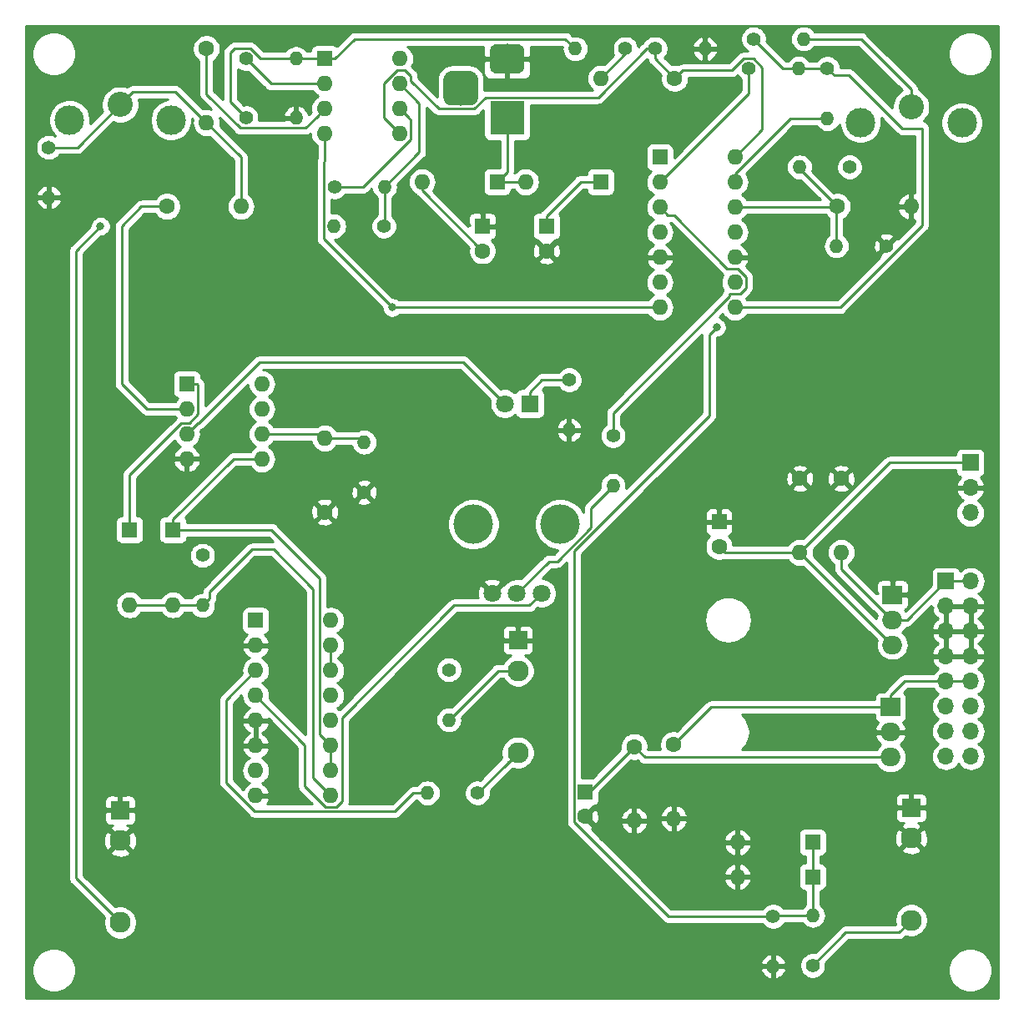
<source format=gtl>
G04 #@! TF.GenerationSoftware,KiCad,Pcbnew,(5.1.4-0-10_14)*
G04 #@! TF.CreationDate,2020-01-10T14:19:03+01:00*
G04 #@! TF.ProjectId,Sync-Ope-proto,53796e63-2d4f-4706-952d-70726f746f2e,0.1*
G04 #@! TF.SameCoordinates,Original*
G04 #@! TF.FileFunction,Copper,L1,Top*
G04 #@! TF.FilePolarity,Positive*
%FSLAX46Y46*%
G04 Gerber Fmt 4.6, Leading zero omitted, Abs format (unit mm)*
G04 Created by KiCad (PCBNEW (5.1.4-0-10_14)) date 2020-01-10 14:19:03*
%MOMM*%
%LPD*%
G04 APERTURE LIST*
%ADD10C,1.400000*%
%ADD11O,1.400000X1.400000*%
%ADD12R,1.600000X1.600000*%
%ADD13O,1.600000X1.600000*%
%ADD14C,1.600000*%
%ADD15C,2.130000*%
%ADD16R,1.930000X1.830000*%
%ADD17C,3.000000*%
%ADD18C,2.550000*%
%ADD19R,1.800000X1.800000*%
%ADD20C,1.800000*%
%ADD21R,1.700000X1.700000*%
%ADD22O,1.700000X1.700000*%
%ADD23O,2.000000X1.905000*%
%ADD24R,2.000000X1.905000*%
%ADD25C,4.000000*%
%ADD26R,3.500000X3.500000*%
%ADD27C,0.100000*%
%ADD28C,3.500000*%
%ADD29C,0.800000*%
%ADD30C,0.250000*%
%ADD31C,0.254000*%
G04 APERTURE END LIST*
D10*
X146500000Y-128500000D03*
D11*
X141420000Y-128500000D03*
D10*
X174500000Y-52000000D03*
D11*
X179580000Y-52000000D03*
D12*
X159000000Y-66500000D03*
D13*
X151380000Y-66500000D03*
X159000000Y-56000000D03*
D14*
X166500000Y-56000000D03*
D10*
X161500000Y-53000000D03*
D11*
X156420000Y-53000000D03*
X169580000Y-53000000D03*
D10*
X164500000Y-53000000D03*
X176500000Y-141000000D03*
D11*
X176500000Y-146080000D03*
D15*
X190500000Y-133100000D03*
D16*
X190500000Y-130000000D03*
D15*
X190500000Y-141400000D03*
D17*
X185350000Y-60500000D03*
X195650000Y-60500000D03*
D18*
X190500000Y-58900000D03*
D10*
X184250000Y-65000000D03*
D11*
X179170000Y-65000000D03*
D15*
X110250000Y-133350000D03*
D16*
X110250000Y-130250000D03*
D15*
X110250000Y-141650000D03*
D12*
X157400000Y-128400000D03*
D14*
X157400000Y-130900000D03*
X171000000Y-103500000D03*
D12*
X171000000Y-101000000D03*
D19*
X151800000Y-89000000D03*
D20*
X149260000Y-89000000D03*
D13*
X111200000Y-109420000D03*
D12*
X111200000Y-101800000D03*
D18*
X110250000Y-58650000D03*
D17*
X115400000Y-60250000D03*
X105100000Y-60250000D03*
D21*
X194000000Y-107000000D03*
D22*
X196540000Y-107000000D03*
X194000000Y-109540000D03*
X196540000Y-109540000D03*
X194000000Y-112080000D03*
X196540000Y-112080000D03*
X194000000Y-114620000D03*
X196540000Y-114620000D03*
X194000000Y-117160000D03*
X196540000Y-117160000D03*
X194000000Y-119700000D03*
X196540000Y-119700000D03*
X194000000Y-122240000D03*
X196540000Y-122240000D03*
X194000000Y-124780000D03*
X196540000Y-124780000D03*
D15*
X150600000Y-124400000D03*
D16*
X150600000Y-113000000D03*
D15*
X150600000Y-116100000D03*
D12*
X131000000Y-54000000D03*
D13*
X138620000Y-61620000D03*
X131000000Y-56540000D03*
X138620000Y-59080000D03*
X131000000Y-59080000D03*
X138620000Y-56540000D03*
X131000000Y-61620000D03*
X138620000Y-54000000D03*
X124620000Y-87000000D03*
X117000000Y-94620000D03*
X124620000Y-89540000D03*
X117000000Y-92080000D03*
X124620000Y-92080000D03*
X117000000Y-89540000D03*
X124620000Y-94620000D03*
D12*
X117000000Y-87000000D03*
D23*
X188400000Y-124880000D03*
X188400000Y-122340000D03*
D24*
X188400000Y-119800000D03*
X188600000Y-108400000D03*
D23*
X188600000Y-110940000D03*
X188600000Y-113480000D03*
D12*
X165000000Y-64000000D03*
D13*
X172620000Y-79240000D03*
X165000000Y-66540000D03*
X172620000Y-76700000D03*
X165000000Y-69080000D03*
X172620000Y-74160000D03*
X165000000Y-71620000D03*
X172620000Y-71620000D03*
X165000000Y-74160000D03*
X172620000Y-69080000D03*
X165000000Y-76700000D03*
X172620000Y-66540000D03*
X165000000Y-79240000D03*
X172620000Y-64000000D03*
D12*
X124000000Y-111000000D03*
D13*
X131620000Y-128780000D03*
X124000000Y-113540000D03*
X131620000Y-126240000D03*
X124000000Y-116080000D03*
X131620000Y-123700000D03*
X124000000Y-118620000D03*
X131620000Y-121160000D03*
X124000000Y-121160000D03*
X131620000Y-118620000D03*
X124000000Y-123700000D03*
X131620000Y-116080000D03*
X124000000Y-126240000D03*
X131620000Y-113540000D03*
X124000000Y-128780000D03*
X131620000Y-111000000D03*
D14*
X119000000Y-53000000D03*
D13*
X119000000Y-60500000D03*
D14*
X115000000Y-69000000D03*
D13*
X122500000Y-69000000D03*
X131000000Y-92500000D03*
D14*
X131000000Y-100000000D03*
X183000000Y-69000000D03*
D13*
X190500000Y-69000000D03*
D14*
X166400000Y-123600000D03*
D13*
X166400000Y-131100000D03*
X162400000Y-131300000D03*
D14*
X162400000Y-123800000D03*
X183400000Y-96600000D03*
D13*
X183400000Y-104100000D03*
X179200000Y-104100000D03*
D14*
X179200000Y-96600000D03*
D20*
X148000000Y-108250000D03*
X150500000Y-108250000D03*
X153000000Y-108250000D03*
D25*
X146100000Y-101250000D03*
X154900000Y-101250000D03*
D10*
X103000000Y-63000000D03*
D11*
X103000000Y-68080000D03*
D10*
X123000000Y-60000000D03*
D11*
X128080000Y-60000000D03*
X128080000Y-54000000D03*
D10*
X123000000Y-54000000D03*
D11*
X155800000Y-91680000D03*
D10*
X155800000Y-86600000D03*
X132000000Y-67000000D03*
D11*
X137080000Y-67000000D03*
X131920000Y-71000000D03*
D10*
X137000000Y-71000000D03*
D11*
X135000000Y-92920000D03*
D10*
X135000000Y-98000000D03*
D11*
X160250000Y-97330000D03*
D10*
X160250000Y-92250000D03*
X180500000Y-146000000D03*
D11*
X180500000Y-140920000D03*
D10*
X118600000Y-104400000D03*
D11*
X118600000Y-109480000D03*
X179080000Y-55000000D03*
D10*
X174000000Y-55000000D03*
D11*
X143600000Y-121080000D03*
D10*
X143600000Y-116000000D03*
X182000000Y-55000000D03*
D11*
X182000000Y-60080000D03*
X182920000Y-73000000D03*
D10*
X188000000Y-73000000D03*
D12*
X115600000Y-101800000D03*
D13*
X115600000Y-109420000D03*
D12*
X153500000Y-71000000D03*
D14*
X153500000Y-73500000D03*
X147000000Y-73500000D03*
D12*
X147000000Y-71000000D03*
D13*
X140880000Y-66500000D03*
D12*
X148500000Y-66500000D03*
X180500000Y-133500000D03*
D13*
X172880000Y-133500000D03*
X172880000Y-137000000D03*
D12*
X180500000Y-137000000D03*
D21*
X196500000Y-95000000D03*
D22*
X196500000Y-97540000D03*
X196500000Y-100080000D03*
D26*
X149500000Y-60000000D03*
D27*
G36*
X150573513Y-52503611D02*
G01*
X150646318Y-52514411D01*
X150717714Y-52532295D01*
X150787013Y-52557090D01*
X150853548Y-52588559D01*
X150916678Y-52626398D01*
X150975795Y-52670242D01*
X151030330Y-52719670D01*
X151079758Y-52774205D01*
X151123602Y-52833322D01*
X151161441Y-52896452D01*
X151192910Y-52962987D01*
X151217705Y-53032286D01*
X151235589Y-53103682D01*
X151246389Y-53176487D01*
X151250000Y-53250000D01*
X151250000Y-54750000D01*
X151246389Y-54823513D01*
X151235589Y-54896318D01*
X151217705Y-54967714D01*
X151192910Y-55037013D01*
X151161441Y-55103548D01*
X151123602Y-55166678D01*
X151079758Y-55225795D01*
X151030330Y-55280330D01*
X150975795Y-55329758D01*
X150916678Y-55373602D01*
X150853548Y-55411441D01*
X150787013Y-55442910D01*
X150717714Y-55467705D01*
X150646318Y-55485589D01*
X150573513Y-55496389D01*
X150500000Y-55500000D01*
X148500000Y-55500000D01*
X148426487Y-55496389D01*
X148353682Y-55485589D01*
X148282286Y-55467705D01*
X148212987Y-55442910D01*
X148146452Y-55411441D01*
X148083322Y-55373602D01*
X148024205Y-55329758D01*
X147969670Y-55280330D01*
X147920242Y-55225795D01*
X147876398Y-55166678D01*
X147838559Y-55103548D01*
X147807090Y-55037013D01*
X147782295Y-54967714D01*
X147764411Y-54896318D01*
X147753611Y-54823513D01*
X147750000Y-54750000D01*
X147750000Y-53250000D01*
X147753611Y-53176487D01*
X147764411Y-53103682D01*
X147782295Y-53032286D01*
X147807090Y-52962987D01*
X147838559Y-52896452D01*
X147876398Y-52833322D01*
X147920242Y-52774205D01*
X147969670Y-52719670D01*
X148024205Y-52670242D01*
X148083322Y-52626398D01*
X148146452Y-52588559D01*
X148212987Y-52557090D01*
X148282286Y-52532295D01*
X148353682Y-52514411D01*
X148426487Y-52503611D01*
X148500000Y-52500000D01*
X150500000Y-52500000D01*
X150573513Y-52503611D01*
X150573513Y-52503611D01*
G37*
D17*
X149500000Y-54000000D03*
D27*
G36*
X145760765Y-55254213D02*
G01*
X145845704Y-55266813D01*
X145928999Y-55287677D01*
X146009848Y-55316605D01*
X146087472Y-55353319D01*
X146161124Y-55397464D01*
X146230094Y-55448616D01*
X146293718Y-55506282D01*
X146351384Y-55569906D01*
X146402536Y-55638876D01*
X146446681Y-55712528D01*
X146483395Y-55790152D01*
X146512323Y-55871001D01*
X146533187Y-55954296D01*
X146545787Y-56039235D01*
X146550000Y-56125000D01*
X146550000Y-57875000D01*
X146545787Y-57960765D01*
X146533187Y-58045704D01*
X146512323Y-58128999D01*
X146483395Y-58209848D01*
X146446681Y-58287472D01*
X146402536Y-58361124D01*
X146351384Y-58430094D01*
X146293718Y-58493718D01*
X146230094Y-58551384D01*
X146161124Y-58602536D01*
X146087472Y-58646681D01*
X146009848Y-58683395D01*
X145928999Y-58712323D01*
X145845704Y-58733187D01*
X145760765Y-58745787D01*
X145675000Y-58750000D01*
X143925000Y-58750000D01*
X143839235Y-58745787D01*
X143754296Y-58733187D01*
X143671001Y-58712323D01*
X143590152Y-58683395D01*
X143512528Y-58646681D01*
X143438876Y-58602536D01*
X143369906Y-58551384D01*
X143306282Y-58493718D01*
X143248616Y-58430094D01*
X143197464Y-58361124D01*
X143153319Y-58287472D01*
X143116605Y-58209848D01*
X143087677Y-58128999D01*
X143066813Y-58045704D01*
X143054213Y-57960765D01*
X143050000Y-57875000D01*
X143050000Y-56125000D01*
X143054213Y-56039235D01*
X143066813Y-55954296D01*
X143087677Y-55871001D01*
X143116605Y-55790152D01*
X143153319Y-55712528D01*
X143197464Y-55638876D01*
X143248616Y-55569906D01*
X143306282Y-55506282D01*
X143369906Y-55448616D01*
X143438876Y-55397464D01*
X143512528Y-55353319D01*
X143590152Y-55316605D01*
X143671001Y-55287677D01*
X143754296Y-55266813D01*
X143839235Y-55254213D01*
X143925000Y-55250000D01*
X145675000Y-55250000D01*
X145760765Y-55254213D01*
X145760765Y-55254213D01*
G37*
D28*
X144800000Y-57000000D03*
D29*
X129500000Y-51250000D03*
X137840000Y-79240000D03*
X108250000Y-71000000D03*
X170750000Y-81250000D03*
D30*
X119000000Y-53000000D02*
X119000000Y-57600000D01*
X130200001Y-59879999D02*
X131000000Y-59080000D01*
X122425001Y-61025001D02*
X129054999Y-61025001D01*
X129054999Y-61025001D02*
X130200001Y-59879999D01*
X119000000Y-57600000D02*
X122425001Y-61025001D01*
X103000000Y-62400000D02*
X103000000Y-63000000D01*
X105900000Y-63000000D02*
X110250000Y-58650000D01*
X103000000Y-63000000D02*
X105900000Y-63000000D01*
X111524999Y-57375001D02*
X110250000Y-58650000D01*
X115875001Y-57375001D02*
X111524999Y-57375001D01*
X119000000Y-60500000D02*
X115875001Y-57375001D01*
X122500000Y-64000000D02*
X119000000Y-60500000D01*
X122500000Y-69000000D02*
X122500000Y-64000000D01*
X161500000Y-53500000D02*
X161500000Y-53000000D01*
X159000000Y-56000000D02*
X161500000Y-53500000D01*
X131620000Y-116080000D02*
X131620000Y-113540000D01*
X175400000Y-61220000D02*
X172620000Y-64000000D01*
X164500000Y-54000000D02*
X164500000Y-53000000D01*
X166500000Y-56000000D02*
X164500000Y-54000000D01*
X137820001Y-60820001D02*
X138620000Y-61620000D01*
X137000000Y-60000000D02*
X137820001Y-60820001D01*
X137000000Y-56500000D02*
X137000000Y-60000000D01*
X139745001Y-55745001D02*
X139125001Y-55125001D01*
X142575010Y-59075010D02*
X139745001Y-56245001D01*
X138374999Y-55125001D02*
X137000000Y-56500000D01*
X147322071Y-57924999D02*
X146172060Y-59075010D01*
X139125001Y-55125001D02*
X138374999Y-55125001D01*
X146172060Y-59075010D02*
X142575010Y-59075010D01*
X158740003Y-57924999D02*
X147322071Y-57924999D01*
X163665002Y-53000000D02*
X158740003Y-57924999D01*
X139745001Y-56245001D02*
X139745001Y-55745001D01*
X164500000Y-53000000D02*
X163665002Y-53000000D01*
X172282997Y-55200001D02*
X173507999Y-53974999D01*
X174492001Y-53974999D02*
X175400000Y-54882998D01*
X173507999Y-53974999D02*
X174492001Y-53974999D01*
X167299999Y-55200001D02*
X172282997Y-55200001D01*
X175400000Y-54882998D02*
X175400000Y-61220000D01*
X166500000Y-56000000D02*
X167299999Y-55200001D01*
X115000000Y-69000000D02*
X112400000Y-69000000D01*
X112400000Y-69000000D02*
X110400000Y-71000000D01*
X110400000Y-71000000D02*
X110400000Y-87000000D01*
X112940000Y-89540000D02*
X117000000Y-89540000D01*
X110400000Y-87000000D02*
X112940000Y-89540000D01*
X130580000Y-92080000D02*
X131000000Y-92500000D01*
X124620000Y-92080000D02*
X130580000Y-92080000D01*
X134580000Y-92500000D02*
X135000000Y-92920000D01*
X131000000Y-92500000D02*
X134580000Y-92500000D01*
X182920000Y-68920000D02*
X183000000Y-69000000D01*
X182920000Y-73000000D02*
X182920000Y-69080000D01*
X182920000Y-69080000D02*
X183000000Y-69000000D01*
X172620000Y-69080000D02*
X182920000Y-69080000D01*
X179170000Y-65170000D02*
X179170000Y-65000000D01*
X183000000Y-69000000D02*
X179170000Y-65170000D01*
X196540000Y-117160000D02*
X194000000Y-117160000D01*
X189837500Y-117160000D02*
X188400000Y-118597500D01*
X188400000Y-118597500D02*
X188400000Y-119800000D01*
X194000000Y-117160000D02*
X189837500Y-117160000D01*
X170200000Y-119800000D02*
X166400000Y-123600000D01*
X188400000Y-119800000D02*
X170200000Y-119800000D01*
X156950000Y-66500000D02*
X157950000Y-66500000D01*
X153500000Y-69950000D02*
X156950000Y-66500000D01*
X157950000Y-66500000D02*
X159000000Y-66500000D01*
X153500000Y-71000000D02*
X153500000Y-69950000D01*
X163480000Y-124880000D02*
X162400000Y-123800000D01*
X188400000Y-124880000D02*
X163480000Y-124880000D01*
X157800000Y-128400000D02*
X157400000Y-128400000D01*
X162400000Y-123800000D02*
X157800000Y-128400000D01*
X190060000Y-110940000D02*
X194000000Y-107000000D01*
X188600000Y-110940000D02*
X190060000Y-110940000D01*
X195100000Y-107000000D02*
X196540000Y-107000000D01*
X194000000Y-107000000D02*
X195100000Y-107000000D01*
X183400000Y-105787500D02*
X183400000Y-105231370D01*
X183400000Y-105231370D02*
X183400000Y-104100000D01*
X188552500Y-110940000D02*
X183400000Y-105787500D01*
X188600000Y-110940000D02*
X188552500Y-110940000D01*
X140880000Y-67380000D02*
X140880000Y-66500000D01*
X147000000Y-73500000D02*
X140880000Y-67380000D01*
X188552500Y-113480000D02*
X179200000Y-104127500D01*
X179200000Y-104127500D02*
X179200000Y-104100000D01*
X188600000Y-113480000D02*
X188552500Y-113480000D01*
X171600000Y-104100000D02*
X171000000Y-103500000D01*
X179200000Y-104100000D02*
X171600000Y-104100000D01*
X131000000Y-61620000D02*
X131000000Y-64400000D01*
X130894999Y-64505001D02*
X130894999Y-72294999D01*
X131000000Y-64400000D02*
X130894999Y-64505001D01*
X130894999Y-72294999D02*
X137840000Y-79240000D01*
X188300000Y-95000000D02*
X196500000Y-95000000D01*
X179200000Y-104100000D02*
X188300000Y-95000000D01*
X137840000Y-79240000D02*
X165000000Y-79240000D01*
X153050000Y-86600000D02*
X151800000Y-87850000D01*
X151800000Y-87850000D02*
X151800000Y-89000000D01*
X155800000Y-86600000D02*
X153050000Y-86600000D01*
X118125001Y-90954999D02*
X118245001Y-90954999D01*
X117000000Y-92080000D02*
X118125001Y-90954999D01*
X118245001Y-90954999D02*
X124400000Y-84800000D01*
X145060000Y-84800000D02*
X149260000Y-89000000D01*
X124400000Y-84800000D02*
X145060000Y-84800000D01*
X115600000Y-100750000D02*
X115600000Y-101800000D01*
X121730000Y-94620000D02*
X115600000Y-100750000D01*
X124620000Y-94620000D02*
X121730000Y-94620000D01*
X131620000Y-123700000D02*
X131620000Y-126240000D01*
X130820001Y-122900001D02*
X131620000Y-123700000D01*
X130494999Y-122574999D02*
X130820001Y-122900001D01*
X130494999Y-106694999D02*
X130494999Y-122574999D01*
X125600000Y-101800000D02*
X130494999Y-106694999D01*
X115600000Y-101800000D02*
X125600000Y-101800000D01*
X118540000Y-109420000D02*
X118600000Y-109480000D01*
X115600000Y-109420000D02*
X118540000Y-109420000D01*
X114468630Y-109420000D02*
X111200000Y-109420000D01*
X115600000Y-109420000D02*
X114468630Y-109420000D01*
X119299999Y-108780001D02*
X119299999Y-108100001D01*
X118600000Y-109480000D02*
X119299999Y-108780001D01*
X119299999Y-108100001D02*
X123600000Y-103800000D01*
X123600000Y-103800000D02*
X125800000Y-103800000D01*
X125800000Y-103800000D02*
X129800000Y-107800000D01*
X129800000Y-126960000D02*
X131620000Y-128780000D01*
X129800000Y-107800000D02*
X129800000Y-126960000D01*
X111200000Y-100750000D02*
X111200000Y-101800000D01*
X111200000Y-96214998D02*
X111200000Y-100750000D01*
X116459999Y-90954999D02*
X111200000Y-96214998D01*
X118125001Y-90080001D02*
X117250003Y-90954999D01*
X118125001Y-87075001D02*
X118125001Y-90080001D01*
X118050000Y-87000000D02*
X118125001Y-87075001D01*
X117250003Y-90954999D02*
X116459999Y-90954999D01*
X117000000Y-87000000D02*
X118050000Y-87000000D01*
X105750000Y-137150000D02*
X110250000Y-141650000D01*
X105750000Y-73500000D02*
X105750000Y-137150000D01*
X108250000Y-71000000D02*
X105750000Y-73500000D01*
X189250000Y-142650000D02*
X190500000Y-141400000D01*
X183850000Y-142650000D02*
X189250000Y-142650000D01*
X180500000Y-146000000D02*
X183850000Y-142650000D01*
X149535001Y-125464999D02*
X150600000Y-124400000D01*
X146500000Y-128500000D02*
X149500000Y-125500000D01*
X149500000Y-125500000D02*
X150600000Y-124400000D01*
X148580000Y-116100000D02*
X150600000Y-116100000D01*
X143600000Y-121080000D02*
X148580000Y-116100000D01*
X180569949Y-52000000D02*
X179580000Y-52000000D01*
X190500000Y-57096878D02*
X185403122Y-52000000D01*
X185403122Y-52000000D02*
X180569949Y-52000000D01*
X190500000Y-58900000D02*
X190500000Y-57096878D01*
X131000000Y-54000000D02*
X128080000Y-54000000D01*
X123492001Y-52974999D02*
X121825001Y-52974999D01*
X124517002Y-54000000D02*
X123492001Y-52974999D01*
X128080000Y-54000000D02*
X124517002Y-54000000D01*
X121825001Y-52974999D02*
X121400000Y-53400000D01*
X121400000Y-58400000D02*
X123000000Y-60000000D01*
X121400000Y-53400000D02*
X121400000Y-58400000D01*
X132050000Y-54000000D02*
X131000000Y-54000000D01*
X134050000Y-52000000D02*
X132050000Y-54000000D01*
X155420000Y-52000000D02*
X134050000Y-52000000D01*
X156420000Y-53000000D02*
X155420000Y-52000000D01*
X125540000Y-56540000D02*
X123000000Y-54000000D01*
X131000000Y-56540000D02*
X125540000Y-56540000D01*
X139419999Y-59879999D02*
X138620000Y-59080000D01*
X139745001Y-60205001D02*
X139419999Y-59879999D01*
X139745001Y-62160001D02*
X139745001Y-60205001D01*
X134905002Y-67000000D02*
X139745001Y-62160001D01*
X132000000Y-67000000D02*
X134905002Y-67000000D01*
X137080000Y-70920000D02*
X137000000Y-71000000D01*
X137080000Y-67000000D02*
X137080000Y-70920000D01*
X137080000Y-67000000D02*
X140600000Y-63480000D01*
X140600000Y-58520000D02*
X138620000Y-56540000D01*
X140600000Y-63480000D02*
X140600000Y-58520000D01*
X165799999Y-69879999D02*
X165000000Y-69080000D01*
X166436409Y-69879999D02*
X165799999Y-69879999D01*
X171841411Y-75285001D02*
X166436409Y-69879999D01*
X172870003Y-75285001D02*
X171841411Y-75285001D01*
X173745001Y-76159999D02*
X172870003Y-75285001D01*
X173160001Y-77825001D02*
X173745001Y-77240001D01*
X172079999Y-77825001D02*
X173160001Y-77825001D01*
X173745001Y-77240001D02*
X173745001Y-76159999D01*
X172079999Y-78114999D02*
X172079999Y-77825001D01*
X160250000Y-89944998D02*
X172079999Y-78114999D01*
X160250000Y-92250000D02*
X160250000Y-89944998D01*
X158000000Y-99580000D02*
X160250000Y-97330000D01*
X158000000Y-101591002D02*
X158000000Y-99580000D01*
X153750000Y-105000000D02*
X154591002Y-105000000D01*
X154591002Y-105000000D02*
X158000000Y-101591002D01*
X150500000Y-108250000D02*
X153750000Y-105000000D01*
X180069949Y-55000000D02*
X182000000Y-55000000D01*
X179080000Y-55000000D02*
X180069949Y-55000000D01*
X173751370Y-79240000D02*
X172620000Y-79240000D01*
X183277002Y-79240000D02*
X173751370Y-79240000D01*
X191625001Y-70892001D02*
X183277002Y-79240000D01*
X191625001Y-61073999D02*
X191625001Y-70892001D01*
X182699999Y-55699999D02*
X184199999Y-55699999D01*
X182000000Y-55000000D02*
X182699999Y-55699999D01*
X189573999Y-61073999D02*
X191625001Y-61073999D01*
X184199999Y-55699999D02*
X189573999Y-61073999D01*
X177500000Y-55000000D02*
X174500000Y-52000000D01*
X179080000Y-55000000D02*
X177500000Y-55000000D01*
X174000000Y-57540000D02*
X174000000Y-55000000D01*
X165000000Y-66540000D02*
X174000000Y-57540000D01*
X178205002Y-60080000D02*
X182000000Y-60080000D01*
X172620000Y-65665002D02*
X178205002Y-60080000D01*
X172620000Y-66540000D02*
X172620000Y-65665002D01*
X151774999Y-109475001D02*
X144124999Y-109475001D01*
X153000000Y-108250000D02*
X151774999Y-109475001D01*
X132160001Y-129905001D02*
X131079999Y-129905001D01*
X132745001Y-129320001D02*
X132160001Y-129905001D01*
X132745001Y-120854999D02*
X132745001Y-129320001D01*
X131079999Y-129905001D02*
X129000000Y-127825002D01*
X144124999Y-109475001D02*
X132745001Y-120854999D01*
X129000000Y-123620000D02*
X124000000Y-118620000D01*
X129000000Y-127825002D02*
X129000000Y-123620000D01*
X149500000Y-65500000D02*
X148500000Y-66500000D01*
X149500000Y-63000000D02*
X149500000Y-65500000D01*
X148500000Y-66500000D02*
X151380000Y-66500000D01*
X149500000Y-63000000D02*
X149500000Y-60000000D01*
X176580000Y-140920000D02*
X176500000Y-141000000D01*
X180500000Y-140920000D02*
X176580000Y-140920000D01*
X165834998Y-141000000D02*
X176500000Y-141000000D01*
X156274999Y-131440001D02*
X165834998Y-141000000D01*
X156274999Y-103952413D02*
X156274999Y-131440001D01*
X170000000Y-90227412D02*
X156274999Y-103952413D01*
X170000000Y-82000000D02*
X170000000Y-90227412D01*
X170750000Y-81250000D02*
X170000000Y-82000000D01*
X180500000Y-140920000D02*
X180500000Y-137000000D01*
X180500000Y-137000000D02*
X180500000Y-133500000D01*
X138144990Y-130355010D02*
X140000000Y-128500000D01*
X123910008Y-130355010D02*
X138144990Y-130355010D01*
X121000000Y-127445002D02*
X123910008Y-130355010D01*
X121000000Y-119080000D02*
X121000000Y-127445002D01*
X140000000Y-128500000D02*
X141420000Y-128500000D01*
X124000000Y-116080000D02*
X121000000Y-119080000D01*
D31*
G36*
X199340001Y-149340000D02*
G01*
X100660000Y-149340000D01*
X100660000Y-146279872D01*
X101265000Y-146279872D01*
X101265000Y-146720128D01*
X101350890Y-147151925D01*
X101519369Y-147558669D01*
X101763962Y-147924729D01*
X102075271Y-148236038D01*
X102441331Y-148480631D01*
X102848075Y-148649110D01*
X103279872Y-148735000D01*
X103720128Y-148735000D01*
X104151925Y-148649110D01*
X104558669Y-148480631D01*
X104924729Y-148236038D01*
X105236038Y-147924729D01*
X105480631Y-147558669D01*
X105649110Y-147151925D01*
X105735000Y-146720128D01*
X105735000Y-146413330D01*
X175207278Y-146413330D01*
X175297147Y-146659123D01*
X175433241Y-146882660D01*
X175610330Y-147075351D01*
X175821608Y-147229792D01*
X176058956Y-147340047D01*
X176166671Y-147372716D01*
X176373000Y-147249374D01*
X176373000Y-146207000D01*
X176627000Y-146207000D01*
X176627000Y-147249374D01*
X176833329Y-147372716D01*
X176941044Y-147340047D01*
X177178392Y-147229792D01*
X177389670Y-147075351D01*
X177566759Y-146882660D01*
X177702853Y-146659123D01*
X177792722Y-146413330D01*
X177670201Y-146207000D01*
X176627000Y-146207000D01*
X176373000Y-146207000D01*
X175329799Y-146207000D01*
X175207278Y-146413330D01*
X105735000Y-146413330D01*
X105735000Y-146279872D01*
X105649110Y-145848075D01*
X105607107Y-145746670D01*
X175207278Y-145746670D01*
X175329799Y-145953000D01*
X176373000Y-145953000D01*
X176373000Y-144910626D01*
X176627000Y-144910626D01*
X176627000Y-145953000D01*
X177670201Y-145953000D01*
X177720369Y-145868514D01*
X179165000Y-145868514D01*
X179165000Y-146131486D01*
X179216304Y-146389405D01*
X179316939Y-146632359D01*
X179463038Y-146851013D01*
X179648987Y-147036962D01*
X179867641Y-147183061D01*
X180110595Y-147283696D01*
X180368514Y-147335000D01*
X180631486Y-147335000D01*
X180889405Y-147283696D01*
X181132359Y-147183061D01*
X181351013Y-147036962D01*
X181536962Y-146851013D01*
X181683061Y-146632359D01*
X181783696Y-146389405D01*
X181805483Y-146279872D01*
X194265000Y-146279872D01*
X194265000Y-146720128D01*
X194350890Y-147151925D01*
X194519369Y-147558669D01*
X194763962Y-147924729D01*
X195075271Y-148236038D01*
X195441331Y-148480631D01*
X195848075Y-148649110D01*
X196279872Y-148735000D01*
X196720128Y-148735000D01*
X197151925Y-148649110D01*
X197558669Y-148480631D01*
X197924729Y-148236038D01*
X198236038Y-147924729D01*
X198480631Y-147558669D01*
X198649110Y-147151925D01*
X198735000Y-146720128D01*
X198735000Y-146279872D01*
X198649110Y-145848075D01*
X198480631Y-145441331D01*
X198236038Y-145075271D01*
X197924729Y-144763962D01*
X197558669Y-144519369D01*
X197151925Y-144350890D01*
X196720128Y-144265000D01*
X196279872Y-144265000D01*
X195848075Y-144350890D01*
X195441331Y-144519369D01*
X195075271Y-144763962D01*
X194763962Y-145075271D01*
X194519369Y-145441331D01*
X194350890Y-145848075D01*
X194265000Y-146279872D01*
X181805483Y-146279872D01*
X181835000Y-146131486D01*
X181835000Y-145868514D01*
X181813645Y-145761157D01*
X184164803Y-143410000D01*
X189212678Y-143410000D01*
X189250000Y-143413676D01*
X189287322Y-143410000D01*
X189287333Y-143410000D01*
X189398986Y-143399003D01*
X189542247Y-143355546D01*
X189674276Y-143284974D01*
X189790001Y-143190001D01*
X189813804Y-143160997D01*
X189958875Y-143015926D01*
X190004128Y-143034670D01*
X190332565Y-143100000D01*
X190667435Y-143100000D01*
X190995872Y-143034670D01*
X191305252Y-142906521D01*
X191583687Y-142720477D01*
X191820477Y-142483687D01*
X192006521Y-142205252D01*
X192134670Y-141895872D01*
X192200000Y-141567435D01*
X192200000Y-141232565D01*
X192134670Y-140904128D01*
X192006521Y-140594748D01*
X191820477Y-140316313D01*
X191583687Y-140079523D01*
X191305252Y-139893479D01*
X190995872Y-139765330D01*
X190667435Y-139700000D01*
X190332565Y-139700000D01*
X190004128Y-139765330D01*
X189694748Y-139893479D01*
X189416313Y-140079523D01*
X189179523Y-140316313D01*
X188993479Y-140594748D01*
X188865330Y-140904128D01*
X188800000Y-141232565D01*
X188800000Y-141567435D01*
X188864162Y-141890000D01*
X183887322Y-141890000D01*
X183849999Y-141886324D01*
X183812676Y-141890000D01*
X183812667Y-141890000D01*
X183701014Y-141900997D01*
X183557753Y-141944454D01*
X183425724Y-142015026D01*
X183425722Y-142015027D01*
X183425723Y-142015027D01*
X183338996Y-142086201D01*
X183338992Y-142086205D01*
X183309999Y-142109999D01*
X183286205Y-142138992D01*
X180738843Y-144686355D01*
X180631486Y-144665000D01*
X180368514Y-144665000D01*
X180110595Y-144716304D01*
X179867641Y-144816939D01*
X179648987Y-144963038D01*
X179463038Y-145148987D01*
X179316939Y-145367641D01*
X179216304Y-145610595D01*
X179165000Y-145868514D01*
X177720369Y-145868514D01*
X177792722Y-145746670D01*
X177702853Y-145500877D01*
X177566759Y-145277340D01*
X177389670Y-145084649D01*
X177178392Y-144930208D01*
X176941044Y-144819953D01*
X176833329Y-144787284D01*
X176627000Y-144910626D01*
X176373000Y-144910626D01*
X176166671Y-144787284D01*
X176058956Y-144819953D01*
X175821608Y-144930208D01*
X175610330Y-145084649D01*
X175433241Y-145277340D01*
X175297147Y-145500877D01*
X175207278Y-145746670D01*
X105607107Y-145746670D01*
X105480631Y-145441331D01*
X105236038Y-145075271D01*
X104924729Y-144763962D01*
X104558669Y-144519369D01*
X104151925Y-144350890D01*
X103720128Y-144265000D01*
X103279872Y-144265000D01*
X102848075Y-144350890D01*
X102441331Y-144519369D01*
X102075271Y-144763962D01*
X101763962Y-145075271D01*
X101519369Y-145441331D01*
X101350890Y-145848075D01*
X101265000Y-146279872D01*
X100660000Y-146279872D01*
X100660000Y-73500000D01*
X104986324Y-73500000D01*
X104990000Y-73537322D01*
X104990001Y-137112667D01*
X104986324Y-137150000D01*
X105000998Y-137298985D01*
X105044454Y-137442246D01*
X105115026Y-137574276D01*
X105186201Y-137661002D01*
X105210000Y-137690001D01*
X105238998Y-137713799D01*
X108634074Y-141108876D01*
X108615330Y-141154128D01*
X108550000Y-141482565D01*
X108550000Y-141817435D01*
X108615330Y-142145872D01*
X108743479Y-142455252D01*
X108929523Y-142733687D01*
X109166313Y-142970477D01*
X109444748Y-143156521D01*
X109754128Y-143284670D01*
X110082565Y-143350000D01*
X110417435Y-143350000D01*
X110745872Y-143284670D01*
X111055252Y-143156521D01*
X111333687Y-142970477D01*
X111570477Y-142733687D01*
X111756521Y-142455252D01*
X111884670Y-142145872D01*
X111950000Y-141817435D01*
X111950000Y-141482565D01*
X111884670Y-141154128D01*
X111756521Y-140844748D01*
X111570477Y-140566313D01*
X111333687Y-140329523D01*
X111055252Y-140143479D01*
X110745872Y-140015330D01*
X110417435Y-139950000D01*
X110082565Y-139950000D01*
X109754128Y-140015330D01*
X109708876Y-140034074D01*
X106510000Y-136835199D01*
X106510000Y-134531761D01*
X109247844Y-134531761D01*
X109351454Y-134802807D01*
X109652148Y-134950190D01*
X109975818Y-135036078D01*
X110310023Y-135057171D01*
X110641922Y-135012658D01*
X110958760Y-134904250D01*
X111148546Y-134802807D01*
X111252156Y-134531761D01*
X110250000Y-133529605D01*
X109247844Y-134531761D01*
X106510000Y-134531761D01*
X106510000Y-133410023D01*
X108542829Y-133410023D01*
X108587342Y-133741922D01*
X108695750Y-134058760D01*
X108797193Y-134248546D01*
X109068239Y-134352156D01*
X110070395Y-133350000D01*
X110429605Y-133350000D01*
X111431761Y-134352156D01*
X111702807Y-134248546D01*
X111850190Y-133947852D01*
X111936078Y-133624182D01*
X111957171Y-133289977D01*
X111912658Y-132958078D01*
X111804250Y-132641240D01*
X111702807Y-132451454D01*
X111431761Y-132347844D01*
X110429605Y-133350000D01*
X110070395Y-133350000D01*
X109068239Y-132347844D01*
X108797193Y-132451454D01*
X108649810Y-132752148D01*
X108563922Y-133075818D01*
X108542829Y-133410023D01*
X106510000Y-133410023D01*
X106510000Y-131165000D01*
X108646928Y-131165000D01*
X108659188Y-131289482D01*
X108695498Y-131409180D01*
X108754463Y-131519494D01*
X108833815Y-131616185D01*
X108930506Y-131695537D01*
X109040820Y-131754502D01*
X109160518Y-131790812D01*
X109285000Y-131803072D01*
X109529611Y-131801966D01*
X109351454Y-131897193D01*
X109247844Y-132168239D01*
X110250000Y-133170395D01*
X111252156Y-132168239D01*
X111148546Y-131897193D01*
X110954111Y-131801892D01*
X111215000Y-131803072D01*
X111339482Y-131790812D01*
X111459180Y-131754502D01*
X111569494Y-131695537D01*
X111666185Y-131616185D01*
X111745537Y-131519494D01*
X111804502Y-131409180D01*
X111840812Y-131289482D01*
X111853072Y-131165000D01*
X111850000Y-130535750D01*
X111691250Y-130377000D01*
X110377000Y-130377000D01*
X110377000Y-130397000D01*
X110123000Y-130397000D01*
X110123000Y-130377000D01*
X108808750Y-130377000D01*
X108650000Y-130535750D01*
X108646928Y-131165000D01*
X106510000Y-131165000D01*
X106510000Y-129335000D01*
X108646928Y-129335000D01*
X108650000Y-129964250D01*
X108808750Y-130123000D01*
X110123000Y-130123000D01*
X110123000Y-128858750D01*
X110377000Y-128858750D01*
X110377000Y-130123000D01*
X111691250Y-130123000D01*
X111850000Y-129964250D01*
X111853072Y-129335000D01*
X111840812Y-129210518D01*
X111804502Y-129090820D01*
X111745537Y-128980506D01*
X111666185Y-128883815D01*
X111569494Y-128804463D01*
X111459180Y-128745498D01*
X111339482Y-128709188D01*
X111215000Y-128696928D01*
X110535750Y-128700000D01*
X110377000Y-128858750D01*
X110123000Y-128858750D01*
X109964250Y-128700000D01*
X109285000Y-128696928D01*
X109160518Y-128709188D01*
X109040820Y-128745498D01*
X108930506Y-128804463D01*
X108833815Y-128883815D01*
X108754463Y-128980506D01*
X108695498Y-129090820D01*
X108659188Y-129210518D01*
X108646928Y-129335000D01*
X106510000Y-129335000D01*
X106510000Y-104268514D01*
X117265000Y-104268514D01*
X117265000Y-104531486D01*
X117316304Y-104789405D01*
X117416939Y-105032359D01*
X117563038Y-105251013D01*
X117748987Y-105436962D01*
X117967641Y-105583061D01*
X118210595Y-105683696D01*
X118468514Y-105735000D01*
X118731486Y-105735000D01*
X118989405Y-105683696D01*
X119232359Y-105583061D01*
X119451013Y-105436962D01*
X119636962Y-105251013D01*
X119783061Y-105032359D01*
X119883696Y-104789405D01*
X119935000Y-104531486D01*
X119935000Y-104268514D01*
X119883696Y-104010595D01*
X119783061Y-103767641D01*
X119636962Y-103548987D01*
X119451013Y-103363038D01*
X119232359Y-103216939D01*
X118989405Y-103116304D01*
X118731486Y-103065000D01*
X118468514Y-103065000D01*
X118210595Y-103116304D01*
X117967641Y-103216939D01*
X117748987Y-103363038D01*
X117563038Y-103548987D01*
X117416939Y-103767641D01*
X117316304Y-104010595D01*
X117265000Y-104268514D01*
X106510000Y-104268514D01*
X106510000Y-73814801D01*
X108289802Y-72035000D01*
X108351939Y-72035000D01*
X108551898Y-71995226D01*
X108740256Y-71917205D01*
X108909774Y-71803937D01*
X109053937Y-71659774D01*
X109167205Y-71490256D01*
X109245226Y-71301898D01*
X109285000Y-71101939D01*
X109285000Y-70898061D01*
X109245226Y-70698102D01*
X109167205Y-70509744D01*
X109053937Y-70340226D01*
X108909774Y-70196063D01*
X108740256Y-70082795D01*
X108551898Y-70004774D01*
X108351939Y-69965000D01*
X108148061Y-69965000D01*
X107948102Y-70004774D01*
X107759744Y-70082795D01*
X107590226Y-70196063D01*
X107446063Y-70340226D01*
X107332795Y-70509744D01*
X107254774Y-70698102D01*
X107215000Y-70898061D01*
X107215000Y-70960198D01*
X105239003Y-72936196D01*
X105209999Y-72959999D01*
X105170922Y-73007615D01*
X105115026Y-73075724D01*
X105044455Y-73207753D01*
X105044454Y-73207754D01*
X105000997Y-73351015D01*
X104990000Y-73462668D01*
X104990000Y-73462678D01*
X104986324Y-73500000D01*
X100660000Y-73500000D01*
X100660000Y-68413330D01*
X101707278Y-68413330D01*
X101797147Y-68659123D01*
X101933241Y-68882660D01*
X102110330Y-69075351D01*
X102321608Y-69229792D01*
X102558956Y-69340047D01*
X102666671Y-69372716D01*
X102873000Y-69249374D01*
X102873000Y-68207000D01*
X103127000Y-68207000D01*
X103127000Y-69249374D01*
X103333329Y-69372716D01*
X103441044Y-69340047D01*
X103678392Y-69229792D01*
X103889670Y-69075351D01*
X104066759Y-68882660D01*
X104202853Y-68659123D01*
X104292722Y-68413330D01*
X104170201Y-68207000D01*
X103127000Y-68207000D01*
X102873000Y-68207000D01*
X101829799Y-68207000D01*
X101707278Y-68413330D01*
X100660000Y-68413330D01*
X100660000Y-67746670D01*
X101707278Y-67746670D01*
X101829799Y-67953000D01*
X102873000Y-67953000D01*
X102873000Y-66910626D01*
X103127000Y-66910626D01*
X103127000Y-67953000D01*
X104170201Y-67953000D01*
X104292722Y-67746670D01*
X104202853Y-67500877D01*
X104066759Y-67277340D01*
X103889670Y-67084649D01*
X103678392Y-66930208D01*
X103441044Y-66819953D01*
X103333329Y-66787284D01*
X103127000Y-66910626D01*
X102873000Y-66910626D01*
X102666671Y-66787284D01*
X102558956Y-66819953D01*
X102321608Y-66930208D01*
X102110330Y-67084649D01*
X101933241Y-67277340D01*
X101797147Y-67500877D01*
X101707278Y-67746670D01*
X100660000Y-67746670D01*
X100660000Y-62868514D01*
X101665000Y-62868514D01*
X101665000Y-63131486D01*
X101716304Y-63389405D01*
X101816939Y-63632359D01*
X101963038Y-63851013D01*
X102148987Y-64036962D01*
X102367641Y-64183061D01*
X102610595Y-64283696D01*
X102868514Y-64335000D01*
X103131486Y-64335000D01*
X103389405Y-64283696D01*
X103632359Y-64183061D01*
X103851013Y-64036962D01*
X104036962Y-63851013D01*
X104097775Y-63760000D01*
X105862678Y-63760000D01*
X105900000Y-63763676D01*
X105937322Y-63760000D01*
X105937333Y-63760000D01*
X106048986Y-63749003D01*
X106192247Y-63705546D01*
X106324276Y-63634974D01*
X106440001Y-63540001D01*
X106463804Y-63510997D01*
X109548149Y-60426653D01*
X109692873Y-60486600D01*
X110061881Y-60560000D01*
X110438119Y-60560000D01*
X110807127Y-60486600D01*
X111154724Y-60342620D01*
X111467554Y-60133594D01*
X111733594Y-59867554D01*
X111942620Y-59554724D01*
X112086600Y-59207127D01*
X112160000Y-58838119D01*
X112160000Y-58461881D01*
X112094980Y-58135001D01*
X115089169Y-58135001D01*
X114777244Y-58197047D01*
X114388698Y-58357988D01*
X114039017Y-58591637D01*
X113741637Y-58889017D01*
X113507988Y-59238698D01*
X113347047Y-59627244D01*
X113265000Y-60039721D01*
X113265000Y-60460279D01*
X113347047Y-60872756D01*
X113507988Y-61261302D01*
X113741637Y-61610983D01*
X114039017Y-61908363D01*
X114388698Y-62142012D01*
X114777244Y-62302953D01*
X115189721Y-62385000D01*
X115610279Y-62385000D01*
X116022756Y-62302953D01*
X116411302Y-62142012D01*
X116760983Y-61908363D01*
X117058363Y-61610983D01*
X117292012Y-61261302D01*
X117452953Y-60872756D01*
X117535000Y-60460279D01*
X117535000Y-60109802D01*
X117599292Y-60174094D01*
X117585764Y-60218691D01*
X117558057Y-60500000D01*
X117585764Y-60781309D01*
X117667818Y-61051808D01*
X117801068Y-61301101D01*
X117980392Y-61519608D01*
X118198899Y-61698932D01*
X118448192Y-61832182D01*
X118718691Y-61914236D01*
X118929508Y-61935000D01*
X119070492Y-61935000D01*
X119281309Y-61914236D01*
X119325906Y-61900708D01*
X121740001Y-64314804D01*
X121740000Y-67779099D01*
X121698899Y-67801068D01*
X121480392Y-67980392D01*
X121301068Y-68198899D01*
X121167818Y-68448192D01*
X121085764Y-68718691D01*
X121058057Y-69000000D01*
X121085764Y-69281309D01*
X121167818Y-69551808D01*
X121301068Y-69801101D01*
X121480392Y-70019608D01*
X121698899Y-70198932D01*
X121948192Y-70332182D01*
X122218691Y-70414236D01*
X122429508Y-70435000D01*
X122570492Y-70435000D01*
X122781309Y-70414236D01*
X123051808Y-70332182D01*
X123301101Y-70198932D01*
X123519608Y-70019608D01*
X123698932Y-69801101D01*
X123832182Y-69551808D01*
X123914236Y-69281309D01*
X123941943Y-69000000D01*
X123914236Y-68718691D01*
X123832182Y-68448192D01*
X123698932Y-68198899D01*
X123519608Y-67980392D01*
X123301101Y-67801068D01*
X123260000Y-67779099D01*
X123260000Y-64037322D01*
X123263676Y-63999999D01*
X123260000Y-63962676D01*
X123260000Y-63962667D01*
X123249003Y-63851014D01*
X123205546Y-63707753D01*
X123134974Y-63575724D01*
X123087053Y-63517332D01*
X123063799Y-63488996D01*
X123063795Y-63488992D01*
X123040001Y-63459999D01*
X123011008Y-63436205D01*
X120400708Y-60825906D01*
X120414236Y-60781309D01*
X120441943Y-60500000D01*
X120414236Y-60218691D01*
X120357781Y-60032583D01*
X121861202Y-61536004D01*
X121885000Y-61565002D01*
X122000725Y-61659975D01*
X122132754Y-61730547D01*
X122276015Y-61774004D01*
X122387668Y-61785001D01*
X122387678Y-61785001D01*
X122425001Y-61788677D01*
X122462324Y-61785001D01*
X129017677Y-61785001D01*
X129054999Y-61788677D01*
X129092321Y-61785001D01*
X129092332Y-61785001D01*
X129203985Y-61774004D01*
X129347246Y-61730547D01*
X129479275Y-61659975D01*
X129560702Y-61593150D01*
X129558057Y-61620000D01*
X129585764Y-61901309D01*
X129667818Y-62171808D01*
X129801068Y-62421101D01*
X129980392Y-62639608D01*
X130198899Y-62818932D01*
X130240000Y-62840901D01*
X130240001Y-64118187D01*
X130223539Y-64148985D01*
X130189453Y-64212755D01*
X130145996Y-64356016D01*
X130134999Y-64467669D01*
X130134999Y-64467679D01*
X130131323Y-64505001D01*
X130134999Y-64542323D01*
X130135000Y-72257667D01*
X130131323Y-72294999D01*
X130145997Y-72443984D01*
X130189453Y-72587245D01*
X130260025Y-72719275D01*
X130300088Y-72768091D01*
X130354999Y-72835000D01*
X130383997Y-72858798D01*
X136805000Y-79279802D01*
X136805000Y-79341939D01*
X136844774Y-79541898D01*
X136922795Y-79730256D01*
X137036063Y-79899774D01*
X137180226Y-80043937D01*
X137349744Y-80157205D01*
X137538102Y-80235226D01*
X137738061Y-80275000D01*
X137941939Y-80275000D01*
X138141898Y-80235226D01*
X138330256Y-80157205D01*
X138499774Y-80043937D01*
X138543711Y-80000000D01*
X163779099Y-80000000D01*
X163801068Y-80041101D01*
X163980392Y-80259608D01*
X164198899Y-80438932D01*
X164448192Y-80572182D01*
X164718691Y-80654236D01*
X164929508Y-80675000D01*
X165070492Y-80675000D01*
X165281309Y-80654236D01*
X165551808Y-80572182D01*
X165801101Y-80438932D01*
X166019608Y-80259608D01*
X166198932Y-80041101D01*
X166332182Y-79791808D01*
X166414236Y-79521309D01*
X166441943Y-79240000D01*
X166414236Y-78958691D01*
X166332182Y-78688192D01*
X166198932Y-78438899D01*
X166019608Y-78220392D01*
X165801101Y-78041068D01*
X165668142Y-77970000D01*
X165801101Y-77898932D01*
X166019608Y-77719608D01*
X166198932Y-77501101D01*
X166332182Y-77251808D01*
X166414236Y-76981309D01*
X166441943Y-76700000D01*
X166414236Y-76418691D01*
X166332182Y-76148192D01*
X166198932Y-75898899D01*
X166019608Y-75680392D01*
X165801101Y-75501068D01*
X165663318Y-75427421D01*
X165855131Y-75312385D01*
X166063519Y-75123414D01*
X166231037Y-74897420D01*
X166351246Y-74643087D01*
X166391904Y-74509039D01*
X166269915Y-74287000D01*
X165127000Y-74287000D01*
X165127000Y-74307000D01*
X164873000Y-74307000D01*
X164873000Y-74287000D01*
X163730085Y-74287000D01*
X163608096Y-74509039D01*
X163648754Y-74643087D01*
X163768963Y-74897420D01*
X163936481Y-75123414D01*
X164144869Y-75312385D01*
X164336682Y-75427421D01*
X164198899Y-75501068D01*
X163980392Y-75680392D01*
X163801068Y-75898899D01*
X163667818Y-76148192D01*
X163585764Y-76418691D01*
X163558057Y-76700000D01*
X163585764Y-76981309D01*
X163667818Y-77251808D01*
X163801068Y-77501101D01*
X163980392Y-77719608D01*
X164198899Y-77898932D01*
X164331858Y-77970000D01*
X164198899Y-78041068D01*
X163980392Y-78220392D01*
X163801068Y-78438899D01*
X163779099Y-78480000D01*
X138543711Y-78480000D01*
X138499774Y-78436063D01*
X138330256Y-78322795D01*
X138141898Y-78244774D01*
X137941939Y-78205000D01*
X137879802Y-78205000D01*
X132007629Y-72332828D01*
X132181706Y-72315683D01*
X132433354Y-72239347D01*
X132665275Y-72115382D01*
X132868555Y-71948555D01*
X133035382Y-71745275D01*
X133159347Y-71513354D01*
X133235683Y-71261706D01*
X133261459Y-71000000D01*
X133235683Y-70738294D01*
X133159347Y-70486646D01*
X133035382Y-70254725D01*
X132868555Y-70051445D01*
X132665275Y-69884618D01*
X132433354Y-69760653D01*
X132181706Y-69684317D01*
X131985579Y-69665000D01*
X131854421Y-69665000D01*
X131658294Y-69684317D01*
X131654999Y-69685317D01*
X131654999Y-68292529D01*
X131868514Y-68335000D01*
X132131486Y-68335000D01*
X132389405Y-68283696D01*
X132632359Y-68183061D01*
X132851013Y-68036962D01*
X133036962Y-67851013D01*
X133097775Y-67760000D01*
X134867680Y-67760000D01*
X134905002Y-67763676D01*
X134942324Y-67760000D01*
X134942335Y-67760000D01*
X135053988Y-67749003D01*
X135197249Y-67705546D01*
X135329278Y-67634974D01*
X135445003Y-67540001D01*
X135468806Y-67510997D01*
X135760173Y-67219630D01*
X135764317Y-67261706D01*
X135840653Y-67513354D01*
X135964618Y-67745275D01*
X136131445Y-67948555D01*
X136320000Y-68103298D01*
X136320001Y-69848771D01*
X136148987Y-69963038D01*
X135963038Y-70148987D01*
X135816939Y-70367641D01*
X135716304Y-70610595D01*
X135665000Y-70868514D01*
X135665000Y-71131486D01*
X135716304Y-71389405D01*
X135816939Y-71632359D01*
X135963038Y-71851013D01*
X136148987Y-72036962D01*
X136367641Y-72183061D01*
X136610595Y-72283696D01*
X136868514Y-72335000D01*
X137131486Y-72335000D01*
X137389405Y-72283696D01*
X137632359Y-72183061D01*
X137851013Y-72036962D01*
X138036962Y-71851013D01*
X138183061Y-71632359D01*
X138283696Y-71389405D01*
X138335000Y-71131486D01*
X138335000Y-70868514D01*
X138283696Y-70610595D01*
X138183061Y-70367641D01*
X138036962Y-70148987D01*
X137851013Y-69963038D01*
X137840000Y-69955679D01*
X137840000Y-68103298D01*
X138028555Y-67948555D01*
X138195382Y-67745275D01*
X138319347Y-67513354D01*
X138395683Y-67261706D01*
X138421459Y-67000000D01*
X138397550Y-66757251D01*
X138654801Y-66500000D01*
X139438057Y-66500000D01*
X139465764Y-66781309D01*
X139547818Y-67051808D01*
X139681068Y-67301101D01*
X139860392Y-67519608D01*
X140078899Y-67698932D01*
X140232644Y-67781110D01*
X140245026Y-67804276D01*
X140266578Y-67830537D01*
X140339999Y-67920001D01*
X140369003Y-67943804D01*
X145601312Y-73176114D01*
X145565000Y-73358665D01*
X145565000Y-73641335D01*
X145620147Y-73918574D01*
X145728320Y-74179727D01*
X145885363Y-74414759D01*
X146085241Y-74614637D01*
X146320273Y-74771680D01*
X146581426Y-74879853D01*
X146858665Y-74935000D01*
X147141335Y-74935000D01*
X147418574Y-74879853D01*
X147679727Y-74771680D01*
X147914759Y-74614637D01*
X148036694Y-74492702D01*
X152686903Y-74492702D01*
X152758486Y-74736671D01*
X153013996Y-74857571D01*
X153288184Y-74926300D01*
X153570512Y-74940217D01*
X153850130Y-74898787D01*
X154116292Y-74803603D01*
X154241514Y-74736671D01*
X154313097Y-74492702D01*
X153500000Y-73679605D01*
X152686903Y-74492702D01*
X148036694Y-74492702D01*
X148114637Y-74414759D01*
X148271680Y-74179727D01*
X148379853Y-73918574D01*
X148435000Y-73641335D01*
X148435000Y-73570512D01*
X152059783Y-73570512D01*
X152101213Y-73850130D01*
X152196397Y-74116292D01*
X152263329Y-74241514D01*
X152507298Y-74313097D01*
X153320395Y-73500000D01*
X153679605Y-73500000D01*
X154492702Y-74313097D01*
X154736671Y-74241514D01*
X154857571Y-73986004D01*
X154926300Y-73711816D01*
X154940217Y-73429488D01*
X154898787Y-73149870D01*
X154803603Y-72883708D01*
X154736671Y-72758486D01*
X154492702Y-72686903D01*
X153679605Y-73500000D01*
X153320395Y-73500000D01*
X152507298Y-72686903D01*
X152263329Y-72758486D01*
X152142429Y-73013996D01*
X152073700Y-73288184D01*
X152059783Y-73570512D01*
X148435000Y-73570512D01*
X148435000Y-73358665D01*
X148379853Y-73081426D01*
X148271680Y-72820273D01*
X148114637Y-72585241D01*
X147948057Y-72418661D01*
X148044180Y-72389502D01*
X148154494Y-72330537D01*
X148251185Y-72251185D01*
X148330537Y-72154494D01*
X148389502Y-72044180D01*
X148425812Y-71924482D01*
X148438072Y-71800000D01*
X148435000Y-71285750D01*
X148276250Y-71127000D01*
X147127000Y-71127000D01*
X147127000Y-71147000D01*
X146873000Y-71147000D01*
X146873000Y-71127000D01*
X146853000Y-71127000D01*
X146853000Y-70873000D01*
X146873000Y-70873000D01*
X146873000Y-69723750D01*
X147127000Y-69723750D01*
X147127000Y-70873000D01*
X148276250Y-70873000D01*
X148435000Y-70714250D01*
X148438072Y-70200000D01*
X152061928Y-70200000D01*
X152061928Y-71800000D01*
X152074188Y-71924482D01*
X152110498Y-72044180D01*
X152169463Y-72154494D01*
X152248815Y-72251185D01*
X152345506Y-72330537D01*
X152455820Y-72389502D01*
X152575518Y-72425812D01*
X152700000Y-72438072D01*
X152707215Y-72438072D01*
X152686903Y-72507298D01*
X153500000Y-73320395D01*
X154313097Y-72507298D01*
X154292785Y-72438072D01*
X154300000Y-72438072D01*
X154424482Y-72425812D01*
X154544180Y-72389502D01*
X154654494Y-72330537D01*
X154751185Y-72251185D01*
X154830537Y-72154494D01*
X154889502Y-72044180D01*
X154925812Y-71924482D01*
X154938072Y-71800000D01*
X154938072Y-70200000D01*
X154925812Y-70075518D01*
X154889502Y-69955820D01*
X154830537Y-69845506D01*
X154762364Y-69762437D01*
X157264802Y-67260000D01*
X157561928Y-67260000D01*
X157561928Y-67300000D01*
X157574188Y-67424482D01*
X157610498Y-67544180D01*
X157669463Y-67654494D01*
X157748815Y-67751185D01*
X157845506Y-67830537D01*
X157955820Y-67889502D01*
X158075518Y-67925812D01*
X158200000Y-67938072D01*
X159800000Y-67938072D01*
X159924482Y-67925812D01*
X160044180Y-67889502D01*
X160154494Y-67830537D01*
X160251185Y-67751185D01*
X160330537Y-67654494D01*
X160389502Y-67544180D01*
X160425812Y-67424482D01*
X160438072Y-67300000D01*
X160438072Y-65700000D01*
X160425812Y-65575518D01*
X160389502Y-65455820D01*
X160330537Y-65345506D01*
X160251185Y-65248815D01*
X160154494Y-65169463D01*
X160044180Y-65110498D01*
X159924482Y-65074188D01*
X159800000Y-65061928D01*
X158200000Y-65061928D01*
X158075518Y-65074188D01*
X157955820Y-65110498D01*
X157845506Y-65169463D01*
X157748815Y-65248815D01*
X157669463Y-65345506D01*
X157610498Y-65455820D01*
X157574188Y-65575518D01*
X157561928Y-65700000D01*
X157561928Y-65740000D01*
X156987325Y-65740000D01*
X156950000Y-65736324D01*
X156912675Y-65740000D01*
X156912667Y-65740000D01*
X156801014Y-65750997D01*
X156657753Y-65794454D01*
X156525724Y-65865026D01*
X156409999Y-65959999D01*
X156386201Y-65988997D01*
X152988998Y-69386201D01*
X152960000Y-69409999D01*
X152936202Y-69438997D01*
X152936201Y-69438998D01*
X152865026Y-69525724D01*
X152845674Y-69561928D01*
X152700000Y-69561928D01*
X152575518Y-69574188D01*
X152455820Y-69610498D01*
X152345506Y-69669463D01*
X152248815Y-69748815D01*
X152169463Y-69845506D01*
X152110498Y-69955820D01*
X152074188Y-70075518D01*
X152061928Y-70200000D01*
X148438072Y-70200000D01*
X148425812Y-70075518D01*
X148389502Y-69955820D01*
X148330537Y-69845506D01*
X148251185Y-69748815D01*
X148154494Y-69669463D01*
X148044180Y-69610498D01*
X147924482Y-69574188D01*
X147800000Y-69561928D01*
X147285750Y-69565000D01*
X147127000Y-69723750D01*
X146873000Y-69723750D01*
X146714250Y-69565000D01*
X146200000Y-69561928D01*
X146075518Y-69574188D01*
X145955820Y-69610498D01*
X145845506Y-69669463D01*
X145748815Y-69748815D01*
X145669463Y-69845506D01*
X145610498Y-69955820D01*
X145574188Y-70075518D01*
X145561928Y-70200000D01*
X145565000Y-70714250D01*
X145723748Y-70872998D01*
X145565000Y-70872998D01*
X145565000Y-70990198D01*
X141987415Y-67412614D01*
X142078932Y-67301101D01*
X142212182Y-67051808D01*
X142294236Y-66781309D01*
X142321943Y-66500000D01*
X142294236Y-66218691D01*
X142212182Y-65948192D01*
X142078932Y-65698899D01*
X141899608Y-65480392D01*
X141681101Y-65301068D01*
X141431808Y-65167818D01*
X141161309Y-65085764D01*
X140950492Y-65065000D01*
X140809508Y-65065000D01*
X140598691Y-65085764D01*
X140328192Y-65167818D01*
X140078899Y-65301068D01*
X139860392Y-65480392D01*
X139681068Y-65698899D01*
X139547818Y-65948192D01*
X139465764Y-66218691D01*
X139438057Y-66500000D01*
X138654801Y-66500000D01*
X141111004Y-64043798D01*
X141140001Y-64020001D01*
X141234974Y-63904276D01*
X141305546Y-63772247D01*
X141349003Y-63628986D01*
X141360000Y-63517333D01*
X141360000Y-63517325D01*
X141363676Y-63480000D01*
X141360000Y-63442675D01*
X141360000Y-58934802D01*
X142011211Y-59586013D01*
X142035009Y-59615011D01*
X142064007Y-59638809D01*
X142150733Y-59709984D01*
X142282763Y-59780556D01*
X142426024Y-59824013D01*
X142537677Y-59835010D01*
X142537686Y-59835010D01*
X142575009Y-59838686D01*
X142612332Y-59835010D01*
X146134738Y-59835010D01*
X146172060Y-59838686D01*
X146209382Y-59835010D01*
X146209393Y-59835010D01*
X146321046Y-59824013D01*
X146464307Y-59780556D01*
X146596336Y-59709984D01*
X146712061Y-59615011D01*
X146735864Y-59586007D01*
X147111928Y-59209943D01*
X147111928Y-61750000D01*
X147124188Y-61874482D01*
X147160498Y-61994180D01*
X147219463Y-62104494D01*
X147298815Y-62201185D01*
X147395506Y-62280537D01*
X147505820Y-62339502D01*
X147625518Y-62375812D01*
X147750000Y-62388072D01*
X148740000Y-62388072D01*
X148740000Y-62962668D01*
X148740001Y-65061928D01*
X147700000Y-65061928D01*
X147575518Y-65074188D01*
X147455820Y-65110498D01*
X147345506Y-65169463D01*
X147248815Y-65248815D01*
X147169463Y-65345506D01*
X147110498Y-65455820D01*
X147074188Y-65575518D01*
X147061928Y-65700000D01*
X147061928Y-67300000D01*
X147074188Y-67424482D01*
X147110498Y-67544180D01*
X147169463Y-67654494D01*
X147248815Y-67751185D01*
X147345506Y-67830537D01*
X147455820Y-67889502D01*
X147575518Y-67925812D01*
X147700000Y-67938072D01*
X149300000Y-67938072D01*
X149424482Y-67925812D01*
X149544180Y-67889502D01*
X149654494Y-67830537D01*
X149751185Y-67751185D01*
X149830537Y-67654494D01*
X149889502Y-67544180D01*
X149925812Y-67424482D01*
X149938072Y-67300000D01*
X149938072Y-67260000D01*
X150159099Y-67260000D01*
X150181068Y-67301101D01*
X150360392Y-67519608D01*
X150578899Y-67698932D01*
X150828192Y-67832182D01*
X151098691Y-67914236D01*
X151309508Y-67935000D01*
X151450492Y-67935000D01*
X151661309Y-67914236D01*
X151931808Y-67832182D01*
X152181101Y-67698932D01*
X152399608Y-67519608D01*
X152578932Y-67301101D01*
X152712182Y-67051808D01*
X152794236Y-66781309D01*
X152821943Y-66500000D01*
X152794236Y-66218691D01*
X152712182Y-65948192D01*
X152578932Y-65698899D01*
X152399608Y-65480392D01*
X152181101Y-65301068D01*
X151931808Y-65167818D01*
X151661309Y-65085764D01*
X151450492Y-65065000D01*
X151309508Y-65065000D01*
X151098691Y-65085764D01*
X150828192Y-65167818D01*
X150578899Y-65301068D01*
X150360392Y-65480392D01*
X150252682Y-65611638D01*
X150260000Y-65537333D01*
X150263677Y-65500000D01*
X150260000Y-65462667D01*
X150260000Y-62388072D01*
X151250000Y-62388072D01*
X151374482Y-62375812D01*
X151494180Y-62339502D01*
X151604494Y-62280537D01*
X151701185Y-62201185D01*
X151780537Y-62104494D01*
X151839502Y-61994180D01*
X151875812Y-61874482D01*
X151888072Y-61750000D01*
X151888072Y-58684999D01*
X158702681Y-58684999D01*
X158740003Y-58688675D01*
X158777325Y-58684999D01*
X158777336Y-58684999D01*
X158888989Y-58674002D01*
X159032250Y-58630545D01*
X159164279Y-58559973D01*
X159280004Y-58465000D01*
X159303807Y-58435996D01*
X163681271Y-54058534D01*
X163746373Y-54102033D01*
X163750997Y-54148985D01*
X163794454Y-54292246D01*
X163865026Y-54424276D01*
X163904871Y-54472826D01*
X163959999Y-54540001D01*
X163989003Y-54563804D01*
X165101312Y-55676114D01*
X165065000Y-55858665D01*
X165065000Y-56141335D01*
X165120147Y-56418574D01*
X165228320Y-56679727D01*
X165385363Y-56914759D01*
X165585241Y-57114637D01*
X165820273Y-57271680D01*
X166081426Y-57379853D01*
X166358665Y-57435000D01*
X166641335Y-57435000D01*
X166918574Y-57379853D01*
X167179727Y-57271680D01*
X167414759Y-57114637D01*
X167614637Y-56914759D01*
X167771680Y-56679727D01*
X167879853Y-56418574D01*
X167935000Y-56141335D01*
X167935000Y-55960001D01*
X172245675Y-55960001D01*
X172282997Y-55963677D01*
X172320319Y-55960001D01*
X172320330Y-55960001D01*
X172431983Y-55949004D01*
X172575244Y-55905547D01*
X172707273Y-55834975D01*
X172822998Y-55740002D01*
X172846800Y-55710999D01*
X172860398Y-55697401D01*
X172963038Y-55851013D01*
X173148987Y-56036962D01*
X173240001Y-56097775D01*
X173240000Y-57225198D01*
X166438072Y-64027127D01*
X166438072Y-63200000D01*
X166425812Y-63075518D01*
X166389502Y-62955820D01*
X166330537Y-62845506D01*
X166251185Y-62748815D01*
X166154494Y-62669463D01*
X166044180Y-62610498D01*
X165924482Y-62574188D01*
X165800000Y-62561928D01*
X164200000Y-62561928D01*
X164075518Y-62574188D01*
X163955820Y-62610498D01*
X163845506Y-62669463D01*
X163748815Y-62748815D01*
X163669463Y-62845506D01*
X163610498Y-62955820D01*
X163574188Y-63075518D01*
X163561928Y-63200000D01*
X163561928Y-64800000D01*
X163574188Y-64924482D01*
X163610498Y-65044180D01*
X163669463Y-65154494D01*
X163748815Y-65251185D01*
X163845506Y-65330537D01*
X163955820Y-65389502D01*
X164075518Y-65425812D01*
X164093482Y-65427581D01*
X163980392Y-65520392D01*
X163801068Y-65738899D01*
X163667818Y-65988192D01*
X163585764Y-66258691D01*
X163558057Y-66540000D01*
X163585764Y-66821309D01*
X163667818Y-67091808D01*
X163801068Y-67341101D01*
X163980392Y-67559608D01*
X164198899Y-67738932D01*
X164331858Y-67810000D01*
X164198899Y-67881068D01*
X163980392Y-68060392D01*
X163801068Y-68278899D01*
X163667818Y-68528192D01*
X163585764Y-68798691D01*
X163558057Y-69080000D01*
X163585764Y-69361309D01*
X163667818Y-69631808D01*
X163801068Y-69881101D01*
X163980392Y-70099608D01*
X164198899Y-70278932D01*
X164331858Y-70350000D01*
X164198899Y-70421068D01*
X163980392Y-70600392D01*
X163801068Y-70818899D01*
X163667818Y-71068192D01*
X163585764Y-71338691D01*
X163558057Y-71620000D01*
X163585764Y-71901309D01*
X163667818Y-72171808D01*
X163801068Y-72421101D01*
X163980392Y-72639608D01*
X164198899Y-72818932D01*
X164336682Y-72892579D01*
X164144869Y-73007615D01*
X163936481Y-73196586D01*
X163768963Y-73422580D01*
X163648754Y-73676913D01*
X163608096Y-73810961D01*
X163730085Y-74033000D01*
X164873000Y-74033000D01*
X164873000Y-74013000D01*
X165127000Y-74013000D01*
X165127000Y-74033000D01*
X166269915Y-74033000D01*
X166391904Y-73810961D01*
X166351246Y-73676913D01*
X166231037Y-73422580D01*
X166063519Y-73196586D01*
X165855131Y-73007615D01*
X165663318Y-72892579D01*
X165801101Y-72818932D01*
X166019608Y-72639608D01*
X166198932Y-72421101D01*
X166332182Y-72171808D01*
X166414236Y-71901309D01*
X166441943Y-71620000D01*
X166414236Y-71338691D01*
X166332182Y-71068192D01*
X166198932Y-70818899D01*
X166052113Y-70639999D01*
X166121608Y-70639999D01*
X171277611Y-75796003D01*
X171301410Y-75825002D01*
X171330408Y-75848800D01*
X171412038Y-75915793D01*
X171287818Y-76148192D01*
X171205764Y-76418691D01*
X171178057Y-76700000D01*
X171205764Y-76981309D01*
X171287818Y-77251808D01*
X171406220Y-77473323D01*
X171374453Y-77532754D01*
X171330996Y-77676015D01*
X171318630Y-77801566D01*
X159738998Y-89381199D01*
X159710000Y-89404997D01*
X159686202Y-89433995D01*
X159686201Y-89433996D01*
X159615026Y-89520722D01*
X159544454Y-89652752D01*
X159533463Y-89688986D01*
X159500998Y-89796012D01*
X159497429Y-89832246D01*
X159486324Y-89944998D01*
X159490001Y-89982330D01*
X159490000Y-91152225D01*
X159398987Y-91213038D01*
X159213038Y-91398987D01*
X159066939Y-91617641D01*
X158966304Y-91860595D01*
X158915000Y-92118514D01*
X158915000Y-92381486D01*
X158966304Y-92639405D01*
X159066939Y-92882359D01*
X159213038Y-93101013D01*
X159398987Y-93286962D01*
X159617641Y-93433061D01*
X159860595Y-93533696D01*
X160118514Y-93585000D01*
X160381486Y-93585000D01*
X160639405Y-93533696D01*
X160882359Y-93433061D01*
X161101013Y-93286962D01*
X161286962Y-93101013D01*
X161433061Y-92882359D01*
X161533696Y-92639405D01*
X161585000Y-92381486D01*
X161585000Y-92118514D01*
X161533696Y-91860595D01*
X161433061Y-91617641D01*
X161286962Y-91398987D01*
X161101013Y-91213038D01*
X161010000Y-91152225D01*
X161010000Y-90259799D01*
X169239326Y-82030474D01*
X169240000Y-82037322D01*
X169240001Y-89912609D01*
X161566205Y-97586406D01*
X161591459Y-97330000D01*
X161565683Y-97068294D01*
X161489347Y-96816646D01*
X161365382Y-96584725D01*
X161198555Y-96381445D01*
X160995275Y-96214618D01*
X160763354Y-96090653D01*
X160511706Y-96014317D01*
X160315579Y-95995000D01*
X160184421Y-95995000D01*
X159988294Y-96014317D01*
X159736646Y-96090653D01*
X159504725Y-96214618D01*
X159301445Y-96381445D01*
X159134618Y-96584725D01*
X159010653Y-96816646D01*
X158934317Y-97068294D01*
X158908541Y-97330000D01*
X158932450Y-97572749D01*
X157488998Y-99016201D01*
X157460000Y-99039999D01*
X157436202Y-99068997D01*
X157436201Y-99068998D01*
X157365026Y-99155724D01*
X157294454Y-99287754D01*
X157250998Y-99431015D01*
X157236324Y-99580000D01*
X157240001Y-99617332D01*
X157240001Y-100013674D01*
X157235107Y-100001859D01*
X156946738Y-99570285D01*
X156579715Y-99203262D01*
X156148141Y-98914893D01*
X155668601Y-98716261D01*
X155159525Y-98615000D01*
X154640475Y-98615000D01*
X154131399Y-98716261D01*
X153651859Y-98914893D01*
X153220285Y-99203262D01*
X152853262Y-99570285D01*
X152564893Y-100001859D01*
X152366261Y-100481399D01*
X152265000Y-100990475D01*
X152265000Y-101509525D01*
X152366261Y-102018601D01*
X152564893Y-102498141D01*
X152853262Y-102929715D01*
X153220285Y-103296738D01*
X153651859Y-103585107D01*
X154131399Y-103783739D01*
X154632740Y-103883461D01*
X154276201Y-104240000D01*
X153787322Y-104240000D01*
X153749999Y-104236324D01*
X153712676Y-104240000D01*
X153712667Y-104240000D01*
X153601014Y-104250997D01*
X153457753Y-104294454D01*
X153325723Y-104365026D01*
X153265124Y-104414759D01*
X153209999Y-104459999D01*
X153186201Y-104488997D01*
X150908930Y-106766269D01*
X150651184Y-106715000D01*
X150348816Y-106715000D01*
X150052257Y-106773989D01*
X149772905Y-106889701D01*
X149521495Y-107057688D01*
X149307688Y-107271495D01*
X149212262Y-107414310D01*
X149064080Y-107365525D01*
X148179605Y-108250000D01*
X148193748Y-108264143D01*
X148014143Y-108443748D01*
X148000000Y-108429605D01*
X147985858Y-108443748D01*
X147806253Y-108264143D01*
X147820395Y-108250000D01*
X146935920Y-107365525D01*
X146681739Y-107449208D01*
X146550842Y-107721775D01*
X146475635Y-108014642D01*
X146459009Y-108316553D01*
X146501603Y-108615907D01*
X146536398Y-108715001D01*
X144162332Y-108715001D01*
X144124999Y-108711324D01*
X144087666Y-108715001D01*
X143976013Y-108725998D01*
X143832752Y-108769455D01*
X143700723Y-108840027D01*
X143584998Y-108935000D01*
X143561200Y-108963998D01*
X132497395Y-120027804D01*
X132475131Y-120007615D01*
X132283318Y-119892579D01*
X132421101Y-119818932D01*
X132639608Y-119639608D01*
X132818932Y-119421101D01*
X132952182Y-119171808D01*
X133034236Y-118901309D01*
X133061943Y-118620000D01*
X133034236Y-118338691D01*
X132952182Y-118068192D01*
X132818932Y-117818899D01*
X132639608Y-117600392D01*
X132421101Y-117421068D01*
X132288142Y-117350000D01*
X132421101Y-117278932D01*
X132639608Y-117099608D01*
X132818932Y-116881101D01*
X132952182Y-116631808D01*
X133034236Y-116361309D01*
X133061943Y-116080000D01*
X133034236Y-115798691D01*
X132952182Y-115528192D01*
X132818932Y-115278899D01*
X132639608Y-115060392D01*
X132421101Y-114881068D01*
X132380000Y-114859099D01*
X132380000Y-114760901D01*
X132421101Y-114738932D01*
X132639608Y-114559608D01*
X132818932Y-114341101D01*
X132952182Y-114091808D01*
X133034236Y-113821309D01*
X133061943Y-113540000D01*
X133034236Y-113258691D01*
X132952182Y-112988192D01*
X132818932Y-112738899D01*
X132639608Y-112520392D01*
X132421101Y-112341068D01*
X132288142Y-112270000D01*
X132421101Y-112198932D01*
X132639608Y-112019608D01*
X132818932Y-111801101D01*
X132952182Y-111551808D01*
X133034236Y-111281309D01*
X133061943Y-111000000D01*
X133034236Y-110718691D01*
X132952182Y-110448192D01*
X132818932Y-110198899D01*
X132639608Y-109980392D01*
X132421101Y-109801068D01*
X132171808Y-109667818D01*
X131901309Y-109585764D01*
X131690492Y-109565000D01*
X131549508Y-109565000D01*
X131338691Y-109585764D01*
X131254999Y-109611151D01*
X131254999Y-107185920D01*
X147115525Y-107185920D01*
X148000000Y-108070395D01*
X148884475Y-107185920D01*
X148800792Y-106931739D01*
X148528225Y-106800842D01*
X148235358Y-106725635D01*
X147933447Y-106709009D01*
X147634093Y-106751603D01*
X147348801Y-106851778D01*
X147199208Y-106931739D01*
X147115525Y-107185920D01*
X131254999Y-107185920D01*
X131254999Y-106732322D01*
X131258675Y-106694999D01*
X131254999Y-106657676D01*
X131254999Y-106657666D01*
X131244002Y-106546013D01*
X131200545Y-106402752D01*
X131160322Y-106327501D01*
X131129973Y-106270722D01*
X131058798Y-106183996D01*
X131035000Y-106154998D01*
X131006003Y-106131201D01*
X126163804Y-101289003D01*
X126140001Y-101259999D01*
X126024276Y-101165026D01*
X125892247Y-101094454D01*
X125748986Y-101050997D01*
X125637333Y-101040000D01*
X125637322Y-101040000D01*
X125600000Y-101036324D01*
X125562678Y-101040000D01*
X117038072Y-101040000D01*
X117038072Y-101000000D01*
X117037354Y-100992702D01*
X130186903Y-100992702D01*
X130258486Y-101236671D01*
X130513996Y-101357571D01*
X130788184Y-101426300D01*
X131070512Y-101440217D01*
X131350130Y-101398787D01*
X131616292Y-101303603D01*
X131741514Y-101236671D01*
X131813097Y-100992702D01*
X131810870Y-100990475D01*
X143465000Y-100990475D01*
X143465000Y-101509525D01*
X143566261Y-102018601D01*
X143764893Y-102498141D01*
X144053262Y-102929715D01*
X144420285Y-103296738D01*
X144851859Y-103585107D01*
X145331399Y-103783739D01*
X145840475Y-103885000D01*
X146359525Y-103885000D01*
X146868601Y-103783739D01*
X147348141Y-103585107D01*
X147779715Y-103296738D01*
X148146738Y-102929715D01*
X148435107Y-102498141D01*
X148633739Y-102018601D01*
X148735000Y-101509525D01*
X148735000Y-100990475D01*
X148633739Y-100481399D01*
X148435107Y-100001859D01*
X148146738Y-99570285D01*
X147779715Y-99203262D01*
X147348141Y-98914893D01*
X146868601Y-98716261D01*
X146359525Y-98615000D01*
X145840475Y-98615000D01*
X145331399Y-98716261D01*
X144851859Y-98914893D01*
X144420285Y-99203262D01*
X144053262Y-99570285D01*
X143764893Y-100001859D01*
X143566261Y-100481399D01*
X143465000Y-100990475D01*
X131810870Y-100990475D01*
X131000000Y-100179605D01*
X130186903Y-100992702D01*
X117037354Y-100992702D01*
X117025812Y-100875518D01*
X116989502Y-100755820D01*
X116930537Y-100645506D01*
X116862364Y-100562437D01*
X117354289Y-100070512D01*
X129559783Y-100070512D01*
X129601213Y-100350130D01*
X129696397Y-100616292D01*
X129763329Y-100741514D01*
X130007298Y-100813097D01*
X130820395Y-100000000D01*
X131179605Y-100000000D01*
X131992702Y-100813097D01*
X132236671Y-100741514D01*
X132357571Y-100486004D01*
X132426300Y-100211816D01*
X132440217Y-99929488D01*
X132398787Y-99649870D01*
X132303603Y-99383708D01*
X132236671Y-99258486D01*
X131992702Y-99186903D01*
X131179605Y-100000000D01*
X130820395Y-100000000D01*
X130007298Y-99186903D01*
X129763329Y-99258486D01*
X129642429Y-99513996D01*
X129573700Y-99788184D01*
X129559783Y-100070512D01*
X117354289Y-100070512D01*
X118417503Y-99007298D01*
X130186903Y-99007298D01*
X131000000Y-99820395D01*
X131813097Y-99007298D01*
X131787856Y-98921269D01*
X134258336Y-98921269D01*
X134317797Y-99155037D01*
X134556242Y-99265934D01*
X134811740Y-99328183D01*
X135074473Y-99339390D01*
X135334344Y-99299125D01*
X135581366Y-99208935D01*
X135682203Y-99155037D01*
X135741664Y-98921269D01*
X135000000Y-98179605D01*
X134258336Y-98921269D01*
X131787856Y-98921269D01*
X131741514Y-98763329D01*
X131486004Y-98642429D01*
X131211816Y-98573700D01*
X130929488Y-98559783D01*
X130649870Y-98601213D01*
X130383708Y-98696397D01*
X130258486Y-98763329D01*
X130186903Y-99007298D01*
X118417503Y-99007298D01*
X119350328Y-98074473D01*
X133660610Y-98074473D01*
X133700875Y-98334344D01*
X133791065Y-98581366D01*
X133844963Y-98682203D01*
X134078731Y-98741664D01*
X134820395Y-98000000D01*
X135179605Y-98000000D01*
X135921269Y-98741664D01*
X136155037Y-98682203D01*
X136265934Y-98443758D01*
X136328183Y-98188260D01*
X136339390Y-97925527D01*
X136299125Y-97665656D01*
X136208935Y-97418634D01*
X136155037Y-97317797D01*
X135921269Y-97258336D01*
X135179605Y-98000000D01*
X134820395Y-98000000D01*
X134078731Y-97258336D01*
X133844963Y-97317797D01*
X133734066Y-97556242D01*
X133671817Y-97811740D01*
X133660610Y-98074473D01*
X119350328Y-98074473D01*
X120346070Y-97078731D01*
X134258336Y-97078731D01*
X135000000Y-97820395D01*
X135741664Y-97078731D01*
X135682203Y-96844963D01*
X135443758Y-96734066D01*
X135188260Y-96671817D01*
X134925527Y-96660610D01*
X134665656Y-96700875D01*
X134418634Y-96791065D01*
X134317797Y-96844963D01*
X134258336Y-97078731D01*
X120346070Y-97078731D01*
X122044802Y-95380000D01*
X123399099Y-95380000D01*
X123421068Y-95421101D01*
X123600392Y-95639608D01*
X123818899Y-95818932D01*
X124068192Y-95952182D01*
X124338691Y-96034236D01*
X124549508Y-96055000D01*
X124690492Y-96055000D01*
X124901309Y-96034236D01*
X125171808Y-95952182D01*
X125421101Y-95818932D01*
X125639608Y-95639608D01*
X125818932Y-95421101D01*
X125952182Y-95171808D01*
X126034236Y-94901309D01*
X126061943Y-94620000D01*
X126034236Y-94338691D01*
X125952182Y-94068192D01*
X125818932Y-93818899D01*
X125639608Y-93600392D01*
X125421101Y-93421068D01*
X125288142Y-93350000D01*
X125421101Y-93278932D01*
X125639608Y-93099608D01*
X125818932Y-92881101D01*
X125840901Y-92840000D01*
X129603568Y-92840000D01*
X129667818Y-93051808D01*
X129801068Y-93301101D01*
X129980392Y-93519608D01*
X130198899Y-93698932D01*
X130448192Y-93832182D01*
X130718691Y-93914236D01*
X130929508Y-93935000D01*
X131070492Y-93935000D01*
X131281309Y-93914236D01*
X131551808Y-93832182D01*
X131801101Y-93698932D01*
X132019608Y-93519608D01*
X132198932Y-93301101D01*
X132220901Y-93260000D01*
X133708067Y-93260000D01*
X133760653Y-93433354D01*
X133884618Y-93665275D01*
X134051445Y-93868555D01*
X134254725Y-94035382D01*
X134486646Y-94159347D01*
X134738294Y-94235683D01*
X134934421Y-94255000D01*
X135065579Y-94255000D01*
X135261706Y-94235683D01*
X135513354Y-94159347D01*
X135745275Y-94035382D01*
X135948555Y-93868555D01*
X136115382Y-93665275D01*
X136239347Y-93433354D01*
X136315683Y-93181706D01*
X136341459Y-92920000D01*
X136315683Y-92658294D01*
X136239347Y-92406646D01*
X136115382Y-92174725D01*
X135982930Y-92013330D01*
X154507278Y-92013330D01*
X154597147Y-92259123D01*
X154733241Y-92482660D01*
X154910330Y-92675351D01*
X155121608Y-92829792D01*
X155358956Y-92940047D01*
X155466671Y-92972716D01*
X155673000Y-92849374D01*
X155673000Y-91807000D01*
X155927000Y-91807000D01*
X155927000Y-92849374D01*
X156133329Y-92972716D01*
X156241044Y-92940047D01*
X156478392Y-92829792D01*
X156689670Y-92675351D01*
X156866759Y-92482660D01*
X157002853Y-92259123D01*
X157092722Y-92013330D01*
X156970201Y-91807000D01*
X155927000Y-91807000D01*
X155673000Y-91807000D01*
X154629799Y-91807000D01*
X154507278Y-92013330D01*
X135982930Y-92013330D01*
X135948555Y-91971445D01*
X135745275Y-91804618D01*
X135513354Y-91680653D01*
X135261706Y-91604317D01*
X135065579Y-91585000D01*
X134934421Y-91585000D01*
X134738294Y-91604317D01*
X134486646Y-91680653D01*
X134375616Y-91740000D01*
X132220901Y-91740000D01*
X132198932Y-91698899D01*
X132019608Y-91480392D01*
X131856668Y-91346670D01*
X154507278Y-91346670D01*
X154629799Y-91553000D01*
X155673000Y-91553000D01*
X155673000Y-90510626D01*
X155927000Y-90510626D01*
X155927000Y-91553000D01*
X156970201Y-91553000D01*
X157092722Y-91346670D01*
X157002853Y-91100877D01*
X156866759Y-90877340D01*
X156689670Y-90684649D01*
X156478392Y-90530208D01*
X156241044Y-90419953D01*
X156133329Y-90387284D01*
X155927000Y-90510626D01*
X155673000Y-90510626D01*
X155466671Y-90387284D01*
X155358956Y-90419953D01*
X155121608Y-90530208D01*
X154910330Y-90684649D01*
X154733241Y-90877340D01*
X154597147Y-91100877D01*
X154507278Y-91346670D01*
X131856668Y-91346670D01*
X131801101Y-91301068D01*
X131551808Y-91167818D01*
X131281309Y-91085764D01*
X131070492Y-91065000D01*
X130929508Y-91065000D01*
X130718691Y-91085764D01*
X130448192Y-91167818D01*
X130198899Y-91301068D01*
X130175830Y-91320000D01*
X125840901Y-91320000D01*
X125818932Y-91278899D01*
X125639608Y-91060392D01*
X125421101Y-90881068D01*
X125288142Y-90810000D01*
X125421101Y-90738932D01*
X125639608Y-90559608D01*
X125818932Y-90341101D01*
X125952182Y-90091808D01*
X126034236Y-89821309D01*
X126061943Y-89540000D01*
X126034236Y-89258691D01*
X125952182Y-88988192D01*
X125818932Y-88738899D01*
X125639608Y-88520392D01*
X125421101Y-88341068D01*
X125288142Y-88270000D01*
X125421101Y-88198932D01*
X125639608Y-88019608D01*
X125818932Y-87801101D01*
X125952182Y-87551808D01*
X126034236Y-87281309D01*
X126061943Y-87000000D01*
X126034236Y-86718691D01*
X125952182Y-86448192D01*
X125818932Y-86198899D01*
X125639608Y-85980392D01*
X125421101Y-85801068D01*
X125171808Y-85667818D01*
X124901309Y-85585764D01*
X124708071Y-85566731D01*
X124714802Y-85560000D01*
X144745199Y-85560000D01*
X147776269Y-88591070D01*
X147725000Y-88848816D01*
X147725000Y-89151184D01*
X147783989Y-89447743D01*
X147899701Y-89727095D01*
X148067688Y-89978505D01*
X148281495Y-90192312D01*
X148532905Y-90360299D01*
X148812257Y-90476011D01*
X149108816Y-90535000D01*
X149411184Y-90535000D01*
X149707743Y-90476011D01*
X149987095Y-90360299D01*
X150238505Y-90192312D01*
X150304944Y-90125873D01*
X150310498Y-90144180D01*
X150369463Y-90254494D01*
X150448815Y-90351185D01*
X150545506Y-90430537D01*
X150655820Y-90489502D01*
X150775518Y-90525812D01*
X150900000Y-90538072D01*
X152700000Y-90538072D01*
X152824482Y-90525812D01*
X152944180Y-90489502D01*
X153054494Y-90430537D01*
X153151185Y-90351185D01*
X153230537Y-90254494D01*
X153289502Y-90144180D01*
X153325812Y-90024482D01*
X153338072Y-89900000D01*
X153338072Y-88100000D01*
X153325812Y-87975518D01*
X153289502Y-87855820D01*
X153230537Y-87745506D01*
X153151185Y-87648815D01*
X153109883Y-87614919D01*
X153364802Y-87360000D01*
X154702225Y-87360000D01*
X154763038Y-87451013D01*
X154948987Y-87636962D01*
X155167641Y-87783061D01*
X155410595Y-87883696D01*
X155668514Y-87935000D01*
X155931486Y-87935000D01*
X156189405Y-87883696D01*
X156432359Y-87783061D01*
X156651013Y-87636962D01*
X156836962Y-87451013D01*
X156983061Y-87232359D01*
X157083696Y-86989405D01*
X157135000Y-86731486D01*
X157135000Y-86468514D01*
X157083696Y-86210595D01*
X156983061Y-85967641D01*
X156836962Y-85748987D01*
X156651013Y-85563038D01*
X156432359Y-85416939D01*
X156189405Y-85316304D01*
X155931486Y-85265000D01*
X155668514Y-85265000D01*
X155410595Y-85316304D01*
X155167641Y-85416939D01*
X154948987Y-85563038D01*
X154763038Y-85748987D01*
X154702225Y-85840000D01*
X153087323Y-85840000D01*
X153050000Y-85836324D01*
X153012677Y-85840000D01*
X153012667Y-85840000D01*
X152901014Y-85850997D01*
X152757753Y-85894454D01*
X152625723Y-85965026D01*
X152607000Y-85980392D01*
X152509999Y-86059999D01*
X152486201Y-86088997D01*
X151289003Y-87286196D01*
X151259999Y-87309999D01*
X151227990Y-87349003D01*
X151165026Y-87425724D01*
X151145674Y-87461928D01*
X150900000Y-87461928D01*
X150775518Y-87474188D01*
X150655820Y-87510498D01*
X150545506Y-87569463D01*
X150448815Y-87648815D01*
X150369463Y-87745506D01*
X150310498Y-87855820D01*
X150304944Y-87874127D01*
X150238505Y-87807688D01*
X149987095Y-87639701D01*
X149707743Y-87523989D01*
X149411184Y-87465000D01*
X149108816Y-87465000D01*
X148851070Y-87516269D01*
X145623804Y-84289003D01*
X145600001Y-84259999D01*
X145484276Y-84165026D01*
X145352247Y-84094454D01*
X145208986Y-84050997D01*
X145097333Y-84040000D01*
X145097322Y-84040000D01*
X145060000Y-84036324D01*
X145022678Y-84040000D01*
X124437322Y-84040000D01*
X124399999Y-84036324D01*
X124362676Y-84040000D01*
X124362667Y-84040000D01*
X124251014Y-84050997D01*
X124107753Y-84094454D01*
X123975723Y-84165026D01*
X123892083Y-84233668D01*
X123859999Y-84259999D01*
X123836201Y-84288997D01*
X118885001Y-89240198D01*
X118885001Y-87112323D01*
X118888677Y-87075000D01*
X118885001Y-87037678D01*
X118885001Y-87037668D01*
X118874004Y-86926015D01*
X118830547Y-86782754D01*
X118759975Y-86650725D01*
X118665002Y-86535000D01*
X118636003Y-86511201D01*
X118613802Y-86489000D01*
X118590001Y-86459999D01*
X118474276Y-86365026D01*
X118438072Y-86345674D01*
X118438072Y-86200000D01*
X118425812Y-86075518D01*
X118389502Y-85955820D01*
X118330537Y-85845506D01*
X118251185Y-85748815D01*
X118154494Y-85669463D01*
X118044180Y-85610498D01*
X117924482Y-85574188D01*
X117800000Y-85561928D01*
X116200000Y-85561928D01*
X116075518Y-85574188D01*
X115955820Y-85610498D01*
X115845506Y-85669463D01*
X115748815Y-85748815D01*
X115669463Y-85845506D01*
X115610498Y-85955820D01*
X115574188Y-86075518D01*
X115561928Y-86200000D01*
X115561928Y-87800000D01*
X115574188Y-87924482D01*
X115610498Y-88044180D01*
X115669463Y-88154494D01*
X115748815Y-88251185D01*
X115845506Y-88330537D01*
X115955820Y-88389502D01*
X116075518Y-88425812D01*
X116093482Y-88427581D01*
X115980392Y-88520392D01*
X115801068Y-88738899D01*
X115779099Y-88780000D01*
X113254803Y-88780000D01*
X111160000Y-86685199D01*
X111160000Y-71314801D01*
X112714802Y-69760000D01*
X113781957Y-69760000D01*
X113885363Y-69914759D01*
X114085241Y-70114637D01*
X114320273Y-70271680D01*
X114581426Y-70379853D01*
X114858665Y-70435000D01*
X115141335Y-70435000D01*
X115418574Y-70379853D01*
X115679727Y-70271680D01*
X115914759Y-70114637D01*
X116114637Y-69914759D01*
X116271680Y-69679727D01*
X116379853Y-69418574D01*
X116435000Y-69141335D01*
X116435000Y-68858665D01*
X116379853Y-68581426D01*
X116271680Y-68320273D01*
X116114637Y-68085241D01*
X115914759Y-67885363D01*
X115679727Y-67728320D01*
X115418574Y-67620147D01*
X115141335Y-67565000D01*
X114858665Y-67565000D01*
X114581426Y-67620147D01*
X114320273Y-67728320D01*
X114085241Y-67885363D01*
X113885363Y-68085241D01*
X113781957Y-68240000D01*
X112437322Y-68240000D01*
X112399999Y-68236324D01*
X112362676Y-68240000D01*
X112362667Y-68240000D01*
X112251014Y-68250997D01*
X112107753Y-68294454D01*
X111975723Y-68365026D01*
X111957479Y-68379999D01*
X111859999Y-68459999D01*
X111836201Y-68488997D01*
X109889003Y-70436196D01*
X109859999Y-70459999D01*
X109814861Y-70515000D01*
X109765026Y-70575724D01*
X109736549Y-70629001D01*
X109694454Y-70707754D01*
X109650997Y-70851015D01*
X109640000Y-70962668D01*
X109640000Y-70962678D01*
X109636324Y-71000000D01*
X109640000Y-71037322D01*
X109640001Y-86962667D01*
X109636324Y-87000000D01*
X109640001Y-87037333D01*
X109646272Y-87100997D01*
X109650998Y-87148985D01*
X109694454Y-87292246D01*
X109765026Y-87424276D01*
X109836201Y-87511002D01*
X109860000Y-87540001D01*
X109888998Y-87563799D01*
X112376205Y-90051008D01*
X112399999Y-90080001D01*
X112428992Y-90103795D01*
X112428996Y-90103799D01*
X112445489Y-90117334D01*
X112515724Y-90174974D01*
X112647753Y-90245546D01*
X112791014Y-90289003D01*
X112902667Y-90300000D01*
X112902676Y-90300000D01*
X112939999Y-90303676D01*
X112977322Y-90300000D01*
X115779099Y-90300000D01*
X115801068Y-90341101D01*
X115890330Y-90449867D01*
X110689003Y-95651194D01*
X110659999Y-95674997D01*
X110604871Y-95742172D01*
X110565026Y-95790722D01*
X110533341Y-95850000D01*
X110494454Y-95922752D01*
X110450997Y-96066013D01*
X110440000Y-96177666D01*
X110440000Y-96177676D01*
X110436324Y-96214998D01*
X110440000Y-96252321D01*
X110440001Y-100361928D01*
X110400000Y-100361928D01*
X110275518Y-100374188D01*
X110155820Y-100410498D01*
X110045506Y-100469463D01*
X109948815Y-100548815D01*
X109869463Y-100645506D01*
X109810498Y-100755820D01*
X109774188Y-100875518D01*
X109761928Y-101000000D01*
X109761928Y-102600000D01*
X109774188Y-102724482D01*
X109810498Y-102844180D01*
X109869463Y-102954494D01*
X109948815Y-103051185D01*
X110045506Y-103130537D01*
X110155820Y-103189502D01*
X110275518Y-103225812D01*
X110400000Y-103238072D01*
X112000000Y-103238072D01*
X112124482Y-103225812D01*
X112244180Y-103189502D01*
X112354494Y-103130537D01*
X112451185Y-103051185D01*
X112530537Y-102954494D01*
X112589502Y-102844180D01*
X112625812Y-102724482D01*
X112638072Y-102600000D01*
X112638072Y-101000000D01*
X112625812Y-100875518D01*
X112589502Y-100755820D01*
X112530537Y-100645506D01*
X112451185Y-100548815D01*
X112354494Y-100469463D01*
X112244180Y-100410498D01*
X112124482Y-100374188D01*
X112000000Y-100361928D01*
X111960000Y-100361928D01*
X111960000Y-96529799D01*
X113520760Y-94969039D01*
X115608096Y-94969039D01*
X115648754Y-95103087D01*
X115768963Y-95357420D01*
X115936481Y-95583414D01*
X116144869Y-95772385D01*
X116386119Y-95917070D01*
X116650960Y-96011909D01*
X116873000Y-95890624D01*
X116873000Y-94747000D01*
X117127000Y-94747000D01*
X117127000Y-95890624D01*
X117349040Y-96011909D01*
X117613881Y-95917070D01*
X117855131Y-95772385D01*
X118063519Y-95583414D01*
X118231037Y-95357420D01*
X118351246Y-95103087D01*
X118391904Y-94969039D01*
X118269915Y-94747000D01*
X117127000Y-94747000D01*
X116873000Y-94747000D01*
X115730085Y-94747000D01*
X115608096Y-94969039D01*
X113520760Y-94969039D01*
X115734061Y-92755739D01*
X115801068Y-92881101D01*
X115980392Y-93099608D01*
X116198899Y-93278932D01*
X116336682Y-93352579D01*
X116144869Y-93467615D01*
X115936481Y-93656586D01*
X115768963Y-93882580D01*
X115648754Y-94136913D01*
X115608096Y-94270961D01*
X115730085Y-94493000D01*
X116873000Y-94493000D01*
X116873000Y-94473000D01*
X117127000Y-94473000D01*
X117127000Y-94493000D01*
X118269915Y-94493000D01*
X118391904Y-94270961D01*
X118351246Y-94136913D01*
X118231037Y-93882580D01*
X118063519Y-93656586D01*
X117855131Y-93467615D01*
X117663318Y-93352579D01*
X117801101Y-93278932D01*
X118019608Y-93099608D01*
X118198932Y-92881101D01*
X118332182Y-92631808D01*
X118414236Y-92361309D01*
X118441943Y-92080000D01*
X118414236Y-91798691D01*
X118400708Y-91754094D01*
X118475537Y-91679264D01*
X118537248Y-91660545D01*
X118669277Y-91589973D01*
X118785002Y-91495000D01*
X118808805Y-91465996D01*
X123186731Y-87088070D01*
X123205764Y-87281309D01*
X123287818Y-87551808D01*
X123421068Y-87801101D01*
X123600392Y-88019608D01*
X123818899Y-88198932D01*
X123951858Y-88270000D01*
X123818899Y-88341068D01*
X123600392Y-88520392D01*
X123421068Y-88738899D01*
X123287818Y-88988192D01*
X123205764Y-89258691D01*
X123178057Y-89540000D01*
X123205764Y-89821309D01*
X123287818Y-90091808D01*
X123421068Y-90341101D01*
X123600392Y-90559608D01*
X123818899Y-90738932D01*
X123951858Y-90810000D01*
X123818899Y-90881068D01*
X123600392Y-91060392D01*
X123421068Y-91278899D01*
X123287818Y-91528192D01*
X123205764Y-91798691D01*
X123178057Y-92080000D01*
X123205764Y-92361309D01*
X123287818Y-92631808D01*
X123421068Y-92881101D01*
X123600392Y-93099608D01*
X123818899Y-93278932D01*
X123951858Y-93350000D01*
X123818899Y-93421068D01*
X123600392Y-93600392D01*
X123421068Y-93818899D01*
X123399099Y-93860000D01*
X121767322Y-93860000D01*
X121729999Y-93856324D01*
X121692676Y-93860000D01*
X121692667Y-93860000D01*
X121581014Y-93870997D01*
X121466216Y-93905820D01*
X121437753Y-93914454D01*
X121305723Y-93985026D01*
X121256384Y-94025518D01*
X121189999Y-94079999D01*
X121166201Y-94108997D01*
X115089003Y-100186196D01*
X115059999Y-100209999D01*
X115004871Y-100277174D01*
X114965026Y-100325724D01*
X114945674Y-100361928D01*
X114800000Y-100361928D01*
X114675518Y-100374188D01*
X114555820Y-100410498D01*
X114445506Y-100469463D01*
X114348815Y-100548815D01*
X114269463Y-100645506D01*
X114210498Y-100755820D01*
X114174188Y-100875518D01*
X114161928Y-101000000D01*
X114161928Y-102600000D01*
X114174188Y-102724482D01*
X114210498Y-102844180D01*
X114269463Y-102954494D01*
X114348815Y-103051185D01*
X114445506Y-103130537D01*
X114555820Y-103189502D01*
X114675518Y-103225812D01*
X114800000Y-103238072D01*
X116400000Y-103238072D01*
X116524482Y-103225812D01*
X116644180Y-103189502D01*
X116754494Y-103130537D01*
X116851185Y-103051185D01*
X116930537Y-102954494D01*
X116989502Y-102844180D01*
X117025812Y-102724482D01*
X117038072Y-102600000D01*
X117038072Y-102560000D01*
X125285199Y-102560000D01*
X125764973Y-103039774D01*
X125762678Y-103040000D01*
X123637325Y-103040000D01*
X123600000Y-103036324D01*
X123562675Y-103040000D01*
X123562667Y-103040000D01*
X123451014Y-103050997D01*
X123307753Y-103094454D01*
X123175724Y-103165026D01*
X123059999Y-103259999D01*
X123036201Y-103288997D01*
X118788997Y-107536202D01*
X118759999Y-107560000D01*
X118736201Y-107588998D01*
X118736200Y-107588999D01*
X118665025Y-107675725D01*
X118594453Y-107807755D01*
X118581639Y-107850000D01*
X118550996Y-107951015D01*
X118539999Y-108062668D01*
X118539999Y-108062679D01*
X118536323Y-108100001D01*
X118539999Y-108137323D01*
X118539999Y-108145000D01*
X118534421Y-108145000D01*
X118338294Y-108164317D01*
X118086646Y-108240653D01*
X117854725Y-108364618D01*
X117651445Y-108531445D01*
X117545943Y-108660000D01*
X116820901Y-108660000D01*
X116798932Y-108618899D01*
X116619608Y-108400392D01*
X116401101Y-108221068D01*
X116151808Y-108087818D01*
X115881309Y-108005764D01*
X115670492Y-107985000D01*
X115529508Y-107985000D01*
X115318691Y-108005764D01*
X115048192Y-108087818D01*
X114798899Y-108221068D01*
X114580392Y-108400392D01*
X114401068Y-108618899D01*
X114379099Y-108660000D01*
X112420901Y-108660000D01*
X112398932Y-108618899D01*
X112219608Y-108400392D01*
X112001101Y-108221068D01*
X111751808Y-108087818D01*
X111481309Y-108005764D01*
X111270492Y-107985000D01*
X111129508Y-107985000D01*
X110918691Y-108005764D01*
X110648192Y-108087818D01*
X110398899Y-108221068D01*
X110180392Y-108400392D01*
X110001068Y-108618899D01*
X109867818Y-108868192D01*
X109785764Y-109138691D01*
X109758057Y-109420000D01*
X109785764Y-109701309D01*
X109867818Y-109971808D01*
X110001068Y-110221101D01*
X110180392Y-110439608D01*
X110398899Y-110618932D01*
X110648192Y-110752182D01*
X110918691Y-110834236D01*
X111129508Y-110855000D01*
X111270492Y-110855000D01*
X111481309Y-110834236D01*
X111751808Y-110752182D01*
X112001101Y-110618932D01*
X112219608Y-110439608D01*
X112398932Y-110221101D01*
X112420901Y-110180000D01*
X114379099Y-110180000D01*
X114401068Y-110221101D01*
X114580392Y-110439608D01*
X114798899Y-110618932D01*
X115048192Y-110752182D01*
X115318691Y-110834236D01*
X115529508Y-110855000D01*
X115670492Y-110855000D01*
X115881309Y-110834236D01*
X116151808Y-110752182D01*
X116401101Y-110618932D01*
X116619608Y-110439608D01*
X116798932Y-110221101D01*
X116820901Y-110180000D01*
X117460418Y-110180000D01*
X117484618Y-110225275D01*
X117651445Y-110428555D01*
X117854725Y-110595382D01*
X118086646Y-110719347D01*
X118338294Y-110795683D01*
X118534421Y-110815000D01*
X118665579Y-110815000D01*
X118861706Y-110795683D01*
X119113354Y-110719347D01*
X119345275Y-110595382D01*
X119548555Y-110428555D01*
X119715382Y-110225275D01*
X119728891Y-110200000D01*
X122561928Y-110200000D01*
X122561928Y-111800000D01*
X122574188Y-111924482D01*
X122610498Y-112044180D01*
X122669463Y-112154494D01*
X122748815Y-112251185D01*
X122845506Y-112330537D01*
X122955820Y-112389502D01*
X123075518Y-112425812D01*
X123100080Y-112428231D01*
X122936481Y-112576586D01*
X122768963Y-112802580D01*
X122648754Y-113056913D01*
X122608096Y-113190961D01*
X122730085Y-113413000D01*
X123873000Y-113413000D01*
X123873000Y-113393000D01*
X124127000Y-113393000D01*
X124127000Y-113413000D01*
X125269915Y-113413000D01*
X125391904Y-113190961D01*
X125351246Y-113056913D01*
X125231037Y-112802580D01*
X125063519Y-112576586D01*
X124899920Y-112428231D01*
X124924482Y-112425812D01*
X125044180Y-112389502D01*
X125154494Y-112330537D01*
X125251185Y-112251185D01*
X125330537Y-112154494D01*
X125389502Y-112044180D01*
X125425812Y-111924482D01*
X125438072Y-111800000D01*
X125438072Y-110200000D01*
X125425812Y-110075518D01*
X125389502Y-109955820D01*
X125330537Y-109845506D01*
X125251185Y-109748815D01*
X125154494Y-109669463D01*
X125044180Y-109610498D01*
X124924482Y-109574188D01*
X124800000Y-109561928D01*
X123200000Y-109561928D01*
X123075518Y-109574188D01*
X122955820Y-109610498D01*
X122845506Y-109669463D01*
X122748815Y-109748815D01*
X122669463Y-109845506D01*
X122610498Y-109955820D01*
X122574188Y-110075518D01*
X122561928Y-110200000D01*
X119728891Y-110200000D01*
X119839347Y-109993354D01*
X119915683Y-109741706D01*
X119941459Y-109480000D01*
X119916517Y-109226766D01*
X119934973Y-109204278D01*
X120005545Y-109072248D01*
X120012074Y-109050725D01*
X120049002Y-108928987D01*
X120059999Y-108817334D01*
X120059999Y-108817325D01*
X120063675Y-108780002D01*
X120059999Y-108742679D01*
X120059999Y-108414802D01*
X123914802Y-104560000D01*
X125485199Y-104560000D01*
X129040000Y-108114802D01*
X129040001Y-122585199D01*
X125400708Y-118945906D01*
X125414236Y-118901309D01*
X125441943Y-118620000D01*
X125414236Y-118338691D01*
X125332182Y-118068192D01*
X125198932Y-117818899D01*
X125019608Y-117600392D01*
X124801101Y-117421068D01*
X124668142Y-117350000D01*
X124801101Y-117278932D01*
X125019608Y-117099608D01*
X125198932Y-116881101D01*
X125332182Y-116631808D01*
X125414236Y-116361309D01*
X125441943Y-116080000D01*
X125414236Y-115798691D01*
X125332182Y-115528192D01*
X125198932Y-115278899D01*
X125019608Y-115060392D01*
X124801101Y-114881068D01*
X124663318Y-114807421D01*
X124855131Y-114692385D01*
X125063519Y-114503414D01*
X125231037Y-114277420D01*
X125351246Y-114023087D01*
X125391904Y-113889039D01*
X125269915Y-113667000D01*
X124127000Y-113667000D01*
X124127000Y-113687000D01*
X123873000Y-113687000D01*
X123873000Y-113667000D01*
X122730085Y-113667000D01*
X122608096Y-113889039D01*
X122648754Y-114023087D01*
X122768963Y-114277420D01*
X122936481Y-114503414D01*
X123144869Y-114692385D01*
X123336682Y-114807421D01*
X123198899Y-114881068D01*
X122980392Y-115060392D01*
X122801068Y-115278899D01*
X122667818Y-115528192D01*
X122585764Y-115798691D01*
X122558057Y-116080000D01*
X122585764Y-116361309D01*
X122599292Y-116405906D01*
X120489003Y-118516196D01*
X120459999Y-118539999D01*
X120412810Y-118597500D01*
X120365026Y-118655724D01*
X120316513Y-118746485D01*
X120294454Y-118787754D01*
X120250997Y-118931015D01*
X120240000Y-119042668D01*
X120240000Y-119042678D01*
X120236324Y-119080000D01*
X120240000Y-119117322D01*
X120240001Y-127407670D01*
X120236324Y-127445002D01*
X120240001Y-127482335D01*
X120250998Y-127593988D01*
X120264180Y-127637444D01*
X120294454Y-127737248D01*
X120365026Y-127869278D01*
X120419949Y-127936201D01*
X120460000Y-127985003D01*
X120488998Y-128008801D01*
X123346209Y-130866013D01*
X123370007Y-130895011D01*
X123485732Y-130989984D01*
X123617761Y-131060556D01*
X123761022Y-131104013D01*
X123872675Y-131115010D01*
X123872683Y-131115010D01*
X123910008Y-131118686D01*
X123947333Y-131115010D01*
X138107668Y-131115010D01*
X138144990Y-131118686D01*
X138182312Y-131115010D01*
X138182323Y-131115010D01*
X138293976Y-131104013D01*
X138437237Y-131060556D01*
X138569266Y-130989984D01*
X138684991Y-130895011D01*
X138708794Y-130866007D01*
X140314802Y-129260000D01*
X140316702Y-129260000D01*
X140471445Y-129448555D01*
X140674725Y-129615382D01*
X140906646Y-129739347D01*
X141158294Y-129815683D01*
X141354421Y-129835000D01*
X141485579Y-129835000D01*
X141681706Y-129815683D01*
X141933354Y-129739347D01*
X142165275Y-129615382D01*
X142368555Y-129448555D01*
X142535382Y-129245275D01*
X142659347Y-129013354D01*
X142735683Y-128761706D01*
X142761459Y-128500000D01*
X142748509Y-128368514D01*
X145165000Y-128368514D01*
X145165000Y-128631486D01*
X145216304Y-128889405D01*
X145316939Y-129132359D01*
X145463038Y-129351013D01*
X145648987Y-129536962D01*
X145867641Y-129683061D01*
X146110595Y-129783696D01*
X146368514Y-129835000D01*
X146631486Y-129835000D01*
X146889405Y-129783696D01*
X147132359Y-129683061D01*
X147351013Y-129536962D01*
X147536962Y-129351013D01*
X147683061Y-129132359D01*
X147783696Y-128889405D01*
X147835000Y-128631486D01*
X147835000Y-128368514D01*
X147813645Y-128261156D01*
X150058876Y-126015926D01*
X150104128Y-126034670D01*
X150432565Y-126100000D01*
X150767435Y-126100000D01*
X151095872Y-126034670D01*
X151405252Y-125906521D01*
X151683687Y-125720477D01*
X151920477Y-125483687D01*
X152106521Y-125205252D01*
X152234670Y-124895872D01*
X152300000Y-124567435D01*
X152300000Y-124232565D01*
X152234670Y-123904128D01*
X152106521Y-123594748D01*
X151920477Y-123316313D01*
X151683687Y-123079523D01*
X151405252Y-122893479D01*
X151095872Y-122765330D01*
X150767435Y-122700000D01*
X150432565Y-122700000D01*
X150104128Y-122765330D01*
X149794748Y-122893479D01*
X149516313Y-123079523D01*
X149279523Y-123316313D01*
X149093479Y-123594748D01*
X148965330Y-123904128D01*
X148900000Y-124232565D01*
X148900000Y-124567435D01*
X148965330Y-124895872D01*
X148984074Y-124941124D01*
X146738844Y-127186355D01*
X146631486Y-127165000D01*
X146368514Y-127165000D01*
X146110595Y-127216304D01*
X145867641Y-127316939D01*
X145648987Y-127463038D01*
X145463038Y-127648987D01*
X145316939Y-127867641D01*
X145216304Y-128110595D01*
X145165000Y-128368514D01*
X142748509Y-128368514D01*
X142735683Y-128238294D01*
X142659347Y-127986646D01*
X142535382Y-127754725D01*
X142368555Y-127551445D01*
X142165275Y-127384618D01*
X141933354Y-127260653D01*
X141681706Y-127184317D01*
X141485579Y-127165000D01*
X141354421Y-127165000D01*
X141158294Y-127184317D01*
X140906646Y-127260653D01*
X140674725Y-127384618D01*
X140471445Y-127551445D01*
X140316702Y-127740000D01*
X140037322Y-127740000D01*
X139999999Y-127736324D01*
X139962676Y-127740000D01*
X139962667Y-127740000D01*
X139851014Y-127750997D01*
X139707753Y-127794454D01*
X139575724Y-127865026D01*
X139459999Y-127959999D01*
X139436201Y-127988997D01*
X137830189Y-129595010D01*
X133455776Y-129595010D01*
X133468066Y-129554494D01*
X133494004Y-129468987D01*
X133505001Y-129357334D01*
X133505001Y-129357324D01*
X133508677Y-129320001D01*
X133505001Y-129282678D01*
X133505001Y-121169800D01*
X133594801Y-121080000D01*
X142258541Y-121080000D01*
X142284317Y-121341706D01*
X142360653Y-121593354D01*
X142484618Y-121825275D01*
X142651445Y-122028555D01*
X142854725Y-122195382D01*
X143086646Y-122319347D01*
X143338294Y-122395683D01*
X143534421Y-122415000D01*
X143665579Y-122415000D01*
X143861706Y-122395683D01*
X144113354Y-122319347D01*
X144345275Y-122195382D01*
X144548555Y-122028555D01*
X144715382Y-121825275D01*
X144839347Y-121593354D01*
X144915683Y-121341706D01*
X144941459Y-121080000D01*
X144917550Y-120837251D01*
X148894802Y-116860000D01*
X149074735Y-116860000D01*
X149093479Y-116905252D01*
X149279523Y-117183687D01*
X149516313Y-117420477D01*
X149794748Y-117606521D01*
X150104128Y-117734670D01*
X150432565Y-117800000D01*
X150767435Y-117800000D01*
X151095872Y-117734670D01*
X151405252Y-117606521D01*
X151683687Y-117420477D01*
X151920477Y-117183687D01*
X152106521Y-116905252D01*
X152234670Y-116595872D01*
X152300000Y-116267435D01*
X152300000Y-115932565D01*
X152234670Y-115604128D01*
X152106521Y-115294748D01*
X151920477Y-115016313D01*
X151683687Y-114779523D01*
X151405252Y-114593479D01*
X151304860Y-114551895D01*
X151565000Y-114553072D01*
X151689482Y-114540812D01*
X151809180Y-114504502D01*
X151919494Y-114445537D01*
X152016185Y-114366185D01*
X152095537Y-114269494D01*
X152154502Y-114159180D01*
X152190812Y-114039482D01*
X152203072Y-113915000D01*
X152200000Y-113285750D01*
X152041250Y-113127000D01*
X150727000Y-113127000D01*
X150727000Y-113147000D01*
X150473000Y-113147000D01*
X150473000Y-113127000D01*
X149158750Y-113127000D01*
X149000000Y-113285750D01*
X148996928Y-113915000D01*
X149009188Y-114039482D01*
X149045498Y-114159180D01*
X149104463Y-114269494D01*
X149183815Y-114366185D01*
X149280506Y-114445537D01*
X149390820Y-114504502D01*
X149510518Y-114540812D01*
X149635000Y-114553072D01*
X149895140Y-114551895D01*
X149794748Y-114593479D01*
X149516313Y-114779523D01*
X149279523Y-115016313D01*
X149093479Y-115294748D01*
X149074735Y-115340000D01*
X148617333Y-115340000D01*
X148580000Y-115336323D01*
X148542667Y-115340000D01*
X148431014Y-115350997D01*
X148287753Y-115394454D01*
X148155724Y-115465026D01*
X148039999Y-115559999D01*
X148016201Y-115588997D01*
X143842749Y-119762450D01*
X143665579Y-119745000D01*
X143534421Y-119745000D01*
X143338294Y-119764317D01*
X143086646Y-119840653D01*
X142854725Y-119964618D01*
X142651445Y-120131445D01*
X142484618Y-120334725D01*
X142360653Y-120566646D01*
X142284317Y-120818294D01*
X142258541Y-121080000D01*
X133594801Y-121080000D01*
X138806287Y-115868514D01*
X142265000Y-115868514D01*
X142265000Y-116131486D01*
X142316304Y-116389405D01*
X142416939Y-116632359D01*
X142563038Y-116851013D01*
X142748987Y-117036962D01*
X142967641Y-117183061D01*
X143210595Y-117283696D01*
X143468514Y-117335000D01*
X143731486Y-117335000D01*
X143989405Y-117283696D01*
X144232359Y-117183061D01*
X144451013Y-117036962D01*
X144636962Y-116851013D01*
X144783061Y-116632359D01*
X144883696Y-116389405D01*
X144935000Y-116131486D01*
X144935000Y-115868514D01*
X144883696Y-115610595D01*
X144783061Y-115367641D01*
X144636962Y-115148987D01*
X144451013Y-114963038D01*
X144232359Y-114816939D01*
X143989405Y-114716304D01*
X143731486Y-114665000D01*
X143468514Y-114665000D01*
X143210595Y-114716304D01*
X142967641Y-114816939D01*
X142748987Y-114963038D01*
X142563038Y-115148987D01*
X142416939Y-115367641D01*
X142316304Y-115610595D01*
X142265000Y-115868514D01*
X138806287Y-115868514D01*
X142589801Y-112085000D01*
X148996928Y-112085000D01*
X149000000Y-112714250D01*
X149158750Y-112873000D01*
X150473000Y-112873000D01*
X150473000Y-111608750D01*
X150727000Y-111608750D01*
X150727000Y-112873000D01*
X152041250Y-112873000D01*
X152200000Y-112714250D01*
X152203072Y-112085000D01*
X152190812Y-111960518D01*
X152154502Y-111840820D01*
X152095537Y-111730506D01*
X152016185Y-111633815D01*
X151919494Y-111554463D01*
X151809180Y-111495498D01*
X151689482Y-111459188D01*
X151565000Y-111446928D01*
X150885750Y-111450000D01*
X150727000Y-111608750D01*
X150473000Y-111608750D01*
X150314250Y-111450000D01*
X149635000Y-111446928D01*
X149510518Y-111459188D01*
X149390820Y-111495498D01*
X149280506Y-111554463D01*
X149183815Y-111633815D01*
X149104463Y-111730506D01*
X149045498Y-111840820D01*
X149009188Y-111960518D01*
X148996928Y-112085000D01*
X142589801Y-112085000D01*
X144439801Y-110235001D01*
X151737677Y-110235001D01*
X151774999Y-110238677D01*
X151812321Y-110235001D01*
X151812332Y-110235001D01*
X151923985Y-110224004D01*
X152067246Y-110180547D01*
X152199275Y-110109975D01*
X152315000Y-110015002D01*
X152338803Y-109985998D01*
X152591070Y-109733731D01*
X152848816Y-109785000D01*
X153151184Y-109785000D01*
X153447743Y-109726011D01*
X153727095Y-109610299D01*
X153978505Y-109442312D01*
X154192312Y-109228505D01*
X154360299Y-108977095D01*
X154476011Y-108697743D01*
X154535000Y-108401184D01*
X154535000Y-108098816D01*
X154476011Y-107802257D01*
X154360299Y-107522905D01*
X154192312Y-107271495D01*
X153978505Y-107057688D01*
X153727095Y-106889701D01*
X153447743Y-106773989D01*
X153151184Y-106715000D01*
X153109802Y-106715000D01*
X154064802Y-105760000D01*
X154553680Y-105760000D01*
X154591002Y-105763676D01*
X154628324Y-105760000D01*
X154628335Y-105760000D01*
X154739988Y-105749003D01*
X154883249Y-105705546D01*
X155015278Y-105634974D01*
X155131003Y-105540001D01*
X155154806Y-105510997D01*
X155514999Y-105150804D01*
X155515000Y-131402668D01*
X155511323Y-131440001D01*
X155515000Y-131477334D01*
X155521739Y-131545750D01*
X155525997Y-131588986D01*
X155569453Y-131732247D01*
X155640025Y-131864277D01*
X155684311Y-131918239D01*
X155734999Y-131980002D01*
X155763997Y-132003800D01*
X165271199Y-141511003D01*
X165294997Y-141540001D01*
X165410722Y-141634974D01*
X165542751Y-141705546D01*
X165686012Y-141749003D01*
X165797665Y-141760000D01*
X165797674Y-141760000D01*
X165834997Y-141763676D01*
X165872320Y-141760000D01*
X175402225Y-141760000D01*
X175463038Y-141851013D01*
X175648987Y-142036962D01*
X175867641Y-142183061D01*
X176110595Y-142283696D01*
X176368514Y-142335000D01*
X176631486Y-142335000D01*
X176889405Y-142283696D01*
X177132359Y-142183061D01*
X177351013Y-142036962D01*
X177536962Y-141851013D01*
X177651229Y-141680000D01*
X179396702Y-141680000D01*
X179551445Y-141868555D01*
X179754725Y-142035382D01*
X179986646Y-142159347D01*
X180238294Y-142235683D01*
X180434421Y-142255000D01*
X180565579Y-142255000D01*
X180761706Y-142235683D01*
X181013354Y-142159347D01*
X181245275Y-142035382D01*
X181448555Y-141868555D01*
X181615382Y-141665275D01*
X181739347Y-141433354D01*
X181815683Y-141181706D01*
X181841459Y-140920000D01*
X181815683Y-140658294D01*
X181739347Y-140406646D01*
X181615382Y-140174725D01*
X181448555Y-139971445D01*
X181260000Y-139816702D01*
X181260000Y-138438072D01*
X181300000Y-138438072D01*
X181424482Y-138425812D01*
X181544180Y-138389502D01*
X181654494Y-138330537D01*
X181751185Y-138251185D01*
X181830537Y-138154494D01*
X181889502Y-138044180D01*
X181925812Y-137924482D01*
X181938072Y-137800000D01*
X181938072Y-136200000D01*
X181925812Y-136075518D01*
X181889502Y-135955820D01*
X181830537Y-135845506D01*
X181751185Y-135748815D01*
X181654494Y-135669463D01*
X181544180Y-135610498D01*
X181424482Y-135574188D01*
X181300000Y-135561928D01*
X181260000Y-135561928D01*
X181260000Y-134938072D01*
X181300000Y-134938072D01*
X181424482Y-134925812D01*
X181544180Y-134889502D01*
X181654494Y-134830537D01*
X181751185Y-134751185D01*
X181830537Y-134654494D01*
X181889502Y-134544180D01*
X181925812Y-134424482D01*
X181938072Y-134300000D01*
X181938072Y-134281761D01*
X189497844Y-134281761D01*
X189601454Y-134552807D01*
X189902148Y-134700190D01*
X190225818Y-134786078D01*
X190560023Y-134807171D01*
X190891922Y-134762658D01*
X191208760Y-134654250D01*
X191398546Y-134552807D01*
X191502156Y-134281761D01*
X190500000Y-133279605D01*
X189497844Y-134281761D01*
X181938072Y-134281761D01*
X181938072Y-133160023D01*
X188792829Y-133160023D01*
X188837342Y-133491922D01*
X188945750Y-133808760D01*
X189047193Y-133998546D01*
X189318239Y-134102156D01*
X190320395Y-133100000D01*
X190679605Y-133100000D01*
X191681761Y-134102156D01*
X191952807Y-133998546D01*
X192100190Y-133697852D01*
X192186078Y-133374182D01*
X192207171Y-133039977D01*
X192162658Y-132708078D01*
X192054250Y-132391240D01*
X191952807Y-132201454D01*
X191681761Y-132097844D01*
X190679605Y-133100000D01*
X190320395Y-133100000D01*
X189318239Y-132097844D01*
X189047193Y-132201454D01*
X188899810Y-132502148D01*
X188813922Y-132825818D01*
X188792829Y-133160023D01*
X181938072Y-133160023D01*
X181938072Y-132700000D01*
X181925812Y-132575518D01*
X181889502Y-132455820D01*
X181830537Y-132345506D01*
X181751185Y-132248815D01*
X181654494Y-132169463D01*
X181544180Y-132110498D01*
X181424482Y-132074188D01*
X181300000Y-132061928D01*
X179700000Y-132061928D01*
X179575518Y-132074188D01*
X179455820Y-132110498D01*
X179345506Y-132169463D01*
X179248815Y-132248815D01*
X179169463Y-132345506D01*
X179110498Y-132455820D01*
X179074188Y-132575518D01*
X179061928Y-132700000D01*
X179061928Y-134300000D01*
X179074188Y-134424482D01*
X179110498Y-134544180D01*
X179169463Y-134654494D01*
X179248815Y-134751185D01*
X179345506Y-134830537D01*
X179455820Y-134889502D01*
X179575518Y-134925812D01*
X179700000Y-134938072D01*
X179740001Y-134938072D01*
X179740000Y-135561928D01*
X179700000Y-135561928D01*
X179575518Y-135574188D01*
X179455820Y-135610498D01*
X179345506Y-135669463D01*
X179248815Y-135748815D01*
X179169463Y-135845506D01*
X179110498Y-135955820D01*
X179074188Y-136075518D01*
X179061928Y-136200000D01*
X179061928Y-137800000D01*
X179074188Y-137924482D01*
X179110498Y-138044180D01*
X179169463Y-138154494D01*
X179248815Y-138251185D01*
X179345506Y-138330537D01*
X179455820Y-138389502D01*
X179575518Y-138425812D01*
X179700000Y-138438072D01*
X179740001Y-138438072D01*
X179740000Y-139816702D01*
X179551445Y-139971445D01*
X179396702Y-140160000D01*
X177544321Y-140160000D01*
X177536962Y-140148987D01*
X177351013Y-139963038D01*
X177132359Y-139816939D01*
X176889405Y-139716304D01*
X176631486Y-139665000D01*
X176368514Y-139665000D01*
X176110595Y-139716304D01*
X175867641Y-139816939D01*
X175648987Y-139963038D01*
X175463038Y-140148987D01*
X175402225Y-140240000D01*
X166149800Y-140240000D01*
X163258839Y-137349039D01*
X171488096Y-137349039D01*
X171528754Y-137483087D01*
X171648963Y-137737420D01*
X171816481Y-137963414D01*
X172024869Y-138152385D01*
X172266119Y-138297070D01*
X172530960Y-138391909D01*
X172753000Y-138270624D01*
X172753000Y-137127000D01*
X173007000Y-137127000D01*
X173007000Y-138270624D01*
X173229040Y-138391909D01*
X173493881Y-138297070D01*
X173735131Y-138152385D01*
X173943519Y-137963414D01*
X174111037Y-137737420D01*
X174231246Y-137483087D01*
X174271904Y-137349039D01*
X174149915Y-137127000D01*
X173007000Y-137127000D01*
X172753000Y-137127000D01*
X171610085Y-137127000D01*
X171488096Y-137349039D01*
X163258839Y-137349039D01*
X162560761Y-136650961D01*
X171488096Y-136650961D01*
X171610085Y-136873000D01*
X172753000Y-136873000D01*
X172753000Y-135729376D01*
X173007000Y-135729376D01*
X173007000Y-136873000D01*
X174149915Y-136873000D01*
X174271904Y-136650961D01*
X174231246Y-136516913D01*
X174111037Y-136262580D01*
X173943519Y-136036586D01*
X173735131Y-135847615D01*
X173493881Y-135702930D01*
X173229040Y-135608091D01*
X173007000Y-135729376D01*
X172753000Y-135729376D01*
X172530960Y-135608091D01*
X172266119Y-135702930D01*
X172024869Y-135847615D01*
X171816481Y-136036586D01*
X171648963Y-136262580D01*
X171528754Y-136516913D01*
X171488096Y-136650961D01*
X162560761Y-136650961D01*
X159758839Y-133849039D01*
X171488096Y-133849039D01*
X171528754Y-133983087D01*
X171648963Y-134237420D01*
X171816481Y-134463414D01*
X172024869Y-134652385D01*
X172266119Y-134797070D01*
X172530960Y-134891909D01*
X172753000Y-134770624D01*
X172753000Y-133627000D01*
X173007000Y-133627000D01*
X173007000Y-134770624D01*
X173229040Y-134891909D01*
X173493881Y-134797070D01*
X173735131Y-134652385D01*
X173943519Y-134463414D01*
X174111037Y-134237420D01*
X174231246Y-133983087D01*
X174271904Y-133849039D01*
X174149915Y-133627000D01*
X173007000Y-133627000D01*
X172753000Y-133627000D01*
X171610085Y-133627000D01*
X171488096Y-133849039D01*
X159758839Y-133849039D01*
X159060761Y-133150961D01*
X171488096Y-133150961D01*
X171610085Y-133373000D01*
X172753000Y-133373000D01*
X172753000Y-132229376D01*
X173007000Y-132229376D01*
X173007000Y-133373000D01*
X174149915Y-133373000D01*
X174271904Y-133150961D01*
X174231246Y-133016913D01*
X174111037Y-132762580D01*
X173943519Y-132536586D01*
X173735131Y-132347615D01*
X173493881Y-132202930D01*
X173229040Y-132108091D01*
X173007000Y-132229376D01*
X172753000Y-132229376D01*
X172530960Y-132108091D01*
X172266119Y-132202930D01*
X172024869Y-132347615D01*
X171816481Y-132536586D01*
X171648963Y-132762580D01*
X171528754Y-133016913D01*
X171488096Y-133150961D01*
X159060761Y-133150961D01*
X158079576Y-132169777D01*
X158141514Y-132136671D01*
X158213097Y-131892702D01*
X157400000Y-131079605D01*
X157385858Y-131093748D01*
X157206253Y-130914143D01*
X157220395Y-130900000D01*
X157579605Y-130900000D01*
X158392702Y-131713097D01*
X158611020Y-131649040D01*
X161008091Y-131649040D01*
X161102930Y-131913881D01*
X161247615Y-132155131D01*
X161436586Y-132363519D01*
X161662580Y-132531037D01*
X161916913Y-132651246D01*
X162050961Y-132691904D01*
X162273000Y-132569915D01*
X162273000Y-131427000D01*
X162527000Y-131427000D01*
X162527000Y-132569915D01*
X162749039Y-132691904D01*
X162883087Y-132651246D01*
X163137420Y-132531037D01*
X163363414Y-132363519D01*
X163552385Y-132155131D01*
X163697070Y-131913881D01*
X163791909Y-131649040D01*
X163682663Y-131449040D01*
X165008091Y-131449040D01*
X165102930Y-131713881D01*
X165247615Y-131955131D01*
X165436586Y-132163519D01*
X165662580Y-132331037D01*
X165916913Y-132451246D01*
X166050961Y-132491904D01*
X166273000Y-132369915D01*
X166273000Y-131227000D01*
X166527000Y-131227000D01*
X166527000Y-132369915D01*
X166749039Y-132491904D01*
X166883087Y-132451246D01*
X167137420Y-132331037D01*
X167363414Y-132163519D01*
X167552385Y-131955131D01*
X167697070Y-131713881D01*
X167791909Y-131449040D01*
X167670624Y-131227000D01*
X166527000Y-131227000D01*
X166273000Y-131227000D01*
X165129376Y-131227000D01*
X165008091Y-131449040D01*
X163682663Y-131449040D01*
X163670624Y-131427000D01*
X162527000Y-131427000D01*
X162273000Y-131427000D01*
X161129376Y-131427000D01*
X161008091Y-131649040D01*
X158611020Y-131649040D01*
X158636671Y-131641514D01*
X158757571Y-131386004D01*
X158826300Y-131111816D01*
X158834229Y-130950960D01*
X161008091Y-130950960D01*
X161129376Y-131173000D01*
X162273000Y-131173000D01*
X162273000Y-130030085D01*
X162527000Y-130030085D01*
X162527000Y-131173000D01*
X163670624Y-131173000D01*
X163791909Y-130950960D01*
X163720290Y-130750960D01*
X165008091Y-130750960D01*
X165129376Y-130973000D01*
X166273000Y-130973000D01*
X166273000Y-129830085D01*
X166527000Y-129830085D01*
X166527000Y-130973000D01*
X167670624Y-130973000D01*
X167702305Y-130915000D01*
X188896928Y-130915000D01*
X188909188Y-131039482D01*
X188945498Y-131159180D01*
X189004463Y-131269494D01*
X189083815Y-131366185D01*
X189180506Y-131445537D01*
X189290820Y-131504502D01*
X189410518Y-131540812D01*
X189535000Y-131553072D01*
X189779611Y-131551966D01*
X189601454Y-131647193D01*
X189497844Y-131918239D01*
X190500000Y-132920395D01*
X191502156Y-131918239D01*
X191398546Y-131647193D01*
X191204111Y-131551892D01*
X191465000Y-131553072D01*
X191589482Y-131540812D01*
X191709180Y-131504502D01*
X191819494Y-131445537D01*
X191916185Y-131366185D01*
X191995537Y-131269494D01*
X192054502Y-131159180D01*
X192090812Y-131039482D01*
X192103072Y-130915000D01*
X192100000Y-130285750D01*
X191941250Y-130127000D01*
X190627000Y-130127000D01*
X190627000Y-130147000D01*
X190373000Y-130147000D01*
X190373000Y-130127000D01*
X189058750Y-130127000D01*
X188900000Y-130285750D01*
X188896928Y-130915000D01*
X167702305Y-130915000D01*
X167791909Y-130750960D01*
X167697070Y-130486119D01*
X167552385Y-130244869D01*
X167363414Y-130036481D01*
X167137420Y-129868963D01*
X166883087Y-129748754D01*
X166749039Y-129708096D01*
X166527000Y-129830085D01*
X166273000Y-129830085D01*
X166050961Y-129708096D01*
X165916913Y-129748754D01*
X165662580Y-129868963D01*
X165436586Y-130036481D01*
X165247615Y-130244869D01*
X165102930Y-130486119D01*
X165008091Y-130750960D01*
X163720290Y-130750960D01*
X163697070Y-130686119D01*
X163552385Y-130444869D01*
X163363414Y-130236481D01*
X163137420Y-130068963D01*
X162883087Y-129948754D01*
X162749039Y-129908096D01*
X162527000Y-130030085D01*
X162273000Y-130030085D01*
X162050961Y-129908096D01*
X161916913Y-129948754D01*
X161662580Y-130068963D01*
X161436586Y-130236481D01*
X161247615Y-130444869D01*
X161102930Y-130686119D01*
X161008091Y-130950960D01*
X158834229Y-130950960D01*
X158840217Y-130829488D01*
X158798787Y-130549870D01*
X158703603Y-130283708D01*
X158636671Y-130158486D01*
X158392702Y-130086903D01*
X157579605Y-130900000D01*
X157220395Y-130900000D01*
X157206253Y-130885858D01*
X157385858Y-130706253D01*
X157400000Y-130720395D01*
X158213097Y-129907298D01*
X158192785Y-129838072D01*
X158200000Y-129838072D01*
X158324482Y-129825812D01*
X158444180Y-129789502D01*
X158554494Y-129730537D01*
X158651185Y-129651185D01*
X158730537Y-129554494D01*
X158789502Y-129444180D01*
X158825812Y-129324482D01*
X158838072Y-129200000D01*
X158838072Y-129085000D01*
X188896928Y-129085000D01*
X188900000Y-129714250D01*
X189058750Y-129873000D01*
X190373000Y-129873000D01*
X190373000Y-128608750D01*
X190627000Y-128608750D01*
X190627000Y-129873000D01*
X191941250Y-129873000D01*
X192100000Y-129714250D01*
X192103072Y-129085000D01*
X192090812Y-128960518D01*
X192054502Y-128840820D01*
X191995537Y-128730506D01*
X191916185Y-128633815D01*
X191819494Y-128554463D01*
X191709180Y-128495498D01*
X191589482Y-128459188D01*
X191465000Y-128446928D01*
X190785750Y-128450000D01*
X190627000Y-128608750D01*
X190373000Y-128608750D01*
X190214250Y-128450000D01*
X189535000Y-128446928D01*
X189410518Y-128459188D01*
X189290820Y-128495498D01*
X189180506Y-128554463D01*
X189083815Y-128633815D01*
X189004463Y-128730506D01*
X188945498Y-128840820D01*
X188909188Y-128960518D01*
X188896928Y-129085000D01*
X158838072Y-129085000D01*
X158838072Y-128436729D01*
X162076115Y-125198688D01*
X162258665Y-125235000D01*
X162541335Y-125235000D01*
X162723886Y-125198688D01*
X162916201Y-125391003D01*
X162939999Y-125420001D01*
X163055724Y-125514974D01*
X163187753Y-125585546D01*
X163331014Y-125629003D01*
X163442667Y-125640000D01*
X163442675Y-125640000D01*
X163480000Y-125643676D01*
X163517325Y-125640000D01*
X186958681Y-125640000D01*
X187026155Y-125766235D01*
X187224537Y-126007963D01*
X187466265Y-126206345D01*
X187742051Y-126353755D01*
X188041296Y-126444530D01*
X188274514Y-126467500D01*
X188525486Y-126467500D01*
X188758704Y-126444530D01*
X189057949Y-126353755D01*
X189333735Y-126206345D01*
X189575463Y-126007963D01*
X189773845Y-125766235D01*
X189921255Y-125490449D01*
X190012030Y-125191204D01*
X190042681Y-124880000D01*
X190012030Y-124568796D01*
X189921255Y-124269551D01*
X189773845Y-123993765D01*
X189575463Y-123752037D01*
X189396101Y-123604837D01*
X189581315Y-123449437D01*
X189775969Y-123206923D01*
X189919571Y-122931094D01*
X189990563Y-122712980D01*
X189870594Y-122467000D01*
X188527000Y-122467000D01*
X188527000Y-122487000D01*
X188273000Y-122487000D01*
X188273000Y-122467000D01*
X186929406Y-122467000D01*
X186809437Y-122712980D01*
X186880429Y-122931094D01*
X187024031Y-123206923D01*
X187218685Y-123449437D01*
X187403899Y-123604837D01*
X187224537Y-123752037D01*
X187026155Y-123993765D01*
X186958681Y-124120000D01*
X173330560Y-124120000D01*
X173434609Y-124034609D01*
X173732649Y-123671446D01*
X173954113Y-123257116D01*
X174090490Y-122807542D01*
X174136539Y-122340000D01*
X174090490Y-121872458D01*
X173954113Y-121422884D01*
X173732649Y-121008554D01*
X173434609Y-120645391D01*
X173330560Y-120560000D01*
X186761928Y-120560000D01*
X186761928Y-120752500D01*
X186774188Y-120876982D01*
X186810498Y-120996680D01*
X186869463Y-121106994D01*
X186948815Y-121203685D01*
X187045506Y-121283037D01*
X187137219Y-121332059D01*
X187024031Y-121473077D01*
X186880429Y-121748906D01*
X186809437Y-121967020D01*
X186929406Y-122213000D01*
X188273000Y-122213000D01*
X188273000Y-122193000D01*
X188527000Y-122193000D01*
X188527000Y-122213000D01*
X189870594Y-122213000D01*
X189990563Y-121967020D01*
X189919571Y-121748906D01*
X189775969Y-121473077D01*
X189662781Y-121332059D01*
X189754494Y-121283037D01*
X189851185Y-121203685D01*
X189930537Y-121106994D01*
X189989502Y-120996680D01*
X190025812Y-120876982D01*
X190038072Y-120752500D01*
X190038072Y-118847500D01*
X190025812Y-118723018D01*
X189989502Y-118603320D01*
X189930537Y-118493006D01*
X189851185Y-118396315D01*
X189754958Y-118317344D01*
X190152302Y-117920000D01*
X192722405Y-117920000D01*
X192759294Y-117989014D01*
X192944866Y-118215134D01*
X193170986Y-118400706D01*
X193225791Y-118430000D01*
X193170986Y-118459294D01*
X192944866Y-118644866D01*
X192759294Y-118870986D01*
X192621401Y-119128966D01*
X192536487Y-119408889D01*
X192507815Y-119700000D01*
X192536487Y-119991111D01*
X192621401Y-120271034D01*
X192759294Y-120529014D01*
X192944866Y-120755134D01*
X193170986Y-120940706D01*
X193225791Y-120970000D01*
X193170986Y-120999294D01*
X192944866Y-121184866D01*
X192759294Y-121410986D01*
X192621401Y-121668966D01*
X192536487Y-121948889D01*
X192507815Y-122240000D01*
X192536487Y-122531111D01*
X192621401Y-122811034D01*
X192759294Y-123069014D01*
X192944866Y-123295134D01*
X193170986Y-123480706D01*
X193225791Y-123510000D01*
X193170986Y-123539294D01*
X192944866Y-123724866D01*
X192759294Y-123950986D01*
X192621401Y-124208966D01*
X192536487Y-124488889D01*
X192507815Y-124780000D01*
X192536487Y-125071111D01*
X192621401Y-125351034D01*
X192759294Y-125609014D01*
X192944866Y-125835134D01*
X193170986Y-126020706D01*
X193428966Y-126158599D01*
X193708889Y-126243513D01*
X193927050Y-126265000D01*
X194072950Y-126265000D01*
X194291111Y-126243513D01*
X194571034Y-126158599D01*
X194829014Y-126020706D01*
X195055134Y-125835134D01*
X195240706Y-125609014D01*
X195270000Y-125554209D01*
X195299294Y-125609014D01*
X195484866Y-125835134D01*
X195710986Y-126020706D01*
X195968966Y-126158599D01*
X196248889Y-126243513D01*
X196467050Y-126265000D01*
X196612950Y-126265000D01*
X196831111Y-126243513D01*
X197111034Y-126158599D01*
X197369014Y-126020706D01*
X197595134Y-125835134D01*
X197780706Y-125609014D01*
X197918599Y-125351034D01*
X198003513Y-125071111D01*
X198032185Y-124780000D01*
X198003513Y-124488889D01*
X197918599Y-124208966D01*
X197780706Y-123950986D01*
X197595134Y-123724866D01*
X197369014Y-123539294D01*
X197314209Y-123510000D01*
X197369014Y-123480706D01*
X197595134Y-123295134D01*
X197780706Y-123069014D01*
X197918599Y-122811034D01*
X198003513Y-122531111D01*
X198032185Y-122240000D01*
X198003513Y-121948889D01*
X197918599Y-121668966D01*
X197780706Y-121410986D01*
X197595134Y-121184866D01*
X197369014Y-120999294D01*
X197314209Y-120970000D01*
X197369014Y-120940706D01*
X197595134Y-120755134D01*
X197780706Y-120529014D01*
X197918599Y-120271034D01*
X198003513Y-119991111D01*
X198032185Y-119700000D01*
X198003513Y-119408889D01*
X197918599Y-119128966D01*
X197780706Y-118870986D01*
X197595134Y-118644866D01*
X197369014Y-118459294D01*
X197314209Y-118430000D01*
X197369014Y-118400706D01*
X197595134Y-118215134D01*
X197780706Y-117989014D01*
X197918599Y-117731034D01*
X198003513Y-117451111D01*
X198032185Y-117160000D01*
X198003513Y-116868889D01*
X197918599Y-116588966D01*
X197780706Y-116330986D01*
X197595134Y-116104866D01*
X197369014Y-115919294D01*
X197304477Y-115884799D01*
X197421355Y-115815178D01*
X197637588Y-115620269D01*
X197811641Y-115386920D01*
X197936825Y-115124099D01*
X197981476Y-114976890D01*
X197860155Y-114747000D01*
X196667000Y-114747000D01*
X196667000Y-114767000D01*
X196413000Y-114767000D01*
X196413000Y-114747000D01*
X194127000Y-114747000D01*
X194127000Y-114767000D01*
X193873000Y-114767000D01*
X193873000Y-114747000D01*
X192679845Y-114747000D01*
X192558524Y-114976890D01*
X192603175Y-115124099D01*
X192728359Y-115386920D01*
X192902412Y-115620269D01*
X193118645Y-115815178D01*
X193235523Y-115884799D01*
X193170986Y-115919294D01*
X192944866Y-116104866D01*
X192759294Y-116330986D01*
X192722405Y-116400000D01*
X189874822Y-116400000D01*
X189837500Y-116396324D01*
X189800177Y-116400000D01*
X189800167Y-116400000D01*
X189688514Y-116410997D01*
X189545253Y-116454454D01*
X189413223Y-116525026D01*
X189335313Y-116588966D01*
X189297499Y-116619999D01*
X189273701Y-116648997D01*
X187889003Y-118033696D01*
X187859999Y-118057499D01*
X187804871Y-118124674D01*
X187765026Y-118173224D01*
X187745674Y-118209428D01*
X187400000Y-118209428D01*
X187275518Y-118221688D01*
X187155820Y-118257998D01*
X187045506Y-118316963D01*
X186948815Y-118396315D01*
X186869463Y-118493006D01*
X186810498Y-118603320D01*
X186774188Y-118723018D01*
X186761928Y-118847500D01*
X186761928Y-119040000D01*
X170237333Y-119040000D01*
X170200000Y-119036323D01*
X170162667Y-119040000D01*
X170051014Y-119050997D01*
X169907753Y-119094454D01*
X169775724Y-119165026D01*
X169659999Y-119259999D01*
X169636201Y-119288997D01*
X166723887Y-122201312D01*
X166541335Y-122165000D01*
X166258665Y-122165000D01*
X165981426Y-122220147D01*
X165720273Y-122328320D01*
X165485241Y-122485363D01*
X165285363Y-122685241D01*
X165128320Y-122920273D01*
X165020147Y-123181426D01*
X164965000Y-123458665D01*
X164965000Y-123741335D01*
X165020147Y-124018574D01*
X165062159Y-124120000D01*
X163799461Y-124120000D01*
X163835000Y-123941335D01*
X163835000Y-123658665D01*
X163779853Y-123381426D01*
X163671680Y-123120273D01*
X163514637Y-122885241D01*
X163314759Y-122685363D01*
X163079727Y-122528320D01*
X162818574Y-122420147D01*
X162541335Y-122365000D01*
X162258665Y-122365000D01*
X161981426Y-122420147D01*
X161720273Y-122528320D01*
X161485241Y-122685363D01*
X161285363Y-122885241D01*
X161128320Y-123120273D01*
X161020147Y-123381426D01*
X160965000Y-123658665D01*
X160965000Y-123941335D01*
X161001312Y-124123885D01*
X158163271Y-126961928D01*
X157034999Y-126961928D01*
X157034999Y-110940000D01*
X169543461Y-110940000D01*
X169589510Y-111407542D01*
X169725887Y-111857116D01*
X169947351Y-112271446D01*
X170245391Y-112634609D01*
X170608554Y-112932649D01*
X171022884Y-113154113D01*
X171472458Y-113290490D01*
X171822843Y-113325000D01*
X172057157Y-113325000D01*
X172407542Y-113290490D01*
X172857116Y-113154113D01*
X173271446Y-112932649D01*
X173634609Y-112634609D01*
X173932649Y-112271446D01*
X174154113Y-111857116D01*
X174290490Y-111407542D01*
X174336539Y-110940000D01*
X174290490Y-110472458D01*
X174154113Y-110022884D01*
X173932649Y-109608554D01*
X173634609Y-109245391D01*
X173271446Y-108947351D01*
X172857116Y-108725887D01*
X172407542Y-108589510D01*
X172057157Y-108555000D01*
X171822843Y-108555000D01*
X171472458Y-108589510D01*
X171022884Y-108725887D01*
X170608554Y-108947351D01*
X170245391Y-109245391D01*
X169947351Y-109608554D01*
X169725887Y-110022884D01*
X169589510Y-110472458D01*
X169543461Y-110940000D01*
X157034999Y-110940000D01*
X157034999Y-104267214D01*
X159502213Y-101800000D01*
X169561928Y-101800000D01*
X169574188Y-101924482D01*
X169610498Y-102044180D01*
X169669463Y-102154494D01*
X169748815Y-102251185D01*
X169845506Y-102330537D01*
X169955820Y-102389502D01*
X170051943Y-102418661D01*
X169885363Y-102585241D01*
X169728320Y-102820273D01*
X169620147Y-103081426D01*
X169565000Y-103358665D01*
X169565000Y-103641335D01*
X169620147Y-103918574D01*
X169728320Y-104179727D01*
X169885363Y-104414759D01*
X170085241Y-104614637D01*
X170320273Y-104771680D01*
X170581426Y-104879853D01*
X170858665Y-104935000D01*
X171141335Y-104935000D01*
X171418574Y-104879853D01*
X171484977Y-104852348D01*
X171562667Y-104860000D01*
X171562676Y-104860000D01*
X171599999Y-104863676D01*
X171637322Y-104860000D01*
X177979099Y-104860000D01*
X178001068Y-104901101D01*
X178180392Y-105119608D01*
X178398899Y-105298932D01*
X178648192Y-105432182D01*
X178918691Y-105514236D01*
X179129508Y-105535000D01*
X179270492Y-105535000D01*
X179481309Y-105514236D01*
X179504807Y-105507108D01*
X187029520Y-113031822D01*
X186987970Y-113168796D01*
X186957319Y-113480000D01*
X186987970Y-113791204D01*
X187078745Y-114090449D01*
X187226155Y-114366235D01*
X187424537Y-114607963D01*
X187666265Y-114806345D01*
X187942051Y-114953755D01*
X188241296Y-115044530D01*
X188474514Y-115067500D01*
X188725486Y-115067500D01*
X188958704Y-115044530D01*
X189257949Y-114953755D01*
X189533735Y-114806345D01*
X189775463Y-114607963D01*
X189973845Y-114366235D01*
X190121255Y-114090449D01*
X190212030Y-113791204D01*
X190242681Y-113480000D01*
X190212030Y-113168796D01*
X190121255Y-112869551D01*
X189973845Y-112593765D01*
X189845101Y-112436890D01*
X192558524Y-112436890D01*
X192603175Y-112584099D01*
X192728359Y-112846920D01*
X192902412Y-113080269D01*
X193118645Y-113275178D01*
X193244255Y-113350000D01*
X193118645Y-113424822D01*
X192902412Y-113619731D01*
X192728359Y-113853080D01*
X192603175Y-114115901D01*
X192558524Y-114263110D01*
X192679845Y-114493000D01*
X193873000Y-114493000D01*
X193873000Y-112207000D01*
X194127000Y-112207000D01*
X194127000Y-114493000D01*
X196413000Y-114493000D01*
X196413000Y-112207000D01*
X196667000Y-112207000D01*
X196667000Y-114493000D01*
X197860155Y-114493000D01*
X197981476Y-114263110D01*
X197936825Y-114115901D01*
X197811641Y-113853080D01*
X197637588Y-113619731D01*
X197421355Y-113424822D01*
X197295745Y-113350000D01*
X197421355Y-113275178D01*
X197637588Y-113080269D01*
X197811641Y-112846920D01*
X197936825Y-112584099D01*
X197981476Y-112436890D01*
X197860155Y-112207000D01*
X196667000Y-112207000D01*
X196413000Y-112207000D01*
X194127000Y-112207000D01*
X193873000Y-112207000D01*
X192679845Y-112207000D01*
X192558524Y-112436890D01*
X189845101Y-112436890D01*
X189775463Y-112352037D01*
X189602391Y-112210000D01*
X189775463Y-112067963D01*
X189973845Y-111826235D01*
X190040386Y-111701744D01*
X190060000Y-111703676D01*
X190097322Y-111700000D01*
X190097333Y-111700000D01*
X190208986Y-111689003D01*
X190352247Y-111645546D01*
X190484276Y-111574974D01*
X190600001Y-111480001D01*
X190623804Y-111450997D01*
X192515000Y-109559802D01*
X192515000Y-109667002D01*
X192679844Y-109667002D01*
X192558524Y-109896890D01*
X192603175Y-110044099D01*
X192728359Y-110306920D01*
X192902412Y-110540269D01*
X193118645Y-110735178D01*
X193244255Y-110810000D01*
X193118645Y-110884822D01*
X192902412Y-111079731D01*
X192728359Y-111313080D01*
X192603175Y-111575901D01*
X192558524Y-111723110D01*
X192679845Y-111953000D01*
X193873000Y-111953000D01*
X193873000Y-109667000D01*
X194127000Y-109667000D01*
X194127000Y-111953000D01*
X196413000Y-111953000D01*
X196413000Y-109667000D01*
X196667000Y-109667000D01*
X196667000Y-111953000D01*
X197860155Y-111953000D01*
X197981476Y-111723110D01*
X197936825Y-111575901D01*
X197811641Y-111313080D01*
X197637588Y-111079731D01*
X197421355Y-110884822D01*
X197295745Y-110810000D01*
X197421355Y-110735178D01*
X197637588Y-110540269D01*
X197811641Y-110306920D01*
X197936825Y-110044099D01*
X197981476Y-109896890D01*
X197860155Y-109667000D01*
X196667000Y-109667000D01*
X196413000Y-109667000D01*
X194127000Y-109667000D01*
X193873000Y-109667000D01*
X193853000Y-109667000D01*
X193853000Y-109413000D01*
X193873000Y-109413000D01*
X193873000Y-109393000D01*
X194127000Y-109393000D01*
X194127000Y-109413000D01*
X196413000Y-109413000D01*
X196413000Y-109393000D01*
X196667000Y-109393000D01*
X196667000Y-109413000D01*
X197860155Y-109413000D01*
X197981476Y-109183110D01*
X197936825Y-109035901D01*
X197811641Y-108773080D01*
X197637588Y-108539731D01*
X197421355Y-108344822D01*
X197304477Y-108275201D01*
X197369014Y-108240706D01*
X197595134Y-108055134D01*
X197780706Y-107829014D01*
X197918599Y-107571034D01*
X198003513Y-107291111D01*
X198032185Y-107000000D01*
X198003513Y-106708889D01*
X197918599Y-106428966D01*
X197780706Y-106170986D01*
X197595134Y-105944866D01*
X197369014Y-105759294D01*
X197111034Y-105621401D01*
X196831111Y-105536487D01*
X196612950Y-105515000D01*
X196467050Y-105515000D01*
X196248889Y-105536487D01*
X195968966Y-105621401D01*
X195710986Y-105759294D01*
X195484866Y-105944866D01*
X195460393Y-105974687D01*
X195439502Y-105905820D01*
X195380537Y-105795506D01*
X195301185Y-105698815D01*
X195204494Y-105619463D01*
X195094180Y-105560498D01*
X194974482Y-105524188D01*
X194850000Y-105511928D01*
X193150000Y-105511928D01*
X193025518Y-105524188D01*
X192905820Y-105560498D01*
X192795506Y-105619463D01*
X192698815Y-105698815D01*
X192619463Y-105795506D01*
X192560498Y-105905820D01*
X192524188Y-106025518D01*
X192511928Y-106150000D01*
X192511928Y-107413269D01*
X189927683Y-109997516D01*
X189870554Y-109927905D01*
X189954494Y-109883037D01*
X190051185Y-109803685D01*
X190130537Y-109706994D01*
X190189502Y-109596680D01*
X190225812Y-109476982D01*
X190238072Y-109352500D01*
X190235000Y-108685750D01*
X190076250Y-108527000D01*
X188727000Y-108527000D01*
X188727000Y-108547000D01*
X188473000Y-108547000D01*
X188473000Y-108527000D01*
X188453000Y-108527000D01*
X188453000Y-108273000D01*
X188473000Y-108273000D01*
X188473000Y-106971250D01*
X188727000Y-106971250D01*
X188727000Y-108273000D01*
X190076250Y-108273000D01*
X190235000Y-108114250D01*
X190238072Y-107447500D01*
X190225812Y-107323018D01*
X190189502Y-107203320D01*
X190130537Y-107093006D01*
X190051185Y-106996315D01*
X189954494Y-106916963D01*
X189844180Y-106857998D01*
X189724482Y-106821688D01*
X189600000Y-106809428D01*
X188885750Y-106812500D01*
X188727000Y-106971250D01*
X188473000Y-106971250D01*
X188314250Y-106812500D01*
X187600000Y-106809428D01*
X187475518Y-106821688D01*
X187355820Y-106857998D01*
X187245506Y-106916963D01*
X187148815Y-106996315D01*
X187069463Y-107093006D01*
X187010498Y-107203320D01*
X186974188Y-107323018D01*
X186961928Y-107447500D01*
X186965000Y-108114250D01*
X187123748Y-108272998D01*
X186965000Y-108272998D01*
X186965000Y-108277698D01*
X184160000Y-105472699D01*
X184160000Y-105320901D01*
X184201101Y-105298932D01*
X184419608Y-105119608D01*
X184598932Y-104901101D01*
X184732182Y-104651808D01*
X184814236Y-104381309D01*
X184841943Y-104100000D01*
X184814236Y-103818691D01*
X184732182Y-103548192D01*
X184598932Y-103298899D01*
X184419608Y-103080392D01*
X184201101Y-102901068D01*
X183951808Y-102767818D01*
X183681309Y-102685764D01*
X183470492Y-102665000D01*
X183329508Y-102665000D01*
X183118691Y-102685764D01*
X182848192Y-102767818D01*
X182598899Y-102901068D01*
X182380392Y-103080392D01*
X182201068Y-103298899D01*
X182067818Y-103548192D01*
X181985764Y-103818691D01*
X181958057Y-104100000D01*
X181985764Y-104381309D01*
X182067818Y-104651808D01*
X182201068Y-104901101D01*
X182380392Y-105119608D01*
X182598899Y-105298932D01*
X182640000Y-105320901D01*
X182640000Y-105750178D01*
X182636324Y-105787500D01*
X182640000Y-105824822D01*
X182640000Y-105824832D01*
X182650997Y-105936485D01*
X182688472Y-106060025D01*
X182694454Y-106079746D01*
X182765026Y-106211776D01*
X182788189Y-106240000D01*
X182859999Y-106327501D01*
X182889003Y-106351304D01*
X187029520Y-110491823D01*
X186987970Y-110628796D01*
X186968973Y-110821672D01*
X180594307Y-104447006D01*
X180614236Y-104381309D01*
X180641943Y-104100000D01*
X180614236Y-103818691D01*
X180600708Y-103774094D01*
X184294802Y-100080000D01*
X195007815Y-100080000D01*
X195036487Y-100371111D01*
X195121401Y-100651034D01*
X195259294Y-100909014D01*
X195444866Y-101135134D01*
X195670986Y-101320706D01*
X195928966Y-101458599D01*
X196208889Y-101543513D01*
X196427050Y-101565000D01*
X196572950Y-101565000D01*
X196791111Y-101543513D01*
X197071034Y-101458599D01*
X197329014Y-101320706D01*
X197555134Y-101135134D01*
X197740706Y-100909014D01*
X197878599Y-100651034D01*
X197963513Y-100371111D01*
X197992185Y-100080000D01*
X197963513Y-99788889D01*
X197878599Y-99508966D01*
X197740706Y-99250986D01*
X197555134Y-99024866D01*
X197329014Y-98839294D01*
X197264477Y-98804799D01*
X197381355Y-98735178D01*
X197597588Y-98540269D01*
X197771641Y-98306920D01*
X197896825Y-98044099D01*
X197941476Y-97896890D01*
X197820155Y-97667000D01*
X196627000Y-97667000D01*
X196627000Y-97687000D01*
X196373000Y-97687000D01*
X196373000Y-97667000D01*
X195179845Y-97667000D01*
X195058524Y-97896890D01*
X195103175Y-98044099D01*
X195228359Y-98306920D01*
X195402412Y-98540269D01*
X195618645Y-98735178D01*
X195735523Y-98804799D01*
X195670986Y-98839294D01*
X195444866Y-99024866D01*
X195259294Y-99250986D01*
X195121401Y-99508966D01*
X195036487Y-99788889D01*
X195007815Y-100080000D01*
X184294802Y-100080000D01*
X188614803Y-95760000D01*
X195011928Y-95760000D01*
X195011928Y-95850000D01*
X195024188Y-95974482D01*
X195060498Y-96094180D01*
X195119463Y-96204494D01*
X195198815Y-96301185D01*
X195295506Y-96380537D01*
X195405820Y-96439502D01*
X195486466Y-96463966D01*
X195402412Y-96539731D01*
X195228359Y-96773080D01*
X195103175Y-97035901D01*
X195058524Y-97183110D01*
X195179845Y-97413000D01*
X196373000Y-97413000D01*
X196373000Y-97393000D01*
X196627000Y-97393000D01*
X196627000Y-97413000D01*
X197820155Y-97413000D01*
X197941476Y-97183110D01*
X197896825Y-97035901D01*
X197771641Y-96773080D01*
X197597588Y-96539731D01*
X197513534Y-96463966D01*
X197594180Y-96439502D01*
X197704494Y-96380537D01*
X197801185Y-96301185D01*
X197880537Y-96204494D01*
X197939502Y-96094180D01*
X197975812Y-95974482D01*
X197988072Y-95850000D01*
X197988072Y-94150000D01*
X197975812Y-94025518D01*
X197939502Y-93905820D01*
X197880537Y-93795506D01*
X197801185Y-93698815D01*
X197704494Y-93619463D01*
X197594180Y-93560498D01*
X197474482Y-93524188D01*
X197350000Y-93511928D01*
X195650000Y-93511928D01*
X195525518Y-93524188D01*
X195405820Y-93560498D01*
X195295506Y-93619463D01*
X195198815Y-93698815D01*
X195119463Y-93795506D01*
X195060498Y-93905820D01*
X195024188Y-94025518D01*
X195011928Y-94150000D01*
X195011928Y-94240000D01*
X188337322Y-94240000D01*
X188299999Y-94236324D01*
X188262676Y-94240000D01*
X188262667Y-94240000D01*
X188151014Y-94250997D01*
X188007753Y-94294454D01*
X187875724Y-94365026D01*
X187875722Y-94365027D01*
X187875723Y-94365027D01*
X187788996Y-94436201D01*
X187788992Y-94436205D01*
X187759999Y-94459999D01*
X187736205Y-94488992D01*
X179525906Y-102699292D01*
X179481309Y-102685764D01*
X179270492Y-102665000D01*
X179129508Y-102665000D01*
X178918691Y-102685764D01*
X178648192Y-102767818D01*
X178398899Y-102901068D01*
X178180392Y-103080392D01*
X178001068Y-103298899D01*
X177979099Y-103340000D01*
X172431287Y-103340000D01*
X172379853Y-103081426D01*
X172271680Y-102820273D01*
X172114637Y-102585241D01*
X171948057Y-102418661D01*
X172044180Y-102389502D01*
X172154494Y-102330537D01*
X172251185Y-102251185D01*
X172330537Y-102154494D01*
X172389502Y-102044180D01*
X172425812Y-101924482D01*
X172438072Y-101800000D01*
X172435000Y-101285750D01*
X172276250Y-101127000D01*
X171127000Y-101127000D01*
X171127000Y-101147000D01*
X170873000Y-101147000D01*
X170873000Y-101127000D01*
X169723750Y-101127000D01*
X169565000Y-101285750D01*
X169561928Y-101800000D01*
X159502213Y-101800000D01*
X161102213Y-100200000D01*
X169561928Y-100200000D01*
X169565000Y-100714250D01*
X169723750Y-100873000D01*
X170873000Y-100873000D01*
X170873000Y-99723750D01*
X171127000Y-99723750D01*
X171127000Y-100873000D01*
X172276250Y-100873000D01*
X172435000Y-100714250D01*
X172438072Y-100200000D01*
X172425812Y-100075518D01*
X172389502Y-99955820D01*
X172330537Y-99845506D01*
X172251185Y-99748815D01*
X172154494Y-99669463D01*
X172044180Y-99610498D01*
X171924482Y-99574188D01*
X171800000Y-99561928D01*
X171285750Y-99565000D01*
X171127000Y-99723750D01*
X170873000Y-99723750D01*
X170714250Y-99565000D01*
X170200000Y-99561928D01*
X170075518Y-99574188D01*
X169955820Y-99610498D01*
X169845506Y-99669463D01*
X169748815Y-99748815D01*
X169669463Y-99845506D01*
X169610498Y-99955820D01*
X169574188Y-100075518D01*
X169561928Y-100200000D01*
X161102213Y-100200000D01*
X163709511Y-97592702D01*
X178386903Y-97592702D01*
X178458486Y-97836671D01*
X178713996Y-97957571D01*
X178988184Y-98026300D01*
X179270512Y-98040217D01*
X179550130Y-97998787D01*
X179816292Y-97903603D01*
X179941514Y-97836671D01*
X180013097Y-97592702D01*
X182586903Y-97592702D01*
X182658486Y-97836671D01*
X182913996Y-97957571D01*
X183188184Y-98026300D01*
X183470512Y-98040217D01*
X183750130Y-97998787D01*
X184016292Y-97903603D01*
X184141514Y-97836671D01*
X184213097Y-97592702D01*
X183400000Y-96779605D01*
X182586903Y-97592702D01*
X180013097Y-97592702D01*
X179200000Y-96779605D01*
X178386903Y-97592702D01*
X163709511Y-97592702D01*
X164631701Y-96670512D01*
X177759783Y-96670512D01*
X177801213Y-96950130D01*
X177896397Y-97216292D01*
X177963329Y-97341514D01*
X178207298Y-97413097D01*
X179020395Y-96600000D01*
X179379605Y-96600000D01*
X180192702Y-97413097D01*
X180436671Y-97341514D01*
X180557571Y-97086004D01*
X180626300Y-96811816D01*
X180633265Y-96670512D01*
X181959783Y-96670512D01*
X182001213Y-96950130D01*
X182096397Y-97216292D01*
X182163329Y-97341514D01*
X182407298Y-97413097D01*
X183220395Y-96600000D01*
X183579605Y-96600000D01*
X184392702Y-97413097D01*
X184636671Y-97341514D01*
X184757571Y-97086004D01*
X184826300Y-96811816D01*
X184840217Y-96529488D01*
X184798787Y-96249870D01*
X184703603Y-95983708D01*
X184636671Y-95858486D01*
X184392702Y-95786903D01*
X183579605Y-96600000D01*
X183220395Y-96600000D01*
X182407298Y-95786903D01*
X182163329Y-95858486D01*
X182042429Y-96113996D01*
X181973700Y-96388184D01*
X181959783Y-96670512D01*
X180633265Y-96670512D01*
X180640217Y-96529488D01*
X180598787Y-96249870D01*
X180503603Y-95983708D01*
X180436671Y-95858486D01*
X180192702Y-95786903D01*
X179379605Y-96600000D01*
X179020395Y-96600000D01*
X178207298Y-95786903D01*
X177963329Y-95858486D01*
X177842429Y-96113996D01*
X177773700Y-96388184D01*
X177759783Y-96670512D01*
X164631701Y-96670512D01*
X165694915Y-95607298D01*
X178386903Y-95607298D01*
X179200000Y-96420395D01*
X180013097Y-95607298D01*
X182586903Y-95607298D01*
X183400000Y-96420395D01*
X184213097Y-95607298D01*
X184141514Y-95363329D01*
X183886004Y-95242429D01*
X183611816Y-95173700D01*
X183329488Y-95159783D01*
X183049870Y-95201213D01*
X182783708Y-95296397D01*
X182658486Y-95363329D01*
X182586903Y-95607298D01*
X180013097Y-95607298D01*
X179941514Y-95363329D01*
X179686004Y-95242429D01*
X179411816Y-95173700D01*
X179129488Y-95159783D01*
X178849870Y-95201213D01*
X178583708Y-95296397D01*
X178458486Y-95363329D01*
X178386903Y-95607298D01*
X165694915Y-95607298D01*
X170511003Y-90791211D01*
X170540001Y-90767413D01*
X170634974Y-90651688D01*
X170705546Y-90519659D01*
X170749003Y-90376398D01*
X170760000Y-90264745D01*
X170763677Y-90227412D01*
X170760000Y-90190079D01*
X170760000Y-82314801D01*
X170789801Y-82285000D01*
X170851939Y-82285000D01*
X171051898Y-82245226D01*
X171240256Y-82167205D01*
X171409774Y-82053937D01*
X171553937Y-81909774D01*
X171667205Y-81740256D01*
X171745226Y-81551898D01*
X171785000Y-81351939D01*
X171785000Y-81148061D01*
X171745226Y-80948102D01*
X171667205Y-80759744D01*
X171553937Y-80590226D01*
X171409774Y-80446063D01*
X171240256Y-80332795D01*
X171051898Y-80254774D01*
X171021143Y-80248657D01*
X171354061Y-79915739D01*
X171421068Y-80041101D01*
X171600392Y-80259608D01*
X171818899Y-80438932D01*
X172068192Y-80572182D01*
X172338691Y-80654236D01*
X172549508Y-80675000D01*
X172690492Y-80675000D01*
X172901309Y-80654236D01*
X173171808Y-80572182D01*
X173421101Y-80438932D01*
X173639608Y-80259608D01*
X173818932Y-80041101D01*
X173840901Y-80000000D01*
X183239680Y-80000000D01*
X183277002Y-80003676D01*
X183314324Y-80000000D01*
X183314335Y-80000000D01*
X183425988Y-79989003D01*
X183569249Y-79945546D01*
X183701278Y-79874974D01*
X183817003Y-79780001D01*
X183840806Y-79750997D01*
X192136009Y-71455796D01*
X192165002Y-71432002D01*
X192188796Y-71403009D01*
X192188800Y-71403005D01*
X192259974Y-71316278D01*
X192259975Y-71316277D01*
X192330547Y-71184248D01*
X192374004Y-71040987D01*
X192385001Y-70929334D01*
X192385001Y-70929325D01*
X192388677Y-70892002D01*
X192385001Y-70854679D01*
X192385001Y-61111332D01*
X192388678Y-61073999D01*
X192374004Y-60925013D01*
X192330547Y-60781752D01*
X192259975Y-60649723D01*
X192165002Y-60533998D01*
X192049277Y-60439025D01*
X191917248Y-60368453D01*
X191775648Y-60325500D01*
X191811427Y-60289721D01*
X193515000Y-60289721D01*
X193515000Y-60710279D01*
X193597047Y-61122756D01*
X193757988Y-61511302D01*
X193991637Y-61860983D01*
X194289017Y-62158363D01*
X194638698Y-62392012D01*
X195027244Y-62552953D01*
X195439721Y-62635000D01*
X195860279Y-62635000D01*
X196272756Y-62552953D01*
X196661302Y-62392012D01*
X197010983Y-62158363D01*
X197308363Y-61860983D01*
X197542012Y-61511302D01*
X197702953Y-61122756D01*
X197785000Y-60710279D01*
X197785000Y-60289721D01*
X197702953Y-59877244D01*
X197542012Y-59488698D01*
X197308363Y-59139017D01*
X197010983Y-58841637D01*
X196661302Y-58607988D01*
X196272756Y-58447047D01*
X195860279Y-58365000D01*
X195439721Y-58365000D01*
X195027244Y-58447047D01*
X194638698Y-58607988D01*
X194289017Y-58841637D01*
X193991637Y-59139017D01*
X193757988Y-59488698D01*
X193597047Y-59877244D01*
X193515000Y-60289721D01*
X191811427Y-60289721D01*
X191983594Y-60117554D01*
X192192620Y-59804724D01*
X192336600Y-59457127D01*
X192410000Y-59088119D01*
X192410000Y-58711881D01*
X192336600Y-58342873D01*
X192192620Y-57995276D01*
X191983594Y-57682446D01*
X191717554Y-57416406D01*
X191404724Y-57207380D01*
X191260000Y-57147433D01*
X191260000Y-57134200D01*
X191263676Y-57096878D01*
X191260000Y-57059555D01*
X191260000Y-57059545D01*
X191249003Y-56947892D01*
X191205546Y-56804631D01*
X191183655Y-56763676D01*
X191134974Y-56672601D01*
X191063799Y-56585875D01*
X191040001Y-56556877D01*
X191011003Y-56533079D01*
X187757796Y-53279872D01*
X194265000Y-53279872D01*
X194265000Y-53720128D01*
X194350890Y-54151925D01*
X194519369Y-54558669D01*
X194763962Y-54924729D01*
X195075271Y-55236038D01*
X195441331Y-55480631D01*
X195848075Y-55649110D01*
X196279872Y-55735000D01*
X196720128Y-55735000D01*
X197151925Y-55649110D01*
X197558669Y-55480631D01*
X197924729Y-55236038D01*
X198236038Y-54924729D01*
X198480631Y-54558669D01*
X198649110Y-54151925D01*
X198735000Y-53720128D01*
X198735000Y-53279872D01*
X198649110Y-52848075D01*
X198480631Y-52441331D01*
X198236038Y-52075271D01*
X197924729Y-51763962D01*
X197558669Y-51519369D01*
X197151925Y-51350890D01*
X196720128Y-51265000D01*
X196279872Y-51265000D01*
X195848075Y-51350890D01*
X195441331Y-51519369D01*
X195075271Y-51763962D01*
X194763962Y-52075271D01*
X194519369Y-52441331D01*
X194350890Y-52848075D01*
X194265000Y-53279872D01*
X187757796Y-53279872D01*
X185966926Y-51489003D01*
X185943123Y-51459999D01*
X185827398Y-51365026D01*
X185695369Y-51294454D01*
X185552108Y-51250997D01*
X185440455Y-51240000D01*
X185440444Y-51240000D01*
X185403122Y-51236324D01*
X185365800Y-51240000D01*
X180683298Y-51240000D01*
X180528555Y-51051445D01*
X180325275Y-50884618D01*
X180093354Y-50760653D01*
X179841706Y-50684317D01*
X179645579Y-50665000D01*
X179514421Y-50665000D01*
X179318294Y-50684317D01*
X179066646Y-50760653D01*
X178834725Y-50884618D01*
X178631445Y-51051445D01*
X178464618Y-51254725D01*
X178340653Y-51486646D01*
X178264317Y-51738294D01*
X178238541Y-52000000D01*
X178264317Y-52261706D01*
X178340653Y-52513354D01*
X178464618Y-52745275D01*
X178631445Y-52948555D01*
X178834725Y-53115382D01*
X179066646Y-53239347D01*
X179318294Y-53315683D01*
X179514421Y-53335000D01*
X179645579Y-53335000D01*
X179841706Y-53315683D01*
X180093354Y-53239347D01*
X180325275Y-53115382D01*
X180528555Y-52948555D01*
X180683298Y-52760000D01*
X185088321Y-52760000D01*
X189559563Y-57231243D01*
X189282446Y-57416406D01*
X189016406Y-57682446D01*
X188807380Y-57995276D01*
X188663400Y-58342873D01*
X188590000Y-58711881D01*
X188590000Y-59015198D01*
X184763803Y-55189002D01*
X184740000Y-55159998D01*
X184624275Y-55065025D01*
X184492246Y-54994453D01*
X184348985Y-54950996D01*
X184237332Y-54939999D01*
X184237321Y-54939999D01*
X184199999Y-54936323D01*
X184162677Y-54939999D01*
X183335000Y-54939999D01*
X183335000Y-54868514D01*
X183283696Y-54610595D01*
X183183061Y-54367641D01*
X183036962Y-54148987D01*
X182851013Y-53963038D01*
X182632359Y-53816939D01*
X182389405Y-53716304D01*
X182131486Y-53665000D01*
X181868514Y-53665000D01*
X181610595Y-53716304D01*
X181367641Y-53816939D01*
X181148987Y-53963038D01*
X180963038Y-54148987D01*
X180902225Y-54240000D01*
X180183298Y-54240000D01*
X180028555Y-54051445D01*
X179825275Y-53884618D01*
X179593354Y-53760653D01*
X179341706Y-53684317D01*
X179145579Y-53665000D01*
X179014421Y-53665000D01*
X178818294Y-53684317D01*
X178566646Y-53760653D01*
X178334725Y-53884618D01*
X178131445Y-54051445D01*
X177976702Y-54240000D01*
X177814802Y-54240000D01*
X175813645Y-52238844D01*
X175835000Y-52131486D01*
X175835000Y-51868514D01*
X175783696Y-51610595D01*
X175683061Y-51367641D01*
X175536962Y-51148987D01*
X175351013Y-50963038D01*
X175132359Y-50816939D01*
X174889405Y-50716304D01*
X174631486Y-50665000D01*
X174368514Y-50665000D01*
X174110595Y-50716304D01*
X173867641Y-50816939D01*
X173648987Y-50963038D01*
X173463038Y-51148987D01*
X173316939Y-51367641D01*
X173216304Y-51610595D01*
X173165000Y-51868514D01*
X173165000Y-52131486D01*
X173216304Y-52389405D01*
X173316939Y-52632359D01*
X173463038Y-52851013D01*
X173648987Y-53036962D01*
X173867641Y-53183061D01*
X173944746Y-53214999D01*
X173545321Y-53214999D01*
X173507998Y-53211323D01*
X173470675Y-53214999D01*
X173470666Y-53214999D01*
X173359013Y-53225996D01*
X173215752Y-53269453D01*
X173083723Y-53340025D01*
X173083721Y-53340026D01*
X173083722Y-53340026D01*
X172996995Y-53411200D01*
X172996991Y-53411204D01*
X172967998Y-53434998D01*
X172944204Y-53463991D01*
X171968196Y-54440001D01*
X167337321Y-54440001D01*
X167299998Y-54436325D01*
X167262675Y-54440001D01*
X167262666Y-54440001D01*
X167151013Y-54450998D01*
X167007752Y-54494455D01*
X166875723Y-54565027D01*
X166875721Y-54565028D01*
X166875722Y-54565028D01*
X166830022Y-54602533D01*
X166641335Y-54565000D01*
X166358665Y-54565000D01*
X166176114Y-54601312D01*
X165481388Y-53906587D01*
X165536962Y-53851013D01*
X165683061Y-53632359D01*
X165783696Y-53389405D01*
X165794850Y-53333329D01*
X168287284Y-53333329D01*
X168319953Y-53441044D01*
X168430208Y-53678392D01*
X168584649Y-53889670D01*
X168777340Y-54066759D01*
X169000877Y-54202853D01*
X169246670Y-54292722D01*
X169453000Y-54170201D01*
X169453000Y-53127000D01*
X169707000Y-53127000D01*
X169707000Y-54170201D01*
X169913330Y-54292722D01*
X170159123Y-54202853D01*
X170382660Y-54066759D01*
X170575351Y-53889670D01*
X170729792Y-53678392D01*
X170840047Y-53441044D01*
X170872716Y-53333329D01*
X170749374Y-53127000D01*
X169707000Y-53127000D01*
X169453000Y-53127000D01*
X168410626Y-53127000D01*
X168287284Y-53333329D01*
X165794850Y-53333329D01*
X165835000Y-53131486D01*
X165835000Y-52868514D01*
X165794851Y-52666671D01*
X168287284Y-52666671D01*
X168410626Y-52873000D01*
X169453000Y-52873000D01*
X169453000Y-51829799D01*
X169707000Y-51829799D01*
X169707000Y-52873000D01*
X170749374Y-52873000D01*
X170872716Y-52666671D01*
X170840047Y-52558956D01*
X170729792Y-52321608D01*
X170575351Y-52110330D01*
X170382660Y-51933241D01*
X170159123Y-51797147D01*
X169913330Y-51707278D01*
X169707000Y-51829799D01*
X169453000Y-51829799D01*
X169246670Y-51707278D01*
X169000877Y-51797147D01*
X168777340Y-51933241D01*
X168584649Y-52110330D01*
X168430208Y-52321608D01*
X168319953Y-52558956D01*
X168287284Y-52666671D01*
X165794851Y-52666671D01*
X165783696Y-52610595D01*
X165683061Y-52367641D01*
X165536962Y-52148987D01*
X165351013Y-51963038D01*
X165132359Y-51816939D01*
X164889405Y-51716304D01*
X164631486Y-51665000D01*
X164368514Y-51665000D01*
X164110595Y-51716304D01*
X163867641Y-51816939D01*
X163648987Y-51963038D01*
X163463038Y-52148987D01*
X163361999Y-52300203D01*
X163240726Y-52365026D01*
X163240724Y-52365027D01*
X163240725Y-52365027D01*
X163153998Y-52436201D01*
X163153994Y-52436205D01*
X163125001Y-52459999D01*
X163101207Y-52488992D01*
X162816200Y-52774000D01*
X162783696Y-52610595D01*
X162683061Y-52367641D01*
X162536962Y-52148987D01*
X162351013Y-51963038D01*
X162132359Y-51816939D01*
X161889405Y-51716304D01*
X161631486Y-51665000D01*
X161368514Y-51665000D01*
X161110595Y-51716304D01*
X160867641Y-51816939D01*
X160648987Y-51963038D01*
X160463038Y-52148987D01*
X160316939Y-52367641D01*
X160216304Y-52610595D01*
X160165000Y-52868514D01*
X160165000Y-53131486D01*
X160216304Y-53389405D01*
X160309880Y-53615318D01*
X159325906Y-54599292D01*
X159281309Y-54585764D01*
X159070492Y-54565000D01*
X158929508Y-54565000D01*
X158718691Y-54585764D01*
X158448192Y-54667818D01*
X158198899Y-54801068D01*
X157980392Y-54980392D01*
X157801068Y-55198899D01*
X157667818Y-55448192D01*
X157585764Y-55718691D01*
X157558057Y-56000000D01*
X157585764Y-56281309D01*
X157667818Y-56551808D01*
X157801068Y-56801101D01*
X157980392Y-57019608D01*
X158157552Y-57164999D01*
X147359393Y-57164999D01*
X147322070Y-57161323D01*
X147284747Y-57164999D01*
X147284738Y-57164999D01*
X147188072Y-57174520D01*
X147188072Y-56125000D01*
X147158999Y-55829814D01*
X147072896Y-55545972D01*
X147048324Y-55500000D01*
X147111928Y-55500000D01*
X147124188Y-55624482D01*
X147160498Y-55744180D01*
X147219463Y-55854494D01*
X147298815Y-55951185D01*
X147395506Y-56030537D01*
X147505820Y-56089502D01*
X147625518Y-56125812D01*
X147750000Y-56138072D01*
X149214250Y-56135000D01*
X149373000Y-55976250D01*
X149373000Y-54127000D01*
X149627000Y-54127000D01*
X149627000Y-55976250D01*
X149785750Y-56135000D01*
X151250000Y-56138072D01*
X151374482Y-56125812D01*
X151494180Y-56089502D01*
X151604494Y-56030537D01*
X151701185Y-55951185D01*
X151780537Y-55854494D01*
X151839502Y-55744180D01*
X151875812Y-55624482D01*
X151888072Y-55500000D01*
X151885000Y-54285750D01*
X151726250Y-54127000D01*
X149627000Y-54127000D01*
X149373000Y-54127000D01*
X147273750Y-54127000D01*
X147115000Y-54285750D01*
X147111928Y-55500000D01*
X147048324Y-55500000D01*
X146933073Y-55284382D01*
X146744903Y-55055097D01*
X146515618Y-54866927D01*
X146254028Y-54727104D01*
X145970186Y-54641001D01*
X145675000Y-54611928D01*
X143925000Y-54611928D01*
X143629814Y-54641001D01*
X143345972Y-54727104D01*
X143084382Y-54866927D01*
X142855097Y-55055097D01*
X142666927Y-55284382D01*
X142527104Y-55545972D01*
X142441001Y-55829814D01*
X142411928Y-56125000D01*
X142411928Y-57837126D01*
X140505001Y-55930200D01*
X140505001Y-55782323D01*
X140508677Y-55745000D01*
X140505001Y-55707677D01*
X140505001Y-55707668D01*
X140494004Y-55596015D01*
X140450547Y-55452754D01*
X140379975Y-55320725D01*
X140341618Y-55273987D01*
X140308800Y-55233997D01*
X140308796Y-55233993D01*
X140285002Y-55205000D01*
X140256009Y-55181206D01*
X139838776Y-54763975D01*
X139952182Y-54551808D01*
X140034236Y-54281309D01*
X140061943Y-54000000D01*
X140034236Y-53718691D01*
X139952182Y-53448192D01*
X139818932Y-53198899D01*
X139639608Y-52980392D01*
X139421101Y-52801068D01*
X139344268Y-52760000D01*
X147112586Y-52760000D01*
X147115000Y-53714250D01*
X147273750Y-53873000D01*
X149373000Y-53873000D01*
X149373000Y-53853000D01*
X149627000Y-53853000D01*
X149627000Y-53873000D01*
X151726250Y-53873000D01*
X151885000Y-53714250D01*
X151887414Y-52760000D01*
X155102179Y-52760000D01*
X155078541Y-53000000D01*
X155104317Y-53261706D01*
X155180653Y-53513354D01*
X155304618Y-53745275D01*
X155471445Y-53948555D01*
X155674725Y-54115382D01*
X155906646Y-54239347D01*
X156158294Y-54315683D01*
X156354421Y-54335000D01*
X156485579Y-54335000D01*
X156681706Y-54315683D01*
X156933354Y-54239347D01*
X157165275Y-54115382D01*
X157368555Y-53948555D01*
X157535382Y-53745275D01*
X157659347Y-53513354D01*
X157735683Y-53261706D01*
X157761459Y-53000000D01*
X157735683Y-52738294D01*
X157659347Y-52486646D01*
X157535382Y-52254725D01*
X157368555Y-52051445D01*
X157165275Y-51884618D01*
X156933354Y-51760653D01*
X156681706Y-51684317D01*
X156485579Y-51665000D01*
X156354421Y-51665000D01*
X156177251Y-51682450D01*
X155983804Y-51489002D01*
X155960001Y-51459999D01*
X155844276Y-51365026D01*
X155712247Y-51294454D01*
X155568986Y-51250997D01*
X155457333Y-51240000D01*
X155457322Y-51240000D01*
X155420000Y-51236324D01*
X155382678Y-51240000D01*
X134087322Y-51240000D01*
X134049999Y-51236324D01*
X134012676Y-51240000D01*
X134012667Y-51240000D01*
X133901014Y-51250997D01*
X133757753Y-51294454D01*
X133625723Y-51365026D01*
X133542083Y-51433668D01*
X133509999Y-51459999D01*
X133486201Y-51488997D01*
X132237563Y-52737636D01*
X132154494Y-52669463D01*
X132044180Y-52610498D01*
X131924482Y-52574188D01*
X131800000Y-52561928D01*
X130200000Y-52561928D01*
X130075518Y-52574188D01*
X129955820Y-52610498D01*
X129845506Y-52669463D01*
X129748815Y-52748815D01*
X129669463Y-52845506D01*
X129610498Y-52955820D01*
X129574188Y-53075518D01*
X129561928Y-53200000D01*
X129561928Y-53240000D01*
X129183298Y-53240000D01*
X129028555Y-53051445D01*
X128825275Y-52884618D01*
X128593354Y-52760653D01*
X128341706Y-52684317D01*
X128145579Y-52665000D01*
X128014421Y-52665000D01*
X127818294Y-52684317D01*
X127566646Y-52760653D01*
X127334725Y-52884618D01*
X127131445Y-53051445D01*
X126976702Y-53240000D01*
X124831804Y-53240000D01*
X124055805Y-52464001D01*
X124032002Y-52434998D01*
X123916277Y-52340025D01*
X123784248Y-52269453D01*
X123640987Y-52225996D01*
X123529334Y-52214999D01*
X123529323Y-52214999D01*
X123492001Y-52211323D01*
X123454679Y-52214999D01*
X121862323Y-52214999D01*
X121825000Y-52211323D01*
X121787677Y-52214999D01*
X121787668Y-52214999D01*
X121676015Y-52225996D01*
X121532754Y-52269453D01*
X121400725Y-52340025D01*
X121285000Y-52434998D01*
X121261197Y-52464002D01*
X120889003Y-52836196D01*
X120859999Y-52859999D01*
X120804871Y-52927174D01*
X120765026Y-52975724D01*
X120724552Y-53051445D01*
X120694454Y-53107754D01*
X120650997Y-53251015D01*
X120640000Y-53362668D01*
X120640000Y-53362678D01*
X120636324Y-53400000D01*
X120640000Y-53437323D01*
X120640001Y-58165200D01*
X119760000Y-57285199D01*
X119760000Y-54218043D01*
X119914759Y-54114637D01*
X120114637Y-53914759D01*
X120271680Y-53679727D01*
X120379853Y-53418574D01*
X120435000Y-53141335D01*
X120435000Y-52858665D01*
X120379853Y-52581426D01*
X120271680Y-52320273D01*
X120114637Y-52085241D01*
X119914759Y-51885363D01*
X119679727Y-51728320D01*
X119418574Y-51620147D01*
X119141335Y-51565000D01*
X118858665Y-51565000D01*
X118581426Y-51620147D01*
X118320273Y-51728320D01*
X118085241Y-51885363D01*
X117885363Y-52085241D01*
X117728320Y-52320273D01*
X117620147Y-52581426D01*
X117565000Y-52858665D01*
X117565000Y-53141335D01*
X117620147Y-53418574D01*
X117728320Y-53679727D01*
X117885363Y-53914759D01*
X118085241Y-54114637D01*
X118240000Y-54218044D01*
X118240001Y-57562668D01*
X118236324Y-57600000D01*
X118240001Y-57637333D01*
X118250998Y-57748986D01*
X118259197Y-57776014D01*
X118294454Y-57892246D01*
X118365026Y-58024276D01*
X118435378Y-58109999D01*
X118460000Y-58140001D01*
X118488998Y-58163799D01*
X119467417Y-59142219D01*
X119281309Y-59085764D01*
X119070492Y-59065000D01*
X118929508Y-59065000D01*
X118718691Y-59085764D01*
X118674094Y-59099292D01*
X116438805Y-56864004D01*
X116415002Y-56835000D01*
X116299277Y-56740027D01*
X116167248Y-56669455D01*
X116023987Y-56625998D01*
X115912334Y-56615001D01*
X115912323Y-56615001D01*
X115875001Y-56611325D01*
X115837679Y-56615001D01*
X111562322Y-56615001D01*
X111524999Y-56611325D01*
X111487676Y-56615001D01*
X111487666Y-56615001D01*
X111376013Y-56625998D01*
X111233342Y-56669276D01*
X111232752Y-56669455D01*
X111100722Y-56740027D01*
X111037094Y-56792246D01*
X110984998Y-56835000D01*
X110961200Y-56863998D01*
X110951851Y-56873347D01*
X110807127Y-56813400D01*
X110438119Y-56740000D01*
X110061881Y-56740000D01*
X109692873Y-56813400D01*
X109345276Y-56957380D01*
X109032446Y-57166406D01*
X108766406Y-57432446D01*
X108557380Y-57745276D01*
X108413400Y-58092873D01*
X108340000Y-58461881D01*
X108340000Y-58838119D01*
X108413400Y-59207127D01*
X108473347Y-59351851D01*
X107202740Y-60622458D01*
X107235000Y-60460279D01*
X107235000Y-60039721D01*
X107152953Y-59627244D01*
X106992012Y-59238698D01*
X106758363Y-58889017D01*
X106460983Y-58591637D01*
X106111302Y-58357988D01*
X105722756Y-58197047D01*
X105310279Y-58115000D01*
X104889721Y-58115000D01*
X104477244Y-58197047D01*
X104088698Y-58357988D01*
X103739017Y-58591637D01*
X103441637Y-58889017D01*
X103207988Y-59238698D01*
X103047047Y-59627244D01*
X102965000Y-60039721D01*
X102965000Y-60460279D01*
X103047047Y-60872756D01*
X103207988Y-61261302D01*
X103441637Y-61610983D01*
X103678269Y-61847615D01*
X103632359Y-61816939D01*
X103389405Y-61716304D01*
X103299766Y-61698473D01*
X103292246Y-61694454D01*
X103148985Y-61650997D01*
X103000000Y-61636323D01*
X102851014Y-61650997D01*
X102707753Y-61694454D01*
X102700233Y-61698474D01*
X102610595Y-61716304D01*
X102367641Y-61816939D01*
X102148987Y-61963038D01*
X101963038Y-62148987D01*
X101816939Y-62367641D01*
X101716304Y-62610595D01*
X101665000Y-62868514D01*
X100660000Y-62868514D01*
X100660000Y-53279872D01*
X101265000Y-53279872D01*
X101265000Y-53720128D01*
X101350890Y-54151925D01*
X101519369Y-54558669D01*
X101763962Y-54924729D01*
X102075271Y-55236038D01*
X102441331Y-55480631D01*
X102848075Y-55649110D01*
X103279872Y-55735000D01*
X103720128Y-55735000D01*
X104151925Y-55649110D01*
X104558669Y-55480631D01*
X104924729Y-55236038D01*
X105236038Y-54924729D01*
X105480631Y-54558669D01*
X105649110Y-54151925D01*
X105735000Y-53720128D01*
X105735000Y-53279872D01*
X105649110Y-52848075D01*
X105480631Y-52441331D01*
X105236038Y-52075271D01*
X104924729Y-51763962D01*
X104558669Y-51519369D01*
X104151925Y-51350890D01*
X103720128Y-51265000D01*
X103279872Y-51265000D01*
X102848075Y-51350890D01*
X102441331Y-51519369D01*
X102075271Y-51763962D01*
X101763962Y-52075271D01*
X101519369Y-52441331D01*
X101350890Y-52848075D01*
X101265000Y-53279872D01*
X100660000Y-53279872D01*
X100660000Y-50660000D01*
X199340000Y-50660000D01*
X199340001Y-149340000D01*
X199340001Y-149340000D01*
G37*
X199340001Y-149340000D02*
X100660000Y-149340000D01*
X100660000Y-146279872D01*
X101265000Y-146279872D01*
X101265000Y-146720128D01*
X101350890Y-147151925D01*
X101519369Y-147558669D01*
X101763962Y-147924729D01*
X102075271Y-148236038D01*
X102441331Y-148480631D01*
X102848075Y-148649110D01*
X103279872Y-148735000D01*
X103720128Y-148735000D01*
X104151925Y-148649110D01*
X104558669Y-148480631D01*
X104924729Y-148236038D01*
X105236038Y-147924729D01*
X105480631Y-147558669D01*
X105649110Y-147151925D01*
X105735000Y-146720128D01*
X105735000Y-146413330D01*
X175207278Y-146413330D01*
X175297147Y-146659123D01*
X175433241Y-146882660D01*
X175610330Y-147075351D01*
X175821608Y-147229792D01*
X176058956Y-147340047D01*
X176166671Y-147372716D01*
X176373000Y-147249374D01*
X176373000Y-146207000D01*
X176627000Y-146207000D01*
X176627000Y-147249374D01*
X176833329Y-147372716D01*
X176941044Y-147340047D01*
X177178392Y-147229792D01*
X177389670Y-147075351D01*
X177566759Y-146882660D01*
X177702853Y-146659123D01*
X177792722Y-146413330D01*
X177670201Y-146207000D01*
X176627000Y-146207000D01*
X176373000Y-146207000D01*
X175329799Y-146207000D01*
X175207278Y-146413330D01*
X105735000Y-146413330D01*
X105735000Y-146279872D01*
X105649110Y-145848075D01*
X105607107Y-145746670D01*
X175207278Y-145746670D01*
X175329799Y-145953000D01*
X176373000Y-145953000D01*
X176373000Y-144910626D01*
X176627000Y-144910626D01*
X176627000Y-145953000D01*
X177670201Y-145953000D01*
X177720369Y-145868514D01*
X179165000Y-145868514D01*
X179165000Y-146131486D01*
X179216304Y-146389405D01*
X179316939Y-146632359D01*
X179463038Y-146851013D01*
X179648987Y-147036962D01*
X179867641Y-147183061D01*
X180110595Y-147283696D01*
X180368514Y-147335000D01*
X180631486Y-147335000D01*
X180889405Y-147283696D01*
X181132359Y-147183061D01*
X181351013Y-147036962D01*
X181536962Y-146851013D01*
X181683061Y-146632359D01*
X181783696Y-146389405D01*
X181805483Y-146279872D01*
X194265000Y-146279872D01*
X194265000Y-146720128D01*
X194350890Y-147151925D01*
X194519369Y-147558669D01*
X194763962Y-147924729D01*
X195075271Y-148236038D01*
X195441331Y-148480631D01*
X195848075Y-148649110D01*
X196279872Y-148735000D01*
X196720128Y-148735000D01*
X197151925Y-148649110D01*
X197558669Y-148480631D01*
X197924729Y-148236038D01*
X198236038Y-147924729D01*
X198480631Y-147558669D01*
X198649110Y-147151925D01*
X198735000Y-146720128D01*
X198735000Y-146279872D01*
X198649110Y-145848075D01*
X198480631Y-145441331D01*
X198236038Y-145075271D01*
X197924729Y-144763962D01*
X197558669Y-144519369D01*
X197151925Y-144350890D01*
X196720128Y-144265000D01*
X196279872Y-144265000D01*
X195848075Y-144350890D01*
X195441331Y-144519369D01*
X195075271Y-144763962D01*
X194763962Y-145075271D01*
X194519369Y-145441331D01*
X194350890Y-145848075D01*
X194265000Y-146279872D01*
X181805483Y-146279872D01*
X181835000Y-146131486D01*
X181835000Y-145868514D01*
X181813645Y-145761157D01*
X184164803Y-143410000D01*
X189212678Y-143410000D01*
X189250000Y-143413676D01*
X189287322Y-143410000D01*
X189287333Y-143410000D01*
X189398986Y-143399003D01*
X189542247Y-143355546D01*
X189674276Y-143284974D01*
X189790001Y-143190001D01*
X189813804Y-143160997D01*
X189958875Y-143015926D01*
X190004128Y-143034670D01*
X190332565Y-143100000D01*
X190667435Y-143100000D01*
X190995872Y-143034670D01*
X191305252Y-142906521D01*
X191583687Y-142720477D01*
X191820477Y-142483687D01*
X192006521Y-142205252D01*
X192134670Y-141895872D01*
X192200000Y-141567435D01*
X192200000Y-141232565D01*
X192134670Y-140904128D01*
X192006521Y-140594748D01*
X191820477Y-140316313D01*
X191583687Y-140079523D01*
X191305252Y-139893479D01*
X190995872Y-139765330D01*
X190667435Y-139700000D01*
X190332565Y-139700000D01*
X190004128Y-139765330D01*
X189694748Y-139893479D01*
X189416313Y-140079523D01*
X189179523Y-140316313D01*
X188993479Y-140594748D01*
X188865330Y-140904128D01*
X188800000Y-141232565D01*
X188800000Y-141567435D01*
X188864162Y-141890000D01*
X183887322Y-141890000D01*
X183849999Y-141886324D01*
X183812676Y-141890000D01*
X183812667Y-141890000D01*
X183701014Y-141900997D01*
X183557753Y-141944454D01*
X183425724Y-142015026D01*
X183425722Y-142015027D01*
X183425723Y-142015027D01*
X183338996Y-142086201D01*
X183338992Y-142086205D01*
X183309999Y-142109999D01*
X183286205Y-142138992D01*
X180738843Y-144686355D01*
X180631486Y-144665000D01*
X180368514Y-144665000D01*
X180110595Y-144716304D01*
X179867641Y-144816939D01*
X179648987Y-144963038D01*
X179463038Y-145148987D01*
X179316939Y-145367641D01*
X179216304Y-145610595D01*
X179165000Y-145868514D01*
X177720369Y-145868514D01*
X177792722Y-145746670D01*
X177702853Y-145500877D01*
X177566759Y-145277340D01*
X177389670Y-145084649D01*
X177178392Y-144930208D01*
X176941044Y-144819953D01*
X176833329Y-144787284D01*
X176627000Y-144910626D01*
X176373000Y-144910626D01*
X176166671Y-144787284D01*
X176058956Y-144819953D01*
X175821608Y-144930208D01*
X175610330Y-145084649D01*
X175433241Y-145277340D01*
X175297147Y-145500877D01*
X175207278Y-145746670D01*
X105607107Y-145746670D01*
X105480631Y-145441331D01*
X105236038Y-145075271D01*
X104924729Y-144763962D01*
X104558669Y-144519369D01*
X104151925Y-144350890D01*
X103720128Y-144265000D01*
X103279872Y-144265000D01*
X102848075Y-144350890D01*
X102441331Y-144519369D01*
X102075271Y-144763962D01*
X101763962Y-145075271D01*
X101519369Y-145441331D01*
X101350890Y-145848075D01*
X101265000Y-146279872D01*
X100660000Y-146279872D01*
X100660000Y-73500000D01*
X104986324Y-73500000D01*
X104990000Y-73537322D01*
X104990001Y-137112667D01*
X104986324Y-137150000D01*
X105000998Y-137298985D01*
X105044454Y-137442246D01*
X105115026Y-137574276D01*
X105186201Y-137661002D01*
X105210000Y-137690001D01*
X105238998Y-137713799D01*
X108634074Y-141108876D01*
X108615330Y-141154128D01*
X108550000Y-141482565D01*
X108550000Y-141817435D01*
X108615330Y-142145872D01*
X108743479Y-142455252D01*
X108929523Y-142733687D01*
X109166313Y-142970477D01*
X109444748Y-143156521D01*
X109754128Y-143284670D01*
X110082565Y-143350000D01*
X110417435Y-143350000D01*
X110745872Y-143284670D01*
X111055252Y-143156521D01*
X111333687Y-142970477D01*
X111570477Y-142733687D01*
X111756521Y-142455252D01*
X111884670Y-142145872D01*
X111950000Y-141817435D01*
X111950000Y-141482565D01*
X111884670Y-141154128D01*
X111756521Y-140844748D01*
X111570477Y-140566313D01*
X111333687Y-140329523D01*
X111055252Y-140143479D01*
X110745872Y-140015330D01*
X110417435Y-139950000D01*
X110082565Y-139950000D01*
X109754128Y-140015330D01*
X109708876Y-140034074D01*
X106510000Y-136835199D01*
X106510000Y-134531761D01*
X109247844Y-134531761D01*
X109351454Y-134802807D01*
X109652148Y-134950190D01*
X109975818Y-135036078D01*
X110310023Y-135057171D01*
X110641922Y-135012658D01*
X110958760Y-134904250D01*
X111148546Y-134802807D01*
X111252156Y-134531761D01*
X110250000Y-133529605D01*
X109247844Y-134531761D01*
X106510000Y-134531761D01*
X106510000Y-133410023D01*
X108542829Y-133410023D01*
X108587342Y-133741922D01*
X108695750Y-134058760D01*
X108797193Y-134248546D01*
X109068239Y-134352156D01*
X110070395Y-133350000D01*
X110429605Y-133350000D01*
X111431761Y-134352156D01*
X111702807Y-134248546D01*
X111850190Y-133947852D01*
X111936078Y-133624182D01*
X111957171Y-133289977D01*
X111912658Y-132958078D01*
X111804250Y-132641240D01*
X111702807Y-132451454D01*
X111431761Y-132347844D01*
X110429605Y-133350000D01*
X110070395Y-133350000D01*
X109068239Y-132347844D01*
X108797193Y-132451454D01*
X108649810Y-132752148D01*
X108563922Y-133075818D01*
X108542829Y-133410023D01*
X106510000Y-133410023D01*
X106510000Y-131165000D01*
X108646928Y-131165000D01*
X108659188Y-131289482D01*
X108695498Y-131409180D01*
X108754463Y-131519494D01*
X108833815Y-131616185D01*
X108930506Y-131695537D01*
X109040820Y-131754502D01*
X109160518Y-131790812D01*
X109285000Y-131803072D01*
X109529611Y-131801966D01*
X109351454Y-131897193D01*
X109247844Y-132168239D01*
X110250000Y-133170395D01*
X111252156Y-132168239D01*
X111148546Y-131897193D01*
X110954111Y-131801892D01*
X111215000Y-131803072D01*
X111339482Y-131790812D01*
X111459180Y-131754502D01*
X111569494Y-131695537D01*
X111666185Y-131616185D01*
X111745537Y-131519494D01*
X111804502Y-131409180D01*
X111840812Y-131289482D01*
X111853072Y-131165000D01*
X111850000Y-130535750D01*
X111691250Y-130377000D01*
X110377000Y-130377000D01*
X110377000Y-130397000D01*
X110123000Y-130397000D01*
X110123000Y-130377000D01*
X108808750Y-130377000D01*
X108650000Y-130535750D01*
X108646928Y-131165000D01*
X106510000Y-131165000D01*
X106510000Y-129335000D01*
X108646928Y-129335000D01*
X108650000Y-129964250D01*
X108808750Y-130123000D01*
X110123000Y-130123000D01*
X110123000Y-128858750D01*
X110377000Y-128858750D01*
X110377000Y-130123000D01*
X111691250Y-130123000D01*
X111850000Y-129964250D01*
X111853072Y-129335000D01*
X111840812Y-129210518D01*
X111804502Y-129090820D01*
X111745537Y-128980506D01*
X111666185Y-128883815D01*
X111569494Y-128804463D01*
X111459180Y-128745498D01*
X111339482Y-128709188D01*
X111215000Y-128696928D01*
X110535750Y-128700000D01*
X110377000Y-128858750D01*
X110123000Y-128858750D01*
X109964250Y-128700000D01*
X109285000Y-128696928D01*
X109160518Y-128709188D01*
X109040820Y-128745498D01*
X108930506Y-128804463D01*
X108833815Y-128883815D01*
X108754463Y-128980506D01*
X108695498Y-129090820D01*
X108659188Y-129210518D01*
X108646928Y-129335000D01*
X106510000Y-129335000D01*
X106510000Y-104268514D01*
X117265000Y-104268514D01*
X117265000Y-104531486D01*
X117316304Y-104789405D01*
X117416939Y-105032359D01*
X117563038Y-105251013D01*
X117748987Y-105436962D01*
X117967641Y-105583061D01*
X118210595Y-105683696D01*
X118468514Y-105735000D01*
X118731486Y-105735000D01*
X118989405Y-105683696D01*
X119232359Y-105583061D01*
X119451013Y-105436962D01*
X119636962Y-105251013D01*
X119783061Y-105032359D01*
X119883696Y-104789405D01*
X119935000Y-104531486D01*
X119935000Y-104268514D01*
X119883696Y-104010595D01*
X119783061Y-103767641D01*
X119636962Y-103548987D01*
X119451013Y-103363038D01*
X119232359Y-103216939D01*
X118989405Y-103116304D01*
X118731486Y-103065000D01*
X118468514Y-103065000D01*
X118210595Y-103116304D01*
X117967641Y-103216939D01*
X117748987Y-103363038D01*
X117563038Y-103548987D01*
X117416939Y-103767641D01*
X117316304Y-104010595D01*
X117265000Y-104268514D01*
X106510000Y-104268514D01*
X106510000Y-73814801D01*
X108289802Y-72035000D01*
X108351939Y-72035000D01*
X108551898Y-71995226D01*
X108740256Y-71917205D01*
X108909774Y-71803937D01*
X109053937Y-71659774D01*
X109167205Y-71490256D01*
X109245226Y-71301898D01*
X109285000Y-71101939D01*
X109285000Y-70898061D01*
X109245226Y-70698102D01*
X109167205Y-70509744D01*
X109053937Y-70340226D01*
X108909774Y-70196063D01*
X108740256Y-70082795D01*
X108551898Y-70004774D01*
X108351939Y-69965000D01*
X108148061Y-69965000D01*
X107948102Y-70004774D01*
X107759744Y-70082795D01*
X107590226Y-70196063D01*
X107446063Y-70340226D01*
X107332795Y-70509744D01*
X107254774Y-70698102D01*
X107215000Y-70898061D01*
X107215000Y-70960198D01*
X105239003Y-72936196D01*
X105209999Y-72959999D01*
X105170922Y-73007615D01*
X105115026Y-73075724D01*
X105044455Y-73207753D01*
X105044454Y-73207754D01*
X105000997Y-73351015D01*
X104990000Y-73462668D01*
X104990000Y-73462678D01*
X104986324Y-73500000D01*
X100660000Y-73500000D01*
X100660000Y-68413330D01*
X101707278Y-68413330D01*
X101797147Y-68659123D01*
X101933241Y-68882660D01*
X102110330Y-69075351D01*
X102321608Y-69229792D01*
X102558956Y-69340047D01*
X102666671Y-69372716D01*
X102873000Y-69249374D01*
X102873000Y-68207000D01*
X103127000Y-68207000D01*
X103127000Y-69249374D01*
X103333329Y-69372716D01*
X103441044Y-69340047D01*
X103678392Y-69229792D01*
X103889670Y-69075351D01*
X104066759Y-68882660D01*
X104202853Y-68659123D01*
X104292722Y-68413330D01*
X104170201Y-68207000D01*
X103127000Y-68207000D01*
X102873000Y-68207000D01*
X101829799Y-68207000D01*
X101707278Y-68413330D01*
X100660000Y-68413330D01*
X100660000Y-67746670D01*
X101707278Y-67746670D01*
X101829799Y-67953000D01*
X102873000Y-67953000D01*
X102873000Y-66910626D01*
X103127000Y-66910626D01*
X103127000Y-67953000D01*
X104170201Y-67953000D01*
X104292722Y-67746670D01*
X104202853Y-67500877D01*
X104066759Y-67277340D01*
X103889670Y-67084649D01*
X103678392Y-66930208D01*
X103441044Y-66819953D01*
X103333329Y-66787284D01*
X103127000Y-66910626D01*
X102873000Y-66910626D01*
X102666671Y-66787284D01*
X102558956Y-66819953D01*
X102321608Y-66930208D01*
X102110330Y-67084649D01*
X101933241Y-67277340D01*
X101797147Y-67500877D01*
X101707278Y-67746670D01*
X100660000Y-67746670D01*
X100660000Y-62868514D01*
X101665000Y-62868514D01*
X101665000Y-63131486D01*
X101716304Y-63389405D01*
X101816939Y-63632359D01*
X101963038Y-63851013D01*
X102148987Y-64036962D01*
X102367641Y-64183061D01*
X102610595Y-64283696D01*
X102868514Y-64335000D01*
X103131486Y-64335000D01*
X103389405Y-64283696D01*
X103632359Y-64183061D01*
X103851013Y-64036962D01*
X104036962Y-63851013D01*
X104097775Y-63760000D01*
X105862678Y-63760000D01*
X105900000Y-63763676D01*
X105937322Y-63760000D01*
X105937333Y-63760000D01*
X106048986Y-63749003D01*
X106192247Y-63705546D01*
X106324276Y-63634974D01*
X106440001Y-63540001D01*
X106463804Y-63510997D01*
X109548149Y-60426653D01*
X109692873Y-60486600D01*
X110061881Y-60560000D01*
X110438119Y-60560000D01*
X110807127Y-60486600D01*
X111154724Y-60342620D01*
X111467554Y-60133594D01*
X111733594Y-59867554D01*
X111942620Y-59554724D01*
X112086600Y-59207127D01*
X112160000Y-58838119D01*
X112160000Y-58461881D01*
X112094980Y-58135001D01*
X115089169Y-58135001D01*
X114777244Y-58197047D01*
X114388698Y-58357988D01*
X114039017Y-58591637D01*
X113741637Y-58889017D01*
X113507988Y-59238698D01*
X113347047Y-59627244D01*
X113265000Y-60039721D01*
X113265000Y-60460279D01*
X113347047Y-60872756D01*
X113507988Y-61261302D01*
X113741637Y-61610983D01*
X114039017Y-61908363D01*
X114388698Y-62142012D01*
X114777244Y-62302953D01*
X115189721Y-62385000D01*
X115610279Y-62385000D01*
X116022756Y-62302953D01*
X116411302Y-62142012D01*
X116760983Y-61908363D01*
X117058363Y-61610983D01*
X117292012Y-61261302D01*
X117452953Y-60872756D01*
X117535000Y-60460279D01*
X117535000Y-60109802D01*
X117599292Y-60174094D01*
X117585764Y-60218691D01*
X117558057Y-60500000D01*
X117585764Y-60781309D01*
X117667818Y-61051808D01*
X117801068Y-61301101D01*
X117980392Y-61519608D01*
X118198899Y-61698932D01*
X118448192Y-61832182D01*
X118718691Y-61914236D01*
X118929508Y-61935000D01*
X119070492Y-61935000D01*
X119281309Y-61914236D01*
X119325906Y-61900708D01*
X121740001Y-64314804D01*
X121740000Y-67779099D01*
X121698899Y-67801068D01*
X121480392Y-67980392D01*
X121301068Y-68198899D01*
X121167818Y-68448192D01*
X121085764Y-68718691D01*
X121058057Y-69000000D01*
X121085764Y-69281309D01*
X121167818Y-69551808D01*
X121301068Y-69801101D01*
X121480392Y-70019608D01*
X121698899Y-70198932D01*
X121948192Y-70332182D01*
X122218691Y-70414236D01*
X122429508Y-70435000D01*
X122570492Y-70435000D01*
X122781309Y-70414236D01*
X123051808Y-70332182D01*
X123301101Y-70198932D01*
X123519608Y-70019608D01*
X123698932Y-69801101D01*
X123832182Y-69551808D01*
X123914236Y-69281309D01*
X123941943Y-69000000D01*
X123914236Y-68718691D01*
X123832182Y-68448192D01*
X123698932Y-68198899D01*
X123519608Y-67980392D01*
X123301101Y-67801068D01*
X123260000Y-67779099D01*
X123260000Y-64037322D01*
X123263676Y-63999999D01*
X123260000Y-63962676D01*
X123260000Y-63962667D01*
X123249003Y-63851014D01*
X123205546Y-63707753D01*
X123134974Y-63575724D01*
X123087053Y-63517332D01*
X123063799Y-63488996D01*
X123063795Y-63488992D01*
X123040001Y-63459999D01*
X123011008Y-63436205D01*
X120400708Y-60825906D01*
X120414236Y-60781309D01*
X120441943Y-60500000D01*
X120414236Y-60218691D01*
X120357781Y-60032583D01*
X121861202Y-61536004D01*
X121885000Y-61565002D01*
X122000725Y-61659975D01*
X122132754Y-61730547D01*
X122276015Y-61774004D01*
X122387668Y-61785001D01*
X122387678Y-61785001D01*
X122425001Y-61788677D01*
X122462324Y-61785001D01*
X129017677Y-61785001D01*
X129054999Y-61788677D01*
X129092321Y-61785001D01*
X129092332Y-61785001D01*
X129203985Y-61774004D01*
X129347246Y-61730547D01*
X129479275Y-61659975D01*
X129560702Y-61593150D01*
X129558057Y-61620000D01*
X129585764Y-61901309D01*
X129667818Y-62171808D01*
X129801068Y-62421101D01*
X129980392Y-62639608D01*
X130198899Y-62818932D01*
X130240000Y-62840901D01*
X130240001Y-64118187D01*
X130223539Y-64148985D01*
X130189453Y-64212755D01*
X130145996Y-64356016D01*
X130134999Y-64467669D01*
X130134999Y-64467679D01*
X130131323Y-64505001D01*
X130134999Y-64542323D01*
X130135000Y-72257667D01*
X130131323Y-72294999D01*
X130145997Y-72443984D01*
X130189453Y-72587245D01*
X130260025Y-72719275D01*
X130300088Y-72768091D01*
X130354999Y-72835000D01*
X130383997Y-72858798D01*
X136805000Y-79279802D01*
X136805000Y-79341939D01*
X136844774Y-79541898D01*
X136922795Y-79730256D01*
X137036063Y-79899774D01*
X137180226Y-80043937D01*
X137349744Y-80157205D01*
X137538102Y-80235226D01*
X137738061Y-80275000D01*
X137941939Y-80275000D01*
X138141898Y-80235226D01*
X138330256Y-80157205D01*
X138499774Y-80043937D01*
X138543711Y-80000000D01*
X163779099Y-80000000D01*
X163801068Y-80041101D01*
X163980392Y-80259608D01*
X164198899Y-80438932D01*
X164448192Y-80572182D01*
X164718691Y-80654236D01*
X164929508Y-80675000D01*
X165070492Y-80675000D01*
X165281309Y-80654236D01*
X165551808Y-80572182D01*
X165801101Y-80438932D01*
X166019608Y-80259608D01*
X166198932Y-80041101D01*
X166332182Y-79791808D01*
X166414236Y-79521309D01*
X166441943Y-79240000D01*
X166414236Y-78958691D01*
X166332182Y-78688192D01*
X166198932Y-78438899D01*
X166019608Y-78220392D01*
X165801101Y-78041068D01*
X165668142Y-77970000D01*
X165801101Y-77898932D01*
X166019608Y-77719608D01*
X166198932Y-77501101D01*
X166332182Y-77251808D01*
X166414236Y-76981309D01*
X166441943Y-76700000D01*
X166414236Y-76418691D01*
X166332182Y-76148192D01*
X166198932Y-75898899D01*
X166019608Y-75680392D01*
X165801101Y-75501068D01*
X165663318Y-75427421D01*
X165855131Y-75312385D01*
X166063519Y-75123414D01*
X166231037Y-74897420D01*
X166351246Y-74643087D01*
X166391904Y-74509039D01*
X166269915Y-74287000D01*
X165127000Y-74287000D01*
X165127000Y-74307000D01*
X164873000Y-74307000D01*
X164873000Y-74287000D01*
X163730085Y-74287000D01*
X163608096Y-74509039D01*
X163648754Y-74643087D01*
X163768963Y-74897420D01*
X163936481Y-75123414D01*
X164144869Y-75312385D01*
X164336682Y-75427421D01*
X164198899Y-75501068D01*
X163980392Y-75680392D01*
X163801068Y-75898899D01*
X163667818Y-76148192D01*
X163585764Y-76418691D01*
X163558057Y-76700000D01*
X163585764Y-76981309D01*
X163667818Y-77251808D01*
X163801068Y-77501101D01*
X163980392Y-77719608D01*
X164198899Y-77898932D01*
X164331858Y-77970000D01*
X164198899Y-78041068D01*
X163980392Y-78220392D01*
X163801068Y-78438899D01*
X163779099Y-78480000D01*
X138543711Y-78480000D01*
X138499774Y-78436063D01*
X138330256Y-78322795D01*
X138141898Y-78244774D01*
X137941939Y-78205000D01*
X137879802Y-78205000D01*
X132007629Y-72332828D01*
X132181706Y-72315683D01*
X132433354Y-72239347D01*
X132665275Y-72115382D01*
X132868555Y-71948555D01*
X133035382Y-71745275D01*
X133159347Y-71513354D01*
X133235683Y-71261706D01*
X133261459Y-71000000D01*
X133235683Y-70738294D01*
X133159347Y-70486646D01*
X133035382Y-70254725D01*
X132868555Y-70051445D01*
X132665275Y-69884618D01*
X132433354Y-69760653D01*
X132181706Y-69684317D01*
X131985579Y-69665000D01*
X131854421Y-69665000D01*
X131658294Y-69684317D01*
X131654999Y-69685317D01*
X131654999Y-68292529D01*
X131868514Y-68335000D01*
X132131486Y-68335000D01*
X132389405Y-68283696D01*
X132632359Y-68183061D01*
X132851013Y-68036962D01*
X133036962Y-67851013D01*
X133097775Y-67760000D01*
X134867680Y-67760000D01*
X134905002Y-67763676D01*
X134942324Y-67760000D01*
X134942335Y-67760000D01*
X135053988Y-67749003D01*
X135197249Y-67705546D01*
X135329278Y-67634974D01*
X135445003Y-67540001D01*
X135468806Y-67510997D01*
X135760173Y-67219630D01*
X135764317Y-67261706D01*
X135840653Y-67513354D01*
X135964618Y-67745275D01*
X136131445Y-67948555D01*
X136320000Y-68103298D01*
X136320001Y-69848771D01*
X136148987Y-69963038D01*
X135963038Y-70148987D01*
X135816939Y-70367641D01*
X135716304Y-70610595D01*
X135665000Y-70868514D01*
X135665000Y-71131486D01*
X135716304Y-71389405D01*
X135816939Y-71632359D01*
X135963038Y-71851013D01*
X136148987Y-72036962D01*
X136367641Y-72183061D01*
X136610595Y-72283696D01*
X136868514Y-72335000D01*
X137131486Y-72335000D01*
X137389405Y-72283696D01*
X137632359Y-72183061D01*
X137851013Y-72036962D01*
X138036962Y-71851013D01*
X138183061Y-71632359D01*
X138283696Y-71389405D01*
X138335000Y-71131486D01*
X138335000Y-70868514D01*
X138283696Y-70610595D01*
X138183061Y-70367641D01*
X138036962Y-70148987D01*
X137851013Y-69963038D01*
X137840000Y-69955679D01*
X137840000Y-68103298D01*
X138028555Y-67948555D01*
X138195382Y-67745275D01*
X138319347Y-67513354D01*
X138395683Y-67261706D01*
X138421459Y-67000000D01*
X138397550Y-66757251D01*
X138654801Y-66500000D01*
X139438057Y-66500000D01*
X139465764Y-66781309D01*
X139547818Y-67051808D01*
X139681068Y-67301101D01*
X139860392Y-67519608D01*
X140078899Y-67698932D01*
X140232644Y-67781110D01*
X140245026Y-67804276D01*
X140266578Y-67830537D01*
X140339999Y-67920001D01*
X140369003Y-67943804D01*
X145601312Y-73176114D01*
X145565000Y-73358665D01*
X145565000Y-73641335D01*
X145620147Y-73918574D01*
X145728320Y-74179727D01*
X145885363Y-74414759D01*
X146085241Y-74614637D01*
X146320273Y-74771680D01*
X146581426Y-74879853D01*
X146858665Y-74935000D01*
X147141335Y-74935000D01*
X147418574Y-74879853D01*
X147679727Y-74771680D01*
X147914759Y-74614637D01*
X148036694Y-74492702D01*
X152686903Y-74492702D01*
X152758486Y-74736671D01*
X153013996Y-74857571D01*
X153288184Y-74926300D01*
X153570512Y-74940217D01*
X153850130Y-74898787D01*
X154116292Y-74803603D01*
X154241514Y-74736671D01*
X154313097Y-74492702D01*
X153500000Y-73679605D01*
X152686903Y-74492702D01*
X148036694Y-74492702D01*
X148114637Y-74414759D01*
X148271680Y-74179727D01*
X148379853Y-73918574D01*
X148435000Y-73641335D01*
X148435000Y-73570512D01*
X152059783Y-73570512D01*
X152101213Y-73850130D01*
X152196397Y-74116292D01*
X152263329Y-74241514D01*
X152507298Y-74313097D01*
X153320395Y-73500000D01*
X153679605Y-73500000D01*
X154492702Y-74313097D01*
X154736671Y-74241514D01*
X154857571Y-73986004D01*
X154926300Y-73711816D01*
X154940217Y-73429488D01*
X154898787Y-73149870D01*
X154803603Y-72883708D01*
X154736671Y-72758486D01*
X154492702Y-72686903D01*
X153679605Y-73500000D01*
X153320395Y-73500000D01*
X152507298Y-72686903D01*
X152263329Y-72758486D01*
X152142429Y-73013996D01*
X152073700Y-73288184D01*
X152059783Y-73570512D01*
X148435000Y-73570512D01*
X148435000Y-73358665D01*
X148379853Y-73081426D01*
X148271680Y-72820273D01*
X148114637Y-72585241D01*
X147948057Y-72418661D01*
X148044180Y-72389502D01*
X148154494Y-72330537D01*
X148251185Y-72251185D01*
X148330537Y-72154494D01*
X148389502Y-72044180D01*
X148425812Y-71924482D01*
X148438072Y-71800000D01*
X148435000Y-71285750D01*
X148276250Y-71127000D01*
X147127000Y-71127000D01*
X147127000Y-71147000D01*
X146873000Y-71147000D01*
X146873000Y-71127000D01*
X146853000Y-71127000D01*
X146853000Y-70873000D01*
X146873000Y-70873000D01*
X146873000Y-69723750D01*
X147127000Y-69723750D01*
X147127000Y-70873000D01*
X148276250Y-70873000D01*
X148435000Y-70714250D01*
X148438072Y-70200000D01*
X152061928Y-70200000D01*
X152061928Y-71800000D01*
X152074188Y-71924482D01*
X152110498Y-72044180D01*
X152169463Y-72154494D01*
X152248815Y-72251185D01*
X152345506Y-72330537D01*
X152455820Y-72389502D01*
X152575518Y-72425812D01*
X152700000Y-72438072D01*
X152707215Y-72438072D01*
X152686903Y-72507298D01*
X153500000Y-73320395D01*
X154313097Y-72507298D01*
X154292785Y-72438072D01*
X154300000Y-72438072D01*
X154424482Y-72425812D01*
X154544180Y-72389502D01*
X154654494Y-72330537D01*
X154751185Y-72251185D01*
X154830537Y-72154494D01*
X154889502Y-72044180D01*
X154925812Y-71924482D01*
X154938072Y-71800000D01*
X154938072Y-70200000D01*
X154925812Y-70075518D01*
X154889502Y-69955820D01*
X154830537Y-69845506D01*
X154762364Y-69762437D01*
X157264802Y-67260000D01*
X157561928Y-67260000D01*
X157561928Y-67300000D01*
X157574188Y-67424482D01*
X157610498Y-67544180D01*
X157669463Y-67654494D01*
X157748815Y-67751185D01*
X157845506Y-67830537D01*
X157955820Y-67889502D01*
X158075518Y-67925812D01*
X158200000Y-67938072D01*
X159800000Y-67938072D01*
X159924482Y-67925812D01*
X160044180Y-67889502D01*
X160154494Y-67830537D01*
X160251185Y-67751185D01*
X160330537Y-67654494D01*
X160389502Y-67544180D01*
X160425812Y-67424482D01*
X160438072Y-67300000D01*
X160438072Y-65700000D01*
X160425812Y-65575518D01*
X160389502Y-65455820D01*
X160330537Y-65345506D01*
X160251185Y-65248815D01*
X160154494Y-65169463D01*
X160044180Y-65110498D01*
X159924482Y-65074188D01*
X159800000Y-65061928D01*
X158200000Y-65061928D01*
X158075518Y-65074188D01*
X157955820Y-65110498D01*
X157845506Y-65169463D01*
X157748815Y-65248815D01*
X157669463Y-65345506D01*
X157610498Y-65455820D01*
X157574188Y-65575518D01*
X157561928Y-65700000D01*
X157561928Y-65740000D01*
X156987325Y-65740000D01*
X156950000Y-65736324D01*
X156912675Y-65740000D01*
X156912667Y-65740000D01*
X156801014Y-65750997D01*
X156657753Y-65794454D01*
X156525724Y-65865026D01*
X156409999Y-65959999D01*
X156386201Y-65988997D01*
X152988998Y-69386201D01*
X152960000Y-69409999D01*
X152936202Y-69438997D01*
X152936201Y-69438998D01*
X152865026Y-69525724D01*
X152845674Y-69561928D01*
X152700000Y-69561928D01*
X152575518Y-69574188D01*
X152455820Y-69610498D01*
X152345506Y-69669463D01*
X152248815Y-69748815D01*
X152169463Y-69845506D01*
X152110498Y-69955820D01*
X152074188Y-70075518D01*
X152061928Y-70200000D01*
X148438072Y-70200000D01*
X148425812Y-70075518D01*
X148389502Y-69955820D01*
X148330537Y-69845506D01*
X148251185Y-69748815D01*
X148154494Y-69669463D01*
X148044180Y-69610498D01*
X147924482Y-69574188D01*
X147800000Y-69561928D01*
X147285750Y-69565000D01*
X147127000Y-69723750D01*
X146873000Y-69723750D01*
X146714250Y-69565000D01*
X146200000Y-69561928D01*
X146075518Y-69574188D01*
X145955820Y-69610498D01*
X145845506Y-69669463D01*
X145748815Y-69748815D01*
X145669463Y-69845506D01*
X145610498Y-69955820D01*
X145574188Y-70075518D01*
X145561928Y-70200000D01*
X145565000Y-70714250D01*
X145723748Y-70872998D01*
X145565000Y-70872998D01*
X145565000Y-70990198D01*
X141987415Y-67412614D01*
X142078932Y-67301101D01*
X142212182Y-67051808D01*
X142294236Y-66781309D01*
X142321943Y-66500000D01*
X142294236Y-66218691D01*
X142212182Y-65948192D01*
X142078932Y-65698899D01*
X141899608Y-65480392D01*
X141681101Y-65301068D01*
X141431808Y-65167818D01*
X141161309Y-65085764D01*
X140950492Y-65065000D01*
X140809508Y-65065000D01*
X140598691Y-65085764D01*
X140328192Y-65167818D01*
X140078899Y-65301068D01*
X139860392Y-65480392D01*
X139681068Y-65698899D01*
X139547818Y-65948192D01*
X139465764Y-66218691D01*
X139438057Y-66500000D01*
X138654801Y-66500000D01*
X141111004Y-64043798D01*
X141140001Y-64020001D01*
X141234974Y-63904276D01*
X141305546Y-63772247D01*
X141349003Y-63628986D01*
X141360000Y-63517333D01*
X141360000Y-63517325D01*
X141363676Y-63480000D01*
X141360000Y-63442675D01*
X141360000Y-58934802D01*
X142011211Y-59586013D01*
X142035009Y-59615011D01*
X142064007Y-59638809D01*
X142150733Y-59709984D01*
X142282763Y-59780556D01*
X142426024Y-59824013D01*
X142537677Y-59835010D01*
X142537686Y-59835010D01*
X142575009Y-59838686D01*
X142612332Y-59835010D01*
X146134738Y-59835010D01*
X146172060Y-59838686D01*
X146209382Y-59835010D01*
X146209393Y-59835010D01*
X146321046Y-59824013D01*
X146464307Y-59780556D01*
X146596336Y-59709984D01*
X146712061Y-59615011D01*
X146735864Y-59586007D01*
X147111928Y-59209943D01*
X147111928Y-61750000D01*
X147124188Y-61874482D01*
X147160498Y-61994180D01*
X147219463Y-62104494D01*
X147298815Y-62201185D01*
X147395506Y-62280537D01*
X147505820Y-62339502D01*
X147625518Y-62375812D01*
X147750000Y-62388072D01*
X148740000Y-62388072D01*
X148740000Y-62962668D01*
X148740001Y-65061928D01*
X147700000Y-65061928D01*
X147575518Y-65074188D01*
X147455820Y-65110498D01*
X147345506Y-65169463D01*
X147248815Y-65248815D01*
X147169463Y-65345506D01*
X147110498Y-65455820D01*
X147074188Y-65575518D01*
X147061928Y-65700000D01*
X147061928Y-67300000D01*
X147074188Y-67424482D01*
X147110498Y-67544180D01*
X147169463Y-67654494D01*
X147248815Y-67751185D01*
X147345506Y-67830537D01*
X147455820Y-67889502D01*
X147575518Y-67925812D01*
X147700000Y-67938072D01*
X149300000Y-67938072D01*
X149424482Y-67925812D01*
X149544180Y-67889502D01*
X149654494Y-67830537D01*
X149751185Y-67751185D01*
X149830537Y-67654494D01*
X149889502Y-67544180D01*
X149925812Y-67424482D01*
X149938072Y-67300000D01*
X149938072Y-67260000D01*
X150159099Y-67260000D01*
X150181068Y-67301101D01*
X150360392Y-67519608D01*
X150578899Y-67698932D01*
X150828192Y-67832182D01*
X151098691Y-67914236D01*
X151309508Y-67935000D01*
X151450492Y-67935000D01*
X151661309Y-67914236D01*
X151931808Y-67832182D01*
X152181101Y-67698932D01*
X152399608Y-67519608D01*
X152578932Y-67301101D01*
X152712182Y-67051808D01*
X152794236Y-66781309D01*
X152821943Y-66500000D01*
X152794236Y-66218691D01*
X152712182Y-65948192D01*
X152578932Y-65698899D01*
X152399608Y-65480392D01*
X152181101Y-65301068D01*
X151931808Y-65167818D01*
X151661309Y-65085764D01*
X151450492Y-65065000D01*
X151309508Y-65065000D01*
X151098691Y-65085764D01*
X150828192Y-65167818D01*
X150578899Y-65301068D01*
X150360392Y-65480392D01*
X150252682Y-65611638D01*
X150260000Y-65537333D01*
X150263677Y-65500000D01*
X150260000Y-65462667D01*
X150260000Y-62388072D01*
X151250000Y-62388072D01*
X151374482Y-62375812D01*
X151494180Y-62339502D01*
X151604494Y-62280537D01*
X151701185Y-62201185D01*
X151780537Y-62104494D01*
X151839502Y-61994180D01*
X151875812Y-61874482D01*
X151888072Y-61750000D01*
X151888072Y-58684999D01*
X158702681Y-58684999D01*
X158740003Y-58688675D01*
X158777325Y-58684999D01*
X158777336Y-58684999D01*
X158888989Y-58674002D01*
X159032250Y-58630545D01*
X159164279Y-58559973D01*
X159280004Y-58465000D01*
X159303807Y-58435996D01*
X163681271Y-54058534D01*
X163746373Y-54102033D01*
X163750997Y-54148985D01*
X163794454Y-54292246D01*
X163865026Y-54424276D01*
X163904871Y-54472826D01*
X163959999Y-54540001D01*
X163989003Y-54563804D01*
X165101312Y-55676114D01*
X165065000Y-55858665D01*
X165065000Y-56141335D01*
X165120147Y-56418574D01*
X165228320Y-56679727D01*
X165385363Y-56914759D01*
X165585241Y-57114637D01*
X165820273Y-57271680D01*
X166081426Y-57379853D01*
X166358665Y-57435000D01*
X166641335Y-57435000D01*
X166918574Y-57379853D01*
X167179727Y-57271680D01*
X167414759Y-57114637D01*
X167614637Y-56914759D01*
X167771680Y-56679727D01*
X167879853Y-56418574D01*
X167935000Y-56141335D01*
X167935000Y-55960001D01*
X172245675Y-55960001D01*
X172282997Y-55963677D01*
X172320319Y-55960001D01*
X172320330Y-55960001D01*
X172431983Y-55949004D01*
X172575244Y-55905547D01*
X172707273Y-55834975D01*
X172822998Y-55740002D01*
X172846800Y-55710999D01*
X172860398Y-55697401D01*
X172963038Y-55851013D01*
X173148987Y-56036962D01*
X173240001Y-56097775D01*
X173240000Y-57225198D01*
X166438072Y-64027127D01*
X166438072Y-63200000D01*
X166425812Y-63075518D01*
X166389502Y-62955820D01*
X166330537Y-62845506D01*
X166251185Y-62748815D01*
X166154494Y-62669463D01*
X166044180Y-62610498D01*
X165924482Y-62574188D01*
X165800000Y-62561928D01*
X164200000Y-62561928D01*
X164075518Y-62574188D01*
X163955820Y-62610498D01*
X163845506Y-62669463D01*
X163748815Y-62748815D01*
X163669463Y-62845506D01*
X163610498Y-62955820D01*
X163574188Y-63075518D01*
X163561928Y-63200000D01*
X163561928Y-64800000D01*
X163574188Y-64924482D01*
X163610498Y-65044180D01*
X163669463Y-65154494D01*
X163748815Y-65251185D01*
X163845506Y-65330537D01*
X163955820Y-65389502D01*
X164075518Y-65425812D01*
X164093482Y-65427581D01*
X163980392Y-65520392D01*
X163801068Y-65738899D01*
X163667818Y-65988192D01*
X163585764Y-66258691D01*
X163558057Y-66540000D01*
X163585764Y-66821309D01*
X163667818Y-67091808D01*
X163801068Y-67341101D01*
X163980392Y-67559608D01*
X164198899Y-67738932D01*
X164331858Y-67810000D01*
X164198899Y-67881068D01*
X163980392Y-68060392D01*
X163801068Y-68278899D01*
X163667818Y-68528192D01*
X163585764Y-68798691D01*
X163558057Y-69080000D01*
X163585764Y-69361309D01*
X163667818Y-69631808D01*
X163801068Y-69881101D01*
X163980392Y-70099608D01*
X164198899Y-70278932D01*
X164331858Y-70350000D01*
X164198899Y-70421068D01*
X163980392Y-70600392D01*
X163801068Y-70818899D01*
X163667818Y-71068192D01*
X163585764Y-71338691D01*
X163558057Y-71620000D01*
X163585764Y-71901309D01*
X163667818Y-72171808D01*
X163801068Y-72421101D01*
X163980392Y-72639608D01*
X164198899Y-72818932D01*
X164336682Y-72892579D01*
X164144869Y-73007615D01*
X163936481Y-73196586D01*
X163768963Y-73422580D01*
X163648754Y-73676913D01*
X163608096Y-73810961D01*
X163730085Y-74033000D01*
X164873000Y-74033000D01*
X164873000Y-74013000D01*
X165127000Y-74013000D01*
X165127000Y-74033000D01*
X166269915Y-74033000D01*
X166391904Y-73810961D01*
X166351246Y-73676913D01*
X166231037Y-73422580D01*
X166063519Y-73196586D01*
X165855131Y-73007615D01*
X165663318Y-72892579D01*
X165801101Y-72818932D01*
X166019608Y-72639608D01*
X166198932Y-72421101D01*
X166332182Y-72171808D01*
X166414236Y-71901309D01*
X166441943Y-71620000D01*
X166414236Y-71338691D01*
X166332182Y-71068192D01*
X166198932Y-70818899D01*
X166052113Y-70639999D01*
X166121608Y-70639999D01*
X171277611Y-75796003D01*
X171301410Y-75825002D01*
X171330408Y-75848800D01*
X171412038Y-75915793D01*
X171287818Y-76148192D01*
X171205764Y-76418691D01*
X171178057Y-76700000D01*
X171205764Y-76981309D01*
X171287818Y-77251808D01*
X171406220Y-77473323D01*
X171374453Y-77532754D01*
X171330996Y-77676015D01*
X171318630Y-77801566D01*
X159738998Y-89381199D01*
X159710000Y-89404997D01*
X159686202Y-89433995D01*
X159686201Y-89433996D01*
X159615026Y-89520722D01*
X159544454Y-89652752D01*
X159533463Y-89688986D01*
X159500998Y-89796012D01*
X159497429Y-89832246D01*
X159486324Y-89944998D01*
X159490001Y-89982330D01*
X159490000Y-91152225D01*
X159398987Y-91213038D01*
X159213038Y-91398987D01*
X159066939Y-91617641D01*
X158966304Y-91860595D01*
X158915000Y-92118514D01*
X158915000Y-92381486D01*
X158966304Y-92639405D01*
X159066939Y-92882359D01*
X159213038Y-93101013D01*
X159398987Y-93286962D01*
X159617641Y-93433061D01*
X159860595Y-93533696D01*
X160118514Y-93585000D01*
X160381486Y-93585000D01*
X160639405Y-93533696D01*
X160882359Y-93433061D01*
X161101013Y-93286962D01*
X161286962Y-93101013D01*
X161433061Y-92882359D01*
X161533696Y-92639405D01*
X161585000Y-92381486D01*
X161585000Y-92118514D01*
X161533696Y-91860595D01*
X161433061Y-91617641D01*
X161286962Y-91398987D01*
X161101013Y-91213038D01*
X161010000Y-91152225D01*
X161010000Y-90259799D01*
X169239326Y-82030474D01*
X169240000Y-82037322D01*
X169240001Y-89912609D01*
X161566205Y-97586406D01*
X161591459Y-97330000D01*
X161565683Y-97068294D01*
X161489347Y-96816646D01*
X161365382Y-96584725D01*
X161198555Y-96381445D01*
X160995275Y-96214618D01*
X160763354Y-96090653D01*
X160511706Y-96014317D01*
X160315579Y-95995000D01*
X160184421Y-95995000D01*
X159988294Y-96014317D01*
X159736646Y-96090653D01*
X159504725Y-96214618D01*
X159301445Y-96381445D01*
X159134618Y-96584725D01*
X159010653Y-96816646D01*
X158934317Y-97068294D01*
X158908541Y-97330000D01*
X158932450Y-97572749D01*
X157488998Y-99016201D01*
X157460000Y-99039999D01*
X157436202Y-99068997D01*
X157436201Y-99068998D01*
X157365026Y-99155724D01*
X157294454Y-99287754D01*
X157250998Y-99431015D01*
X157236324Y-99580000D01*
X157240001Y-99617332D01*
X157240001Y-100013674D01*
X157235107Y-100001859D01*
X156946738Y-99570285D01*
X156579715Y-99203262D01*
X156148141Y-98914893D01*
X155668601Y-98716261D01*
X155159525Y-98615000D01*
X154640475Y-98615000D01*
X154131399Y-98716261D01*
X153651859Y-98914893D01*
X153220285Y-99203262D01*
X152853262Y-99570285D01*
X152564893Y-100001859D01*
X152366261Y-100481399D01*
X152265000Y-100990475D01*
X152265000Y-101509525D01*
X152366261Y-102018601D01*
X152564893Y-102498141D01*
X152853262Y-102929715D01*
X153220285Y-103296738D01*
X153651859Y-103585107D01*
X154131399Y-103783739D01*
X154632740Y-103883461D01*
X154276201Y-104240000D01*
X153787322Y-104240000D01*
X153749999Y-104236324D01*
X153712676Y-104240000D01*
X153712667Y-104240000D01*
X153601014Y-104250997D01*
X153457753Y-104294454D01*
X153325723Y-104365026D01*
X153265124Y-104414759D01*
X153209999Y-104459999D01*
X153186201Y-104488997D01*
X150908930Y-106766269D01*
X150651184Y-106715000D01*
X150348816Y-106715000D01*
X150052257Y-106773989D01*
X149772905Y-106889701D01*
X149521495Y-107057688D01*
X149307688Y-107271495D01*
X149212262Y-107414310D01*
X149064080Y-107365525D01*
X148179605Y-108250000D01*
X148193748Y-108264143D01*
X148014143Y-108443748D01*
X148000000Y-108429605D01*
X147985858Y-108443748D01*
X147806253Y-108264143D01*
X147820395Y-108250000D01*
X146935920Y-107365525D01*
X146681739Y-107449208D01*
X146550842Y-107721775D01*
X146475635Y-108014642D01*
X146459009Y-108316553D01*
X146501603Y-108615907D01*
X146536398Y-108715001D01*
X144162332Y-108715001D01*
X144124999Y-108711324D01*
X144087666Y-108715001D01*
X143976013Y-108725998D01*
X143832752Y-108769455D01*
X143700723Y-108840027D01*
X143584998Y-108935000D01*
X143561200Y-108963998D01*
X132497395Y-120027804D01*
X132475131Y-120007615D01*
X132283318Y-119892579D01*
X132421101Y-119818932D01*
X132639608Y-119639608D01*
X132818932Y-119421101D01*
X132952182Y-119171808D01*
X133034236Y-118901309D01*
X133061943Y-118620000D01*
X133034236Y-118338691D01*
X132952182Y-118068192D01*
X132818932Y-117818899D01*
X132639608Y-117600392D01*
X132421101Y-117421068D01*
X132288142Y-117350000D01*
X132421101Y-117278932D01*
X132639608Y-117099608D01*
X132818932Y-116881101D01*
X132952182Y-116631808D01*
X133034236Y-116361309D01*
X133061943Y-116080000D01*
X133034236Y-115798691D01*
X132952182Y-115528192D01*
X132818932Y-115278899D01*
X132639608Y-115060392D01*
X132421101Y-114881068D01*
X132380000Y-114859099D01*
X132380000Y-114760901D01*
X132421101Y-114738932D01*
X132639608Y-114559608D01*
X132818932Y-114341101D01*
X132952182Y-114091808D01*
X133034236Y-113821309D01*
X133061943Y-113540000D01*
X133034236Y-113258691D01*
X132952182Y-112988192D01*
X132818932Y-112738899D01*
X132639608Y-112520392D01*
X132421101Y-112341068D01*
X132288142Y-112270000D01*
X132421101Y-112198932D01*
X132639608Y-112019608D01*
X132818932Y-111801101D01*
X132952182Y-111551808D01*
X133034236Y-111281309D01*
X133061943Y-111000000D01*
X133034236Y-110718691D01*
X132952182Y-110448192D01*
X132818932Y-110198899D01*
X132639608Y-109980392D01*
X132421101Y-109801068D01*
X132171808Y-109667818D01*
X131901309Y-109585764D01*
X131690492Y-109565000D01*
X131549508Y-109565000D01*
X131338691Y-109585764D01*
X131254999Y-109611151D01*
X131254999Y-107185920D01*
X147115525Y-107185920D01*
X148000000Y-108070395D01*
X148884475Y-107185920D01*
X148800792Y-106931739D01*
X148528225Y-106800842D01*
X148235358Y-106725635D01*
X147933447Y-106709009D01*
X147634093Y-106751603D01*
X147348801Y-106851778D01*
X147199208Y-106931739D01*
X147115525Y-107185920D01*
X131254999Y-107185920D01*
X131254999Y-106732322D01*
X131258675Y-106694999D01*
X131254999Y-106657676D01*
X131254999Y-106657666D01*
X131244002Y-106546013D01*
X131200545Y-106402752D01*
X131160322Y-106327501D01*
X131129973Y-106270722D01*
X131058798Y-106183996D01*
X131035000Y-106154998D01*
X131006003Y-106131201D01*
X126163804Y-101289003D01*
X126140001Y-101259999D01*
X126024276Y-101165026D01*
X125892247Y-101094454D01*
X125748986Y-101050997D01*
X125637333Y-101040000D01*
X125637322Y-101040000D01*
X125600000Y-101036324D01*
X125562678Y-101040000D01*
X117038072Y-101040000D01*
X117038072Y-101000000D01*
X117037354Y-100992702D01*
X130186903Y-100992702D01*
X130258486Y-101236671D01*
X130513996Y-101357571D01*
X130788184Y-101426300D01*
X131070512Y-101440217D01*
X131350130Y-101398787D01*
X131616292Y-101303603D01*
X131741514Y-101236671D01*
X131813097Y-100992702D01*
X131810870Y-100990475D01*
X143465000Y-100990475D01*
X143465000Y-101509525D01*
X143566261Y-102018601D01*
X143764893Y-102498141D01*
X144053262Y-102929715D01*
X144420285Y-103296738D01*
X144851859Y-103585107D01*
X145331399Y-103783739D01*
X145840475Y-103885000D01*
X146359525Y-103885000D01*
X146868601Y-103783739D01*
X147348141Y-103585107D01*
X147779715Y-103296738D01*
X148146738Y-102929715D01*
X148435107Y-102498141D01*
X148633739Y-102018601D01*
X148735000Y-101509525D01*
X148735000Y-100990475D01*
X148633739Y-100481399D01*
X148435107Y-100001859D01*
X148146738Y-99570285D01*
X147779715Y-99203262D01*
X147348141Y-98914893D01*
X146868601Y-98716261D01*
X146359525Y-98615000D01*
X145840475Y-98615000D01*
X145331399Y-98716261D01*
X144851859Y-98914893D01*
X144420285Y-99203262D01*
X144053262Y-99570285D01*
X143764893Y-100001859D01*
X143566261Y-100481399D01*
X143465000Y-100990475D01*
X131810870Y-100990475D01*
X131000000Y-100179605D01*
X130186903Y-100992702D01*
X117037354Y-100992702D01*
X117025812Y-100875518D01*
X116989502Y-100755820D01*
X116930537Y-100645506D01*
X116862364Y-100562437D01*
X117354289Y-100070512D01*
X129559783Y-100070512D01*
X129601213Y-100350130D01*
X129696397Y-100616292D01*
X129763329Y-100741514D01*
X130007298Y-100813097D01*
X130820395Y-100000000D01*
X131179605Y-100000000D01*
X131992702Y-100813097D01*
X132236671Y-100741514D01*
X132357571Y-100486004D01*
X132426300Y-100211816D01*
X132440217Y-99929488D01*
X132398787Y-99649870D01*
X132303603Y-99383708D01*
X132236671Y-99258486D01*
X131992702Y-99186903D01*
X131179605Y-100000000D01*
X130820395Y-100000000D01*
X130007298Y-99186903D01*
X129763329Y-99258486D01*
X129642429Y-99513996D01*
X129573700Y-99788184D01*
X129559783Y-100070512D01*
X117354289Y-100070512D01*
X118417503Y-99007298D01*
X130186903Y-99007298D01*
X131000000Y-99820395D01*
X131813097Y-99007298D01*
X131787856Y-98921269D01*
X134258336Y-98921269D01*
X134317797Y-99155037D01*
X134556242Y-99265934D01*
X134811740Y-99328183D01*
X135074473Y-99339390D01*
X135334344Y-99299125D01*
X135581366Y-99208935D01*
X135682203Y-99155037D01*
X135741664Y-98921269D01*
X135000000Y-98179605D01*
X134258336Y-98921269D01*
X131787856Y-98921269D01*
X131741514Y-98763329D01*
X131486004Y-98642429D01*
X131211816Y-98573700D01*
X130929488Y-98559783D01*
X130649870Y-98601213D01*
X130383708Y-98696397D01*
X130258486Y-98763329D01*
X130186903Y-99007298D01*
X118417503Y-99007298D01*
X119350328Y-98074473D01*
X133660610Y-98074473D01*
X133700875Y-98334344D01*
X133791065Y-98581366D01*
X133844963Y-98682203D01*
X134078731Y-98741664D01*
X134820395Y-98000000D01*
X135179605Y-98000000D01*
X135921269Y-98741664D01*
X136155037Y-98682203D01*
X136265934Y-98443758D01*
X136328183Y-98188260D01*
X136339390Y-97925527D01*
X136299125Y-97665656D01*
X136208935Y-97418634D01*
X136155037Y-97317797D01*
X135921269Y-97258336D01*
X135179605Y-98000000D01*
X134820395Y-98000000D01*
X134078731Y-97258336D01*
X133844963Y-97317797D01*
X133734066Y-97556242D01*
X133671817Y-97811740D01*
X133660610Y-98074473D01*
X119350328Y-98074473D01*
X120346070Y-97078731D01*
X134258336Y-97078731D01*
X135000000Y-97820395D01*
X135741664Y-97078731D01*
X135682203Y-96844963D01*
X135443758Y-96734066D01*
X135188260Y-96671817D01*
X134925527Y-96660610D01*
X134665656Y-96700875D01*
X134418634Y-96791065D01*
X134317797Y-96844963D01*
X134258336Y-97078731D01*
X120346070Y-97078731D01*
X122044802Y-95380000D01*
X123399099Y-95380000D01*
X123421068Y-95421101D01*
X123600392Y-95639608D01*
X123818899Y-95818932D01*
X124068192Y-95952182D01*
X124338691Y-96034236D01*
X124549508Y-96055000D01*
X124690492Y-96055000D01*
X124901309Y-96034236D01*
X125171808Y-95952182D01*
X125421101Y-95818932D01*
X125639608Y-95639608D01*
X125818932Y-95421101D01*
X125952182Y-95171808D01*
X126034236Y-94901309D01*
X126061943Y-94620000D01*
X126034236Y-94338691D01*
X125952182Y-94068192D01*
X125818932Y-93818899D01*
X125639608Y-93600392D01*
X125421101Y-93421068D01*
X125288142Y-93350000D01*
X125421101Y-93278932D01*
X125639608Y-93099608D01*
X125818932Y-92881101D01*
X125840901Y-92840000D01*
X129603568Y-92840000D01*
X129667818Y-93051808D01*
X129801068Y-93301101D01*
X129980392Y-93519608D01*
X130198899Y-93698932D01*
X130448192Y-93832182D01*
X130718691Y-93914236D01*
X130929508Y-93935000D01*
X131070492Y-93935000D01*
X131281309Y-93914236D01*
X131551808Y-93832182D01*
X131801101Y-93698932D01*
X132019608Y-93519608D01*
X132198932Y-93301101D01*
X132220901Y-93260000D01*
X133708067Y-93260000D01*
X133760653Y-93433354D01*
X133884618Y-93665275D01*
X134051445Y-93868555D01*
X134254725Y-94035382D01*
X134486646Y-94159347D01*
X134738294Y-94235683D01*
X134934421Y-94255000D01*
X135065579Y-94255000D01*
X135261706Y-94235683D01*
X135513354Y-94159347D01*
X135745275Y-94035382D01*
X135948555Y-93868555D01*
X136115382Y-93665275D01*
X136239347Y-93433354D01*
X136315683Y-93181706D01*
X136341459Y-92920000D01*
X136315683Y-92658294D01*
X136239347Y-92406646D01*
X136115382Y-92174725D01*
X135982930Y-92013330D01*
X154507278Y-92013330D01*
X154597147Y-92259123D01*
X154733241Y-92482660D01*
X154910330Y-92675351D01*
X155121608Y-92829792D01*
X155358956Y-92940047D01*
X155466671Y-92972716D01*
X155673000Y-92849374D01*
X155673000Y-91807000D01*
X155927000Y-91807000D01*
X155927000Y-92849374D01*
X156133329Y-92972716D01*
X156241044Y-92940047D01*
X156478392Y-92829792D01*
X156689670Y-92675351D01*
X156866759Y-92482660D01*
X157002853Y-92259123D01*
X157092722Y-92013330D01*
X156970201Y-91807000D01*
X155927000Y-91807000D01*
X155673000Y-91807000D01*
X154629799Y-91807000D01*
X154507278Y-92013330D01*
X135982930Y-92013330D01*
X135948555Y-91971445D01*
X135745275Y-91804618D01*
X135513354Y-91680653D01*
X135261706Y-91604317D01*
X135065579Y-91585000D01*
X134934421Y-91585000D01*
X134738294Y-91604317D01*
X134486646Y-91680653D01*
X134375616Y-91740000D01*
X132220901Y-91740000D01*
X132198932Y-91698899D01*
X132019608Y-91480392D01*
X131856668Y-91346670D01*
X154507278Y-91346670D01*
X154629799Y-91553000D01*
X155673000Y-91553000D01*
X155673000Y-90510626D01*
X155927000Y-90510626D01*
X155927000Y-91553000D01*
X156970201Y-91553000D01*
X157092722Y-91346670D01*
X157002853Y-91100877D01*
X156866759Y-90877340D01*
X156689670Y-90684649D01*
X156478392Y-90530208D01*
X156241044Y-90419953D01*
X156133329Y-90387284D01*
X155927000Y-90510626D01*
X155673000Y-90510626D01*
X155466671Y-90387284D01*
X155358956Y-90419953D01*
X155121608Y-90530208D01*
X154910330Y-90684649D01*
X154733241Y-90877340D01*
X154597147Y-91100877D01*
X154507278Y-91346670D01*
X131856668Y-91346670D01*
X131801101Y-91301068D01*
X131551808Y-91167818D01*
X131281309Y-91085764D01*
X131070492Y-91065000D01*
X130929508Y-91065000D01*
X130718691Y-91085764D01*
X130448192Y-91167818D01*
X130198899Y-91301068D01*
X130175830Y-91320000D01*
X125840901Y-91320000D01*
X125818932Y-91278899D01*
X125639608Y-91060392D01*
X125421101Y-90881068D01*
X125288142Y-90810000D01*
X125421101Y-90738932D01*
X125639608Y-90559608D01*
X125818932Y-90341101D01*
X125952182Y-90091808D01*
X126034236Y-89821309D01*
X126061943Y-89540000D01*
X126034236Y-89258691D01*
X125952182Y-88988192D01*
X125818932Y-88738899D01*
X125639608Y-88520392D01*
X125421101Y-88341068D01*
X125288142Y-88270000D01*
X125421101Y-88198932D01*
X125639608Y-88019608D01*
X125818932Y-87801101D01*
X125952182Y-87551808D01*
X126034236Y-87281309D01*
X126061943Y-87000000D01*
X126034236Y-86718691D01*
X125952182Y-86448192D01*
X125818932Y-86198899D01*
X125639608Y-85980392D01*
X125421101Y-85801068D01*
X125171808Y-85667818D01*
X124901309Y-85585764D01*
X124708071Y-85566731D01*
X124714802Y-85560000D01*
X144745199Y-85560000D01*
X147776269Y-88591070D01*
X147725000Y-88848816D01*
X147725000Y-89151184D01*
X147783989Y-89447743D01*
X147899701Y-89727095D01*
X148067688Y-89978505D01*
X148281495Y-90192312D01*
X148532905Y-90360299D01*
X148812257Y-90476011D01*
X149108816Y-90535000D01*
X149411184Y-90535000D01*
X149707743Y-90476011D01*
X149987095Y-90360299D01*
X150238505Y-90192312D01*
X150304944Y-90125873D01*
X150310498Y-90144180D01*
X150369463Y-90254494D01*
X150448815Y-90351185D01*
X150545506Y-90430537D01*
X150655820Y-90489502D01*
X150775518Y-90525812D01*
X150900000Y-90538072D01*
X152700000Y-90538072D01*
X152824482Y-90525812D01*
X152944180Y-90489502D01*
X153054494Y-90430537D01*
X153151185Y-90351185D01*
X153230537Y-90254494D01*
X153289502Y-90144180D01*
X153325812Y-90024482D01*
X153338072Y-89900000D01*
X153338072Y-88100000D01*
X153325812Y-87975518D01*
X153289502Y-87855820D01*
X153230537Y-87745506D01*
X153151185Y-87648815D01*
X153109883Y-87614919D01*
X153364802Y-87360000D01*
X154702225Y-87360000D01*
X154763038Y-87451013D01*
X154948987Y-87636962D01*
X155167641Y-87783061D01*
X155410595Y-87883696D01*
X155668514Y-87935000D01*
X155931486Y-87935000D01*
X156189405Y-87883696D01*
X156432359Y-87783061D01*
X156651013Y-87636962D01*
X156836962Y-87451013D01*
X156983061Y-87232359D01*
X157083696Y-86989405D01*
X157135000Y-86731486D01*
X157135000Y-86468514D01*
X157083696Y-86210595D01*
X156983061Y-85967641D01*
X156836962Y-85748987D01*
X156651013Y-85563038D01*
X156432359Y-85416939D01*
X156189405Y-85316304D01*
X155931486Y-85265000D01*
X155668514Y-85265000D01*
X155410595Y-85316304D01*
X155167641Y-85416939D01*
X154948987Y-85563038D01*
X154763038Y-85748987D01*
X154702225Y-85840000D01*
X153087323Y-85840000D01*
X153050000Y-85836324D01*
X153012677Y-85840000D01*
X153012667Y-85840000D01*
X152901014Y-85850997D01*
X152757753Y-85894454D01*
X152625723Y-85965026D01*
X152607000Y-85980392D01*
X152509999Y-86059999D01*
X152486201Y-86088997D01*
X151289003Y-87286196D01*
X151259999Y-87309999D01*
X151227990Y-87349003D01*
X151165026Y-87425724D01*
X151145674Y-87461928D01*
X150900000Y-87461928D01*
X150775518Y-87474188D01*
X150655820Y-87510498D01*
X150545506Y-87569463D01*
X150448815Y-87648815D01*
X150369463Y-87745506D01*
X150310498Y-87855820D01*
X150304944Y-87874127D01*
X150238505Y-87807688D01*
X149987095Y-87639701D01*
X149707743Y-87523989D01*
X149411184Y-87465000D01*
X149108816Y-87465000D01*
X148851070Y-87516269D01*
X145623804Y-84289003D01*
X145600001Y-84259999D01*
X145484276Y-84165026D01*
X145352247Y-84094454D01*
X145208986Y-84050997D01*
X145097333Y-84040000D01*
X145097322Y-84040000D01*
X145060000Y-84036324D01*
X145022678Y-84040000D01*
X124437322Y-84040000D01*
X124399999Y-84036324D01*
X124362676Y-84040000D01*
X124362667Y-84040000D01*
X124251014Y-84050997D01*
X124107753Y-84094454D01*
X123975723Y-84165026D01*
X123892083Y-84233668D01*
X123859999Y-84259999D01*
X123836201Y-84288997D01*
X118885001Y-89240198D01*
X118885001Y-87112323D01*
X118888677Y-87075000D01*
X118885001Y-87037678D01*
X118885001Y-87037668D01*
X118874004Y-86926015D01*
X118830547Y-86782754D01*
X118759975Y-86650725D01*
X118665002Y-86535000D01*
X118636003Y-86511201D01*
X118613802Y-86489000D01*
X118590001Y-86459999D01*
X118474276Y-86365026D01*
X118438072Y-86345674D01*
X118438072Y-86200000D01*
X118425812Y-86075518D01*
X118389502Y-85955820D01*
X118330537Y-85845506D01*
X118251185Y-85748815D01*
X118154494Y-85669463D01*
X118044180Y-85610498D01*
X117924482Y-85574188D01*
X117800000Y-85561928D01*
X116200000Y-85561928D01*
X116075518Y-85574188D01*
X115955820Y-85610498D01*
X115845506Y-85669463D01*
X115748815Y-85748815D01*
X115669463Y-85845506D01*
X115610498Y-85955820D01*
X115574188Y-86075518D01*
X115561928Y-86200000D01*
X115561928Y-87800000D01*
X115574188Y-87924482D01*
X115610498Y-88044180D01*
X115669463Y-88154494D01*
X115748815Y-88251185D01*
X115845506Y-88330537D01*
X115955820Y-88389502D01*
X116075518Y-88425812D01*
X116093482Y-88427581D01*
X115980392Y-88520392D01*
X115801068Y-88738899D01*
X115779099Y-88780000D01*
X113254803Y-88780000D01*
X111160000Y-86685199D01*
X111160000Y-71314801D01*
X112714802Y-69760000D01*
X113781957Y-69760000D01*
X113885363Y-69914759D01*
X114085241Y-70114637D01*
X114320273Y-70271680D01*
X114581426Y-70379853D01*
X114858665Y-70435000D01*
X115141335Y-70435000D01*
X115418574Y-70379853D01*
X115679727Y-70271680D01*
X115914759Y-70114637D01*
X116114637Y-69914759D01*
X116271680Y-69679727D01*
X116379853Y-69418574D01*
X116435000Y-69141335D01*
X116435000Y-68858665D01*
X116379853Y-68581426D01*
X116271680Y-68320273D01*
X116114637Y-68085241D01*
X115914759Y-67885363D01*
X115679727Y-677
... [103490 chars truncated]
</source>
